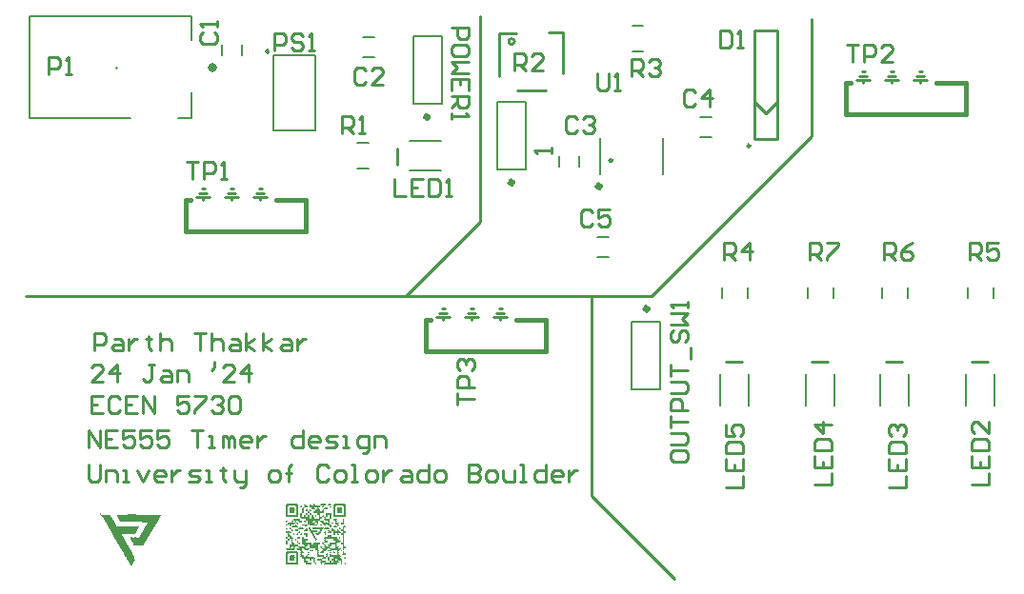
<source format=gto>
G04*
G04 #@! TF.GenerationSoftware,Altium Limited,Altium Designer,24.1.2 (44)*
G04*
G04 Layer_Color=65535*
%FSLAX44Y44*%
%MOMM*%
G71*
G04*
G04 #@! TF.SameCoordinates,F52A13A3-DB3F-44E1-B1C3-80E51AC4D0DF*
G04*
G04*
G04 #@! TF.FilePolarity,Positive*
G04*
G01*
G75*
%ADD10C,0.5080*%
%ADD11C,0.2540*%
%ADD12C,0.3000*%
%ADD13C,0.1524*%
%ADD14C,0.4000*%
%ADD15C,0.1999*%
%ADD16C,0.3810*%
%ADD17C,0.2000*%
%ADD18C,0.1270*%
G36*
X256447Y71287D02*
X256593Y71189D01*
X256642Y71165D01*
X256690Y71116D01*
X256739Y71092D01*
X256873Y70958D01*
X256995Y70690D01*
X257019Y70447D01*
X256982Y70216D01*
X256873Y70057D01*
X256849Y70009D01*
X256775Y69936D01*
X256763Y69899D01*
X256715Y69875D01*
X256666Y69826D01*
X256508Y69741D01*
X256532Y69692D01*
X261254Y69668D01*
X261352Y69644D01*
X261559Y69510D01*
X261693Y69400D01*
X261717Y69352D01*
X261790Y69278D01*
X261887Y69059D01*
X261912Y68889D01*
X261887Y68621D01*
X261838Y68573D01*
X261717Y68354D01*
X261534Y68171D01*
X261413Y68122D01*
X261242Y68049D01*
X259806Y68025D01*
X259769Y67988D01*
X259830Y67927D01*
X260001Y67830D01*
X260110Y67721D01*
X260135Y67672D01*
X260256Y67477D01*
X260281Y67161D01*
X260232Y66942D01*
X260183Y66893D01*
X260086Y66723D01*
X259952Y66589D01*
X259903Y66564D01*
X259855Y66516D01*
X259782Y66491D01*
X259769Y66455D01*
X259806Y66418D01*
X261364Y66394D01*
X261437Y66321D01*
X261607Y66224D01*
X261717Y66114D01*
X261741Y66065D01*
X261790Y66017D01*
X261887Y65798D01*
X261912Y65627D01*
X261887Y65384D01*
X261765Y65165D01*
X261717Y65116D01*
X261693Y65067D01*
X261607Y64982D01*
X261559Y64958D01*
X261486Y64885D01*
X261400Y64848D01*
X261413Y64788D01*
X264029Y64800D01*
X264017Y64861D01*
X263895Y64934D01*
X263847Y64982D01*
X263798Y65006D01*
X263689Y65116D01*
X263591Y65286D01*
X263542Y65408D01*
X263567Y65895D01*
X263615Y65944D01*
X263640Y65992D01*
X263762Y66163D01*
X263871Y66272D01*
X264042Y66370D01*
X264114Y66394D01*
X264285Y66418D01*
X264626Y66394D01*
X264699Y66321D01*
X264869Y66224D01*
X264954Y66138D01*
X264979Y66090D01*
X265052Y66017D01*
X265112Y65858D01*
X265149Y65822D01*
X265173Y65579D01*
X265149Y65408D01*
X265003Y65140D01*
X264954Y65092D01*
X264930Y65043D01*
X264869Y64982D01*
X264820Y64958D01*
X264772Y64909D01*
X264613Y64848D01*
X264589Y64800D01*
X264650Y64739D01*
X264699Y64714D01*
X264747Y64666D01*
X264869Y64593D01*
X264954Y64507D01*
X264979Y64459D01*
X265052Y64386D01*
X265149Y64167D01*
X265173Y63996D01*
X265149Y63777D01*
X265003Y63509D01*
X264954Y63461D01*
X264930Y63412D01*
X264869Y63351D01*
X264820Y63327D01*
X264772Y63278D01*
X264553Y63181D01*
X264455Y63157D01*
X261741Y63144D01*
X261510Y63157D01*
X261449Y63120D01*
X261461Y63035D01*
X261668Y62925D01*
X261693Y62877D01*
X261765Y62804D01*
X261887Y62536D01*
X261912Y62439D01*
X261887Y62122D01*
X261765Y61903D01*
X261693Y61830D01*
X261668Y61781D01*
X261607Y61720D01*
X261559Y61696D01*
X261510Y61647D01*
X261315Y61574D01*
X261303Y61562D01*
X261388Y61477D01*
X261437Y61453D01*
X261486Y61404D01*
X261656Y61307D01*
X261717Y61221D01*
X261765Y61173D01*
X261887Y60905D01*
X261912Y60808D01*
X261887Y60491D01*
X261741Y60248D01*
X261693Y60199D01*
X261668Y60150D01*
X261607Y60090D01*
X261522Y60053D01*
X261498Y60004D01*
X261425Y59931D01*
X261437Y59895D01*
X261693Y59907D01*
X261778Y59895D01*
X261851Y59919D01*
X262021Y59895D01*
X262995Y59870D01*
X263165Y59749D01*
X263287Y59676D01*
X263348Y59591D01*
X263396Y59542D01*
X263518Y59274D01*
X263542Y59104D01*
X263518Y58885D01*
X263372Y58617D01*
X263323Y58568D01*
X263299Y58520D01*
X263238Y58459D01*
X263116Y58386D01*
X262946Y58313D01*
X262776Y58264D01*
X261486Y58240D01*
X261473Y58179D01*
X261534Y58118D01*
X261656Y58045D01*
X261693Y58008D01*
X261717Y57960D01*
X261765Y57911D01*
X261790Y57862D01*
X261887Y57643D01*
X261912Y57546D01*
X261887Y57229D01*
X261838Y57181D01*
X261778Y57023D01*
X261693Y56937D01*
X261668Y56889D01*
X261607Y56828D01*
X261486Y56755D01*
X261315Y56682D01*
X261023Y56633D01*
X259842Y56621D01*
X259867Y56523D01*
X259903Y56487D01*
X260025Y56414D01*
X260086Y56353D01*
X260110Y56304D01*
X260159Y56256D01*
X260256Y56037D01*
X260281Y55866D01*
X260256Y55599D01*
X260159Y55452D01*
X260135Y55379D01*
X260062Y55306D01*
X260037Y55258D01*
X259976Y55197D01*
X259855Y55124D01*
X259672Y55039D01*
X259684Y54978D01*
X259842Y54917D01*
X259879Y54880D01*
X259928Y54856D01*
X260062Y54746D01*
X260183Y54576D01*
X260256Y54406D01*
X260281Y54235D01*
X260256Y53968D01*
X260159Y53822D01*
X260086Y53700D01*
X260037Y53651D01*
X260013Y53602D01*
X259976Y53566D01*
X259855Y53493D01*
X259684Y53420D01*
X259441Y53396D01*
X259198Y53420D01*
X259076Y53493D01*
X258905Y53590D01*
X258845Y53675D01*
X258796Y53724D01*
X258771Y53773D01*
X258650Y54041D01*
X258674Y54479D01*
X258723Y54527D01*
X258820Y54698D01*
X258869Y54746D01*
X258893Y54795D01*
X258930Y54832D01*
X259003Y54856D01*
X259064Y54917D01*
X259088Y54990D01*
X257822Y55014D01*
X257554Y55063D01*
X257469Y55100D01*
X257421Y55148D01*
X257372Y55173D01*
X257262Y55233D01*
X257238Y55282D01*
X257165Y55355D01*
X257141Y55404D01*
X257019Y55672D01*
X257043Y56085D01*
X257165Y56304D01*
X257238Y56377D01*
X257262Y56426D01*
X257408Y56499D01*
X257457Y56596D01*
X257421Y56633D01*
X254962Y56609D01*
X254950Y56572D01*
X255011Y56487D01*
X255132Y56414D01*
X255242Y56304D01*
X255364Y56037D01*
X255388Y55793D01*
X255352Y55562D01*
X255242Y55379D01*
X255218Y55331D01*
X255084Y55197D01*
X254974Y55136D01*
X254950Y55063D01*
X255059Y55026D01*
X256398Y55002D01*
X256520Y54953D01*
X256642Y54880D01*
X256690Y54832D01*
X256739Y54807D01*
X256873Y54674D01*
X256995Y54406D01*
X257019Y54162D01*
X256982Y53931D01*
X256812Y53663D01*
X256715Y53566D01*
X256593Y53493D01*
X256581Y53432D01*
X256690Y53396D01*
X257068Y53408D01*
X257968Y53383D01*
X258236Y53286D01*
X258321Y53201D01*
X258406Y53164D01*
X258431Y53116D01*
X258504Y53043D01*
X258625Y52775D01*
X258650Y52604D01*
X258625Y52337D01*
X258528Y52191D01*
X258455Y52069D01*
X258394Y52008D01*
X258272Y51959D01*
X252430Y51984D01*
X252297Y52093D01*
X252248Y52142D01*
X252175Y52312D01*
X252126Y52434D01*
X252151Y52799D01*
X252272Y53018D01*
X252382Y53176D01*
X252504Y53250D01*
X252613Y53359D01*
X252601Y53396D01*
X251043Y53420D01*
X250921Y53493D01*
X250873Y53542D01*
X250751Y53615D01*
X250714Y53651D01*
X250690Y53700D01*
X250568Y53870D01*
X250544Y53968D01*
X250495Y54089D01*
X250520Y54406D01*
X250568Y54527D01*
X250641Y54649D01*
X250690Y54698D01*
X250714Y54746D01*
X250751Y54807D01*
X251092Y55002D01*
X251104Y55014D01*
X251043Y55075D01*
X250946Y55100D01*
X250873Y55173D01*
X250751Y55245D01*
X250690Y55306D01*
X250666Y55355D01*
X250617Y55404D01*
X250593Y55452D01*
X250495Y55696D01*
X250520Y56037D01*
X250568Y56158D01*
X250641Y56280D01*
X250690Y56329D01*
X250714Y56377D01*
X250800Y56463D01*
X250909Y56523D01*
X250933Y56621D01*
X249619Y56645D01*
X249327Y56718D01*
X249242Y56803D01*
X249120Y56876D01*
X249059Y56937D01*
X248986Y57059D01*
X248937Y57108D01*
X248864Y57375D01*
X248889Y57667D01*
X248937Y57789D01*
X248962Y57838D01*
X249035Y57911D01*
X249108Y58033D01*
X249144Y58069D01*
X249193Y58094D01*
X249303Y58179D01*
X249278Y58252D01*
X244678Y58276D01*
X244410Y58373D01*
X244349Y58434D01*
X244300Y58459D01*
X244191Y58544D01*
X244167Y58593D01*
X244057Y58726D01*
X244020Y58860D01*
X243996Y59031D01*
X243972Y59104D01*
X243996Y59177D01*
X244033Y59359D01*
X244081Y59481D01*
X244142Y59542D01*
X244167Y59591D01*
X244325Y59749D01*
X244373Y59773D01*
X244422Y59822D01*
X244580Y59907D01*
X244556Y59956D01*
X244398Y60016D01*
X244349Y60065D01*
X244300Y60090D01*
X244167Y60199D01*
X244093Y60321D01*
X244045Y60369D01*
X243996Y60662D01*
X243972Y60735D01*
X243996Y60808D01*
X244045Y61051D01*
X244057Y61063D01*
X244142Y61173D01*
X244167Y61221D01*
X244325Y61380D01*
X244373Y61404D01*
X244544Y61526D01*
X244580Y61538D01*
X244556Y61586D01*
X244398Y61647D01*
X244179Y61818D01*
X244093Y61952D01*
X244045Y62000D01*
X243996Y62292D01*
X243984Y62353D01*
X244033Y62621D01*
X244081Y62743D01*
X244142Y62804D01*
X244167Y62852D01*
X244325Y63011D01*
X244446Y63084D01*
X244568Y63132D01*
X244811Y63157D01*
X245091Y63120D01*
X245347Y62937D01*
X245457Y62828D01*
X245481Y62779D01*
X245530Y62731D01*
X245578Y62560D01*
X245627Y62365D01*
X245590Y62183D01*
X245542Y61988D01*
X245457Y61903D01*
X245384Y61781D01*
X245323Y61720D01*
X245274Y61696D01*
X245225Y61647D01*
X245031Y61574D01*
X245019Y61538D01*
X245311Y61343D01*
X245457Y61197D01*
X245481Y61148D01*
X245530Y61100D01*
X245578Y60929D01*
X245627Y60735D01*
X245590Y60552D01*
X245542Y60357D01*
X245457Y60272D01*
X245384Y60150D01*
X245347Y60114D01*
X245225Y60041D01*
X245165Y59956D01*
X245116Y59931D01*
X245128Y59895D01*
X245457Y59907D01*
X247392Y59895D01*
X247465Y59919D01*
X247635Y59895D01*
X247733Y59919D01*
X247745Y59931D01*
X247659Y59992D01*
X247623Y60029D01*
X247611Y60065D01*
X247562Y60090D01*
X247428Y60199D01*
X247355Y60321D01*
X247307Y60369D01*
X247270Y60528D01*
X247234Y60662D01*
X247258Y60905D01*
X247307Y61027D01*
X247380Y61148D01*
X247489Y61307D01*
X247538Y61331D01*
X247586Y61380D01*
X247635Y61404D01*
X247781Y61501D01*
X248171Y61526D01*
X248268Y61501D01*
X248402Y61465D01*
X248463Y61404D01*
X248584Y61331D01*
X248718Y61197D01*
X248791Y61075D01*
X248840Y60954D01*
X248864Y60710D01*
X248840Y60467D01*
X248743Y60296D01*
X248633Y60138D01*
X248584Y60114D01*
X248475Y60029D01*
X248451Y59980D01*
X248378Y59931D01*
X248390Y59895D01*
X248645Y59907D01*
X250678Y59895D01*
X250751Y59919D01*
X250848Y59895D01*
X250982Y59907D01*
X250958Y59956D01*
X250824Y60090D01*
X250714Y60150D01*
X250641Y60272D01*
X250593Y60321D01*
X250508Y60552D01*
X250495Y60856D01*
X250568Y61027D01*
X250593Y61100D01*
X250666Y61173D01*
X250690Y61221D01*
X250800Y61355D01*
X250921Y61428D01*
X251092Y61501D01*
X251335Y61526D01*
X251579Y61501D01*
X251700Y61428D01*
X251871Y61307D01*
X251980Y61197D01*
X252102Y60929D01*
X252126Y60686D01*
X252078Y60394D01*
X252005Y60321D01*
X251931Y60199D01*
X251822Y60090D01*
X251773Y60065D01*
X251700Y59992D01*
X251566Y59956D01*
X251542Y59907D01*
X251579Y59870D01*
X251700Y59797D01*
X251871Y59676D01*
X251980Y59566D01*
X252053Y59444D01*
X252102Y59323D01*
X252126Y59006D01*
X252102Y58909D01*
X252078Y58763D01*
X252005Y58690D01*
X251931Y58568D01*
X251822Y58459D01*
X251773Y58434D01*
X251712Y58373D01*
X251688Y58325D01*
X251664Y58300D01*
X254207Y58288D01*
X254220Y58300D01*
X254171Y58349D01*
X254147Y58398D01*
X254086Y58459D01*
X253976Y58520D01*
X253903Y58641D01*
X253855Y58690D01*
X253794Y58848D01*
X253757Y58958D01*
X253782Y59323D01*
X253903Y59542D01*
X253952Y59591D01*
X253976Y59639D01*
X254061Y59724D01*
X254110Y59749D01*
X254280Y59870D01*
X254329Y59895D01*
X254341Y59931D01*
X254305Y59968D01*
X254171Y60004D01*
X254110Y60065D01*
X253988Y60138D01*
X253891Y60284D01*
X253855Y60321D01*
X253794Y60479D01*
X253757Y60588D01*
X253782Y60954D01*
X253903Y61173D01*
X253976Y61246D01*
X254000Y61294D01*
X254061Y61355D01*
X254183Y61428D01*
X254232Y61477D01*
X254402Y61501D01*
X254499Y61526D01*
X254840Y61501D01*
X255035Y61380D01*
X255084Y61355D01*
X255218Y61221D01*
X255315Y61051D01*
X255364Y60929D01*
X255388Y60686D01*
X255352Y60455D01*
X255205Y60211D01*
X255084Y60090D01*
X255035Y60065D01*
X254901Y59931D01*
X254913Y59895D01*
X255169Y59907D01*
X255376Y59895D01*
X255449Y59919D01*
X255522Y59895D01*
X256471Y59870D01*
X256593Y59797D01*
X256642Y59749D01*
X256763Y59676D01*
X256849Y59591D01*
X256873Y59542D01*
X256995Y59347D01*
X257019Y58982D01*
X256995Y58909D01*
X256970Y58787D01*
X256922Y58739D01*
X256824Y58568D01*
X256715Y58459D01*
X256629Y58422D01*
X256605Y58373D01*
X256569Y58288D01*
X260719Y58300D01*
X260695Y58349D01*
X260609Y58459D01*
X260500Y58520D01*
X260475Y58568D01*
X260402Y58641D01*
X260281Y58909D01*
X260305Y59371D01*
X260354Y59420D01*
X260451Y59591D01*
X260524Y59664D01*
X260548Y59712D01*
X260743Y59834D01*
X260865Y59907D01*
X260840Y59956D01*
X260682Y60016D01*
X260634Y60065D01*
X260512Y60138D01*
X260451Y60223D01*
X260402Y60272D01*
X260281Y60540D01*
X260305Y61002D01*
X260354Y61051D01*
X260451Y61221D01*
X260524Y61294D01*
X260536Y61331D01*
X260707Y61428D01*
X260719Y61489D01*
X260609Y61526D01*
X259246Y61550D01*
X258978Y61696D01*
X258869Y61781D01*
X258845Y61830D01*
X258771Y61903D01*
X258650Y62171D01*
X258674Y62609D01*
X258747Y62731D01*
X258771Y62779D01*
X258881Y62913D01*
X258954Y62986D01*
X259088Y63047D01*
X259100Y63108D01*
X258978Y63157D01*
X258674Y63144D01*
X256021Y63169D01*
X255887Y63230D01*
X255717Y63327D01*
X255668Y63376D01*
X255619Y63400D01*
X255558Y63485D01*
X255510Y63534D01*
X255388Y63802D01*
X255412Y64240D01*
X255461Y64289D01*
X255558Y64459D01*
X255607Y64507D01*
X255631Y64556D01*
X255692Y64617D01*
X255863Y64714D01*
X255984Y64763D01*
X256228Y64788D01*
X257518Y64812D01*
X257530Y64824D01*
X257469Y64885D01*
X257396Y64909D01*
X257323Y64982D01*
X257274Y65006D01*
X257214Y65067D01*
X257189Y65116D01*
X257141Y65165D01*
X257019Y65433D01*
X257043Y65871D01*
X257092Y65919D01*
X257189Y66090D01*
X257238Y66138D01*
X257262Y66187D01*
X257323Y66248D01*
X257372Y66272D01*
X257494Y66345D01*
X257615Y66394D01*
X257786Y66418D01*
X259149Y66443D01*
X259161Y66455D01*
X259100Y66516D01*
X258978Y66589D01*
X258845Y66698D01*
X258820Y66747D01*
X258771Y66796D01*
X258650Y67063D01*
X258674Y67502D01*
X258723Y67550D01*
X258820Y67721D01*
X258869Y67769D01*
X258893Y67818D01*
X258930Y67854D01*
X258978Y67879D01*
X259137Y67964D01*
X259112Y68013D01*
X259076Y68049D01*
X256544Y68025D01*
X256508Y67988D01*
X256569Y67927D01*
X256739Y67830D01*
X256873Y67696D01*
X256970Y67526D01*
X256995Y67453D01*
X257019Y67210D01*
X256982Y66954D01*
X256946Y66917D01*
X256922Y66869D01*
X256800Y66698D01*
X256642Y66540D01*
X256374Y66418D01*
X254329Y66443D01*
X254110Y66564D01*
X254061Y66613D01*
X254013Y66637D01*
X253952Y66698D01*
X253927Y66747D01*
X253879Y66796D01*
X253757Y67063D01*
X253782Y67477D01*
X253903Y67696D01*
X253976Y67769D01*
X254000Y67818D01*
X254134Y67903D01*
X254244Y67964D01*
X254232Y68025D01*
X254134Y68049D01*
X252674Y68074D01*
X252625Y68122D01*
X252455Y68220D01*
X252406Y68268D01*
X252358Y68293D01*
X252321Y68329D01*
X252297Y68378D01*
X252248Y68426D01*
X252175Y68597D01*
X252126Y68719D01*
X252151Y69084D01*
X252272Y69303D01*
X252382Y69437D01*
X252504Y69558D01*
X252601Y69583D01*
X252637Y69619D01*
X252662Y69692D01*
X252625Y69753D01*
X252455Y69851D01*
X252321Y69960D01*
X252297Y70009D01*
X252248Y70057D01*
X252175Y70228D01*
X252126Y70349D01*
X252151Y70715D01*
X252272Y70934D01*
X252382Y71068D01*
X252479Y71165D01*
X252747Y71287D01*
X252844Y71311D01*
X253185Y71287D01*
X253331Y71189D01*
X253453Y71116D01*
X253611Y70958D01*
X253684Y70836D01*
X253733Y70715D01*
X253757Y70398D01*
X253733Y70301D01*
X253708Y70179D01*
X253635Y70106D01*
X253538Y69936D01*
X253477Y69875D01*
X253428Y69851D01*
X253380Y69802D01*
X253282Y69777D01*
X253246Y69741D01*
X253258Y69704D01*
X253356Y69680D01*
X255863Y69704D01*
X255875Y69765D01*
X255729Y69838D01*
X255692Y69875D01*
X255644Y69899D01*
X255583Y69960D01*
X255558Y70009D01*
X255485Y70082D01*
X255461Y70179D01*
X255412Y70228D01*
X255388Y70398D01*
X255412Y70739D01*
X255534Y70958D01*
X255607Y71031D01*
X255619Y71068D01*
X255668Y71092D01*
X255765Y71189D01*
X255838Y71214D01*
X256009Y71287D01*
X256106Y71311D01*
X256447Y71287D01*
D02*
G37*
G36*
X271101D02*
X271247Y71189D01*
X271368Y71116D01*
X271417Y71068D01*
X271466Y71043D01*
X271551Y70909D01*
X271624Y70739D01*
X271673Y70569D01*
X271648Y70276D01*
X271624Y70203D01*
X271551Y70082D01*
X271429Y69911D01*
X271393Y69875D01*
X271344Y69851D01*
X271295Y69802D01*
X271161Y69741D01*
X271137Y69644D01*
X271198Y69583D01*
X271320Y69534D01*
X271356Y69498D01*
X271368Y69485D01*
X271417Y69437D01*
X271466Y69412D01*
X271551Y69278D01*
X271600Y69230D01*
X271636Y69096D01*
X271660Y68999D01*
X271673Y68719D01*
X271575Y68475D01*
X271527Y68426D01*
X271453Y68305D01*
X271417Y68268D01*
X271368Y68244D01*
X271295Y68171D01*
X271028Y68049D01*
X270614Y68074D01*
X270395Y68195D01*
X270322Y68268D01*
X270273Y68293D01*
X270212Y68354D01*
X270139Y68475D01*
X270090Y68597D01*
X270066Y68694D01*
X270042Y68865D01*
X270078Y69096D01*
X270103Y69193D01*
X270163Y69254D01*
X270188Y69303D01*
X270273Y69437D01*
X270322Y69461D01*
X270395Y69534D01*
X270516Y69583D01*
X270553Y69619D01*
X270516Y69656D01*
X270419Y69680D01*
X268958Y69704D01*
X268910Y69753D01*
X268739Y69851D01*
X268691Y69899D01*
X268642Y69924D01*
X268581Y69984D01*
X268508Y70106D01*
X268459Y70228D01*
X268435Y70325D01*
X268411Y70544D01*
X268435Y70617D01*
X268459Y70788D01*
X268581Y70958D01*
X268618Y71043D01*
X268666Y71068D01*
X268764Y71165D01*
X269032Y71287D01*
X269129Y71311D01*
X271101Y71287D01*
D02*
G37*
G36*
X266208D02*
X266427Y71165D01*
X266500Y71092D01*
X266549Y71068D01*
X266585Y71031D01*
X266609Y70982D01*
X266658Y70934D01*
X266682Y70885D01*
X266780Y70666D01*
X266804Y70496D01*
X266780Y70301D01*
X266634Y70033D01*
X266524Y69899D01*
X266451Y69826D01*
X266135Y69680D01*
X264699Y69656D01*
X264662Y69619D01*
X264674Y69583D01*
X264893Y69461D01*
X264954Y69400D01*
X264979Y69352D01*
X265052Y69278D01*
X265173Y68962D01*
X265149Y68646D01*
X265027Y68426D01*
X264979Y68378D01*
X264954Y68329D01*
X264820Y68195D01*
X264772Y68171D01*
X264504Y68049D01*
X264090Y68074D01*
X263968Y68147D01*
X263920Y68171D01*
X263786Y68281D01*
X263664Y68402D01*
X263640Y68475D01*
X263542Y68621D01*
X263567Y69157D01*
X263640Y69230D01*
X263737Y69400D01*
X263847Y69510D01*
X264029Y69595D01*
X264017Y69656D01*
X263920Y69680D01*
X262435Y69704D01*
X262362Y69777D01*
X262289Y69802D01*
X262155Y69911D01*
X262033Y70033D01*
X262009Y70106D01*
X261912Y70252D01*
Y70471D01*
Y70496D01*
X261936Y70788D01*
X262009Y70861D01*
X262082Y70982D01*
X262167Y71092D01*
X262216Y71116D01*
X262289Y71189D01*
X262508Y71287D01*
X262605Y71311D01*
X266208Y71287D01*
D02*
G37*
G36*
X248292D02*
X248536Y71141D01*
X248609Y71068D01*
X248657Y71043D01*
X248694Y71007D01*
X248767Y70885D01*
X248840Y70715D01*
X248864Y70471D01*
X248840Y70228D01*
X248657Y69924D01*
X248609Y69899D01*
X248536Y69826D01*
X248414Y69777D01*
X248378Y69765D01*
X248402Y69692D01*
X249862Y69668D01*
X249960Y69644D01*
X250021Y69583D01*
X250118Y69558D01*
X250240Y69437D01*
X250288Y69412D01*
X250325Y69376D01*
X250422Y69205D01*
X250471Y69084D01*
X250495Y68840D01*
X250459Y68585D01*
X250374Y68451D01*
X250325Y68354D01*
X250313Y68341D01*
X250240Y68268D01*
X250191Y68244D01*
X250118Y68171D01*
X249850Y68049D01*
X247806Y68074D01*
X247586Y68195D01*
X247514Y68268D01*
X247465Y68293D01*
X247428Y68329D01*
X247355Y68451D01*
X247282Y68621D01*
X247234Y68792D01*
X247258Y69059D01*
X247307Y69181D01*
X247331Y69230D01*
X247453Y69400D01*
X247465Y69437D01*
X247514Y69461D01*
X247586Y69534D01*
X247757Y69632D01*
X247769Y69717D01*
X247733Y69753D01*
X247562Y69851D01*
X247514Y69899D01*
X247465Y69924D01*
X247428Y69960D01*
X247355Y70082D01*
X247282Y70252D01*
X247234Y70423D01*
X247258Y70666D01*
X247282Y70739D01*
X247331Y70861D01*
X247380Y70909D01*
X247404Y70958D01*
X247465Y71068D01*
X247514Y71092D01*
X247574Y71129D01*
X247586Y71165D01*
X247854Y71287D01*
X247952Y71311D01*
X248292Y71287D01*
D02*
G37*
G36*
X245055Y69656D02*
X245201Y69558D01*
X245323Y69485D01*
X245432Y69376D01*
X245505Y69254D01*
X245554Y69205D01*
X245578Y69059D01*
X245603Y68986D01*
X245627Y68816D01*
X245603Y68743D01*
X245566Y68585D01*
X245518Y68463D01*
X245457Y68402D01*
X245384Y68281D01*
X245298Y68220D01*
X245177Y68147D01*
X244958Y68049D01*
X244544Y68074D01*
X244495Y68122D01*
X244471D01*
X244459Y68134D01*
X244373Y68171D01*
X244240Y68281D01*
X244167Y68329D01*
X244069Y68500D01*
X244020Y68621D01*
X243996Y68792D01*
X244020Y69132D01*
X244093Y69254D01*
X244142Y69303D01*
X244215Y69425D01*
X244300Y69510D01*
X244349Y69534D01*
X244519Y69632D01*
X244592Y69656D01*
X244690Y69680D01*
X245055Y69656D01*
D02*
G37*
G36*
X267863Y68025D02*
X268009Y67927D01*
X268058Y67903D01*
X268131Y67830D01*
X268179Y67806D01*
X268216Y67769D01*
X268240Y67721D01*
X268313Y67648D01*
X268374Y67489D01*
X268411Y67355D01*
X268435Y67258D01*
X268411Y67063D01*
X268338Y66893D01*
X268265Y66771D01*
X268155Y66637D01*
X267985Y66516D01*
X267766Y66418D01*
X266877Y66406D01*
X266646Y66418D01*
X266573Y66394D01*
X266500Y66418D01*
X265721Y66443D01*
X265672Y66491D01*
X265551Y66540D01*
X265502Y66589D01*
X265453Y66613D01*
X265319Y66747D01*
X265271Y66844D01*
X265259Y66856D01*
X265222Y66893D01*
X265173Y67015D01*
X265198Y67526D01*
X265319Y67696D01*
X265344Y67745D01*
X265502Y67903D01*
X265770Y68025D01*
X265867Y68049D01*
X267863Y68025D01*
D02*
G37*
G36*
X253209Y66394D02*
X253380Y66272D01*
X253465Y66236D01*
X253489Y66187D01*
X253526Y66151D01*
X253575Y66126D01*
X253696Y65932D01*
X253733Y65822D01*
X253757Y65579D01*
X253708Y65286D01*
X253635Y65213D01*
X253562Y65092D01*
X253380Y64909D01*
X253258Y64861D01*
X253234D01*
X253222Y64848D01*
X253185Y64812D01*
X253015Y64788D01*
X252723Y64812D01*
X252455Y64958D01*
X252406Y65006D01*
X252358Y65031D01*
X252321Y65067D01*
X252248Y65189D01*
X252126Y65457D01*
X252151Y65822D01*
X252272Y66041D01*
X252382Y66199D01*
X252430Y66224D01*
X252479Y66272D01*
X252601Y66345D01*
X252723Y66394D01*
X252893Y66418D01*
X253209Y66394D01*
D02*
G37*
G36*
X249948D02*
X250094Y66297D01*
X250215Y66224D01*
X250325Y66114D01*
X250398Y65992D01*
X250471Y65822D01*
X250495Y65579D01*
X250459Y65323D01*
X250374Y65189D01*
X250252Y65019D01*
X250167Y64958D01*
X250118Y64909D01*
X249850Y64788D01*
X249461Y64812D01*
X249266Y64909D01*
X249254Y64921D01*
X249217Y64958D01*
X249169Y64982D01*
X249059Y65067D01*
X248986Y65189D01*
X248913Y65360D01*
X248864Y65481D01*
X248889Y65798D01*
X248937Y65919D01*
X249011Y66041D01*
X249120Y66175D01*
X249217Y66272D01*
X249339Y66345D01*
X249461Y66394D01*
X249631Y66418D01*
X249948Y66394D01*
D02*
G37*
G36*
X251591Y64751D02*
X251773Y64641D01*
X251822Y64617D01*
X251956Y64483D01*
X252053Y64313D01*
X252102Y64191D01*
X252126Y63948D01*
X252078Y63656D01*
X252005Y63583D01*
X251895Y63400D01*
X251846Y63376D01*
X251798Y63327D01*
X251749Y63303D01*
X251700Y63254D01*
X251542Y63193D01*
X251432Y63157D01*
X251092Y63181D01*
X250873Y63303D01*
X250824Y63351D01*
X250714Y63412D01*
X250690Y63461D01*
X250568Y63631D01*
X250532Y63765D01*
X250495Y63875D01*
X250520Y64191D01*
X250641Y64410D01*
X250666Y64434D01*
Y64459D01*
X250714Y64507D01*
X250739Y64556D01*
X250824Y64617D01*
X251067Y64763D01*
X251384Y64788D01*
X251591Y64751D01*
D02*
G37*
G36*
X246686Y68025D02*
X246832Y67927D01*
X246954Y67854D01*
X247063Y67745D01*
X247136Y67623D01*
X247185Y67575D01*
X247221Y67392D01*
X247234Y67088D01*
X247209Y67015D01*
X247173Y66881D01*
X247087Y66796D01*
X247027Y66662D01*
X246978Y66637D01*
X246808Y66516D01*
X246710Y66491D01*
X246698Y66406D01*
X246783Y66321D01*
X246954Y66224D01*
X247063Y66114D01*
X247087Y66065D01*
X247185Y65919D01*
X247209Y65822D01*
X247234Y65652D01*
X247209Y65335D01*
X247136Y65213D01*
X247087Y65165D01*
X247015Y65043D01*
X246954Y64982D01*
X246905Y64958D01*
X246856Y64909D01*
X246698Y64848D01*
X246674Y64800D01*
X246759Y64714D01*
X246808Y64690D01*
X246978Y64568D01*
X247087Y64459D01*
X247160Y64337D01*
X247209Y64215D01*
X247234Y63972D01*
X247209Y63704D01*
X247136Y63583D01*
X247087Y63534D01*
X247015Y63412D01*
X246978Y63376D01*
X246929Y63351D01*
X246856Y63278D01*
X246637Y63181D01*
X246540Y63157D01*
X246199Y63181D01*
X245980Y63303D01*
X245931Y63351D01*
X245883Y63376D01*
X245822Y63412D01*
X245724Y63583D01*
X245676Y63631D01*
X245639Y63790D01*
X245615Y63887D01*
X245603Y64069D01*
X245651Y64191D01*
X245688Y64325D01*
X245749Y64410D01*
X245858Y64544D01*
X245956Y64641D01*
X246077Y64714D01*
X246187Y64800D01*
X246162Y64848D01*
X245980Y64934D01*
X245931Y64982D01*
X245883Y65006D01*
X245822Y65043D01*
X245724Y65213D01*
X245676Y65262D01*
X245639Y65420D01*
X245615Y65518D01*
X245603Y65700D01*
X245651Y65822D01*
X245688Y65956D01*
X245749Y66041D01*
X245858Y66175D01*
X245956Y66272D01*
X246126Y66370D01*
X246162Y66406D01*
X246138Y66479D01*
X245992Y66552D01*
X245931Y66613D01*
X245810Y66686D01*
X245688Y66881D01*
X245651Y67015D01*
X245603Y67210D01*
X245627Y67404D01*
X245639Y67416D01*
X245664Y67514D01*
X245700Y67599D01*
X245870Y67818D01*
X245956Y67903D01*
X246223Y68025D01*
X246321Y68049D01*
X246686Y68025D01*
D02*
G37*
G36*
X105128Y61868D02*
X110818Y61730D01*
X111466Y61822D01*
X114889Y61730D01*
X115259Y61637D01*
X115906Y61452D01*
X117340Y61498D01*
X117942Y61452D01*
X118219Y61544D01*
X118867Y61637D01*
X119330Y61822D01*
X119792Y61730D01*
X119931Y61591D01*
X119977Y61175D01*
X119792Y60712D01*
X119607Y60527D01*
X119422Y60434D01*
X119191Y59925D01*
X119006Y59185D01*
X118589Y58769D01*
X118404Y58677D01*
X118266Y58538D01*
X118173Y58168D01*
X118081Y57520D01*
X117572Y57011D01*
X117433Y56965D01*
X117248Y56502D01*
X117155Y55947D01*
X116739Y55438D01*
X116600Y55300D01*
X116508Y55115D01*
X116045Y54282D01*
X115675Y53912D01*
X115583Y53357D01*
X115305Y52894D01*
X114750Y52339D01*
X114657Y52062D01*
Y51969D01*
X114565Y51414D01*
X114334Y51090D01*
X114149Y50998D01*
X114010Y50859D01*
X113917Y50674D01*
X113732Y50211D01*
X113362Y49564D01*
X113177Y49379D01*
X112900Y48731D01*
X112622Y48268D01*
X112483Y48130D01*
X112298Y48037D01*
X112160Y47898D01*
X112067Y47528D01*
X111928Y46927D01*
X111697Y46603D01*
X111373Y46372D01*
X111142Y46140D01*
X110818Y45262D01*
X110679Y45123D01*
X110587Y44938D01*
X110402Y44753D01*
X110309Y44568D01*
X109847Y43735D01*
X109569Y43457D01*
X109384Y42995D01*
X109245Y42486D01*
X109107Y42347D01*
X109060Y42209D01*
X108875Y42116D01*
X108551Y41792D01*
X108366Y41330D01*
X108274Y40867D01*
X107858Y40358D01*
X107719Y40219D01*
X107626Y40034D01*
X107164Y39202D01*
X106979Y39017D01*
X106793Y38554D01*
X106377Y37768D01*
X106192Y37675D01*
X105961Y37444D01*
X105776Y36981D01*
X105637Y36380D01*
X105498Y36241D01*
X105406Y36056D01*
X105036Y35686D01*
X104943Y35501D01*
X104527Y34992D01*
X103879Y34807D01*
X102954Y34715D01*
X101381Y34530D01*
X100132Y34391D01*
X99392Y34298D01*
X98976Y34252D01*
X98698Y34345D01*
X98421Y34252D01*
X97403Y34345D01*
X96571Y34807D01*
X95830Y35547D01*
X95645Y35640D01*
X95506Y35779D01*
X95322Y36519D01*
X95229Y36981D01*
X94998Y37213D01*
X94813Y37305D01*
X94674Y37444D01*
X94489Y38092D01*
X94304Y38554D01*
X93841Y39017D01*
X93610Y39618D01*
X93379Y39942D01*
X93240Y40081D01*
X93055Y40173D01*
X92823Y40405D01*
X92731Y40775D01*
X92823Y41422D01*
X92962Y41561D01*
X93332Y41653D01*
X96015Y41561D01*
X96293Y41653D01*
X100040Y41607D01*
X100502Y41700D01*
X100965Y41885D01*
X101474Y42209D01*
X101566Y43041D01*
X101751Y43504D01*
X102399Y43874D01*
X102538Y44013D01*
X102492Y44799D01*
X102677Y45262D01*
X102862Y45354D01*
X103370Y45771D01*
X103509Y46279D01*
X103972Y46834D01*
X104203Y47436D01*
X104388Y47898D01*
X104712Y48222D01*
X105128Y48453D01*
X105221Y49656D01*
X105452Y49887D01*
X105915Y50165D01*
X106053Y50304D01*
X106146Y51044D01*
X106470Y51460D01*
X106655Y51553D01*
X106793Y51691D01*
X106979Y52154D01*
X107256Y52617D01*
X107395Y52755D01*
X107580Y52848D01*
X107719Y52987D01*
X107811Y53357D01*
X107904Y54745D01*
X107673Y54976D01*
X107025Y55068D01*
X105822Y54976D01*
X101751Y55161D01*
X94443Y55253D01*
X85977Y55300D01*
X85376Y55253D01*
X85098Y55346D01*
X84543Y55438D01*
X84127Y55762D01*
X83757Y56687D01*
X83109Y57335D01*
X82971Y58214D01*
X82739Y58538D01*
X82415Y58769D01*
X82277Y58908D01*
X81999Y60018D01*
X81351Y60666D01*
X81444Y61591D01*
X81675Y61822D01*
X82045Y61915D01*
X82924Y61776D01*
X83664Y61683D01*
X84682Y61591D01*
X85376Y61544D01*
X85653Y61637D01*
X87319Y61730D01*
X87596Y61822D01*
X87966Y61915D01*
X92453Y61961D01*
X105128Y61868D01*
D02*
G37*
G36*
X253222Y63120D02*
X253404Y63011D01*
X253453Y62986D01*
X253587Y62852D01*
X253684Y62682D01*
X253733Y62560D01*
X253757Y62317D01*
X253708Y62025D01*
X253660Y61976D01*
X253648Y61964D01*
X253562Y61830D01*
X253453Y61720D01*
X253404Y61696D01*
X253331Y61623D01*
X253173Y61562D01*
X253039Y61526D01*
X252723Y61550D01*
X252504Y61672D01*
X252455Y61720D01*
X252345Y61781D01*
X252321Y61830D01*
X252199Y62000D01*
X252175Y62098D01*
X252126Y62219D01*
X252151Y62560D01*
X252297Y62828D01*
X252345Y62877D01*
X252370Y62925D01*
X252430Y62986D01*
X252601Y63084D01*
X252723Y63132D01*
X252966Y63157D01*
X253222Y63120D01*
D02*
G37*
G36*
X249948Y63132D02*
X250069Y63059D01*
X250240Y62937D01*
X250349Y62828D01*
X250422Y62706D01*
X250471Y62585D01*
X250495Y62268D01*
X250471Y62171D01*
X250447Y62025D01*
X250374Y61952D01*
X250301Y61830D01*
X250240Y61745D01*
X250191Y61720D01*
X250021Y61599D01*
X249923Y61574D01*
X249802Y61526D01*
X249485Y61550D01*
X249363Y61599D01*
X249242Y61672D01*
X249193Y61720D01*
X249083Y61781D01*
X248937Y62025D01*
X248864Y62268D01*
X248889Y62536D01*
X248937Y62658D01*
X249011Y62779D01*
X249120Y62937D01*
X249169Y62962D01*
X249217Y63011D01*
X249266Y63035D01*
X249290D01*
X249363Y63108D01*
X249461Y63132D01*
X249704Y63157D01*
X249948Y63132D01*
D02*
G37*
G36*
X283831Y71287D02*
X284050Y71189D01*
X284099Y71165D01*
X284148Y71116D01*
X284196Y71092D01*
X284330Y70982D01*
X284452Y70861D01*
X284476Y70812D01*
X284574Y70666D01*
X284634Y70508D01*
X284671Y70374D01*
X284695Y70276D01*
X284671Y60783D01*
X284574Y60564D01*
X284501Y60443D01*
X284391Y60309D01*
X284355Y60272D01*
X284342Y60236D01*
X284294Y60211D01*
X284196Y60114D01*
X284026Y60016D01*
X283953Y59992D01*
X283856Y59968D01*
X283697Y59931D01*
X283369Y59895D01*
X274289Y59919D01*
X274216Y59943D01*
X274119Y59968D01*
X273985Y60004D01*
X273924Y60065D01*
X273803Y60114D01*
X273729Y60187D01*
X273681Y60211D01*
X273571Y60321D01*
X273547Y60369D01*
X273498Y60418D01*
X273401Y60588D01*
X273352Y60710D01*
X273316Y60893D01*
X273279Y61221D01*
Y64678D01*
Y64702D01*
X273304Y70301D01*
X273328Y70374D01*
X273352Y70471D01*
X273389Y70605D01*
X273498Y70788D01*
X273522Y70836D01*
X273620Y70934D01*
X273632Y70970D01*
X273681Y70995D01*
X273778Y71092D01*
X273827Y71116D01*
X273876Y71165D01*
X274107Y71250D01*
X274216Y71287D01*
X274387Y71311D01*
X283831Y71287D01*
D02*
G37*
G36*
X264626Y61501D02*
X264796Y61380D01*
X264845Y61355D01*
X264979Y61221D01*
X265003Y61173D01*
X265052Y61124D01*
X265149Y60905D01*
X265173Y60735D01*
X265149Y60515D01*
X265003Y60248D01*
X264954Y60199D01*
X264930Y60150D01*
X264869Y60090D01*
X264747Y60016D01*
X264528Y59919D01*
X264431Y59895D01*
X264139Y59919D01*
X263871Y60065D01*
X263737Y60175D01*
X263689Y60223D01*
X263591Y60394D01*
X263542Y60515D01*
Y60564D01*
Y60588D01*
X263567Y61002D01*
X263664Y61148D01*
X263689Y61197D01*
X263786Y61294D01*
X263810Y61343D01*
X264005Y61465D01*
X264114Y61501D01*
X264285Y61526D01*
X264626Y61501D01*
D02*
G37*
G36*
X258114Y61489D02*
X258260Y61392D01*
X258394Y61307D01*
X258455Y61221D01*
X258504Y61173D01*
X258625Y60905D01*
X258650Y60808D01*
X258625Y60467D01*
X258565Y60382D01*
X258552Y60369D01*
X258455Y60199D01*
X258346Y60090D01*
X258297Y60065D01*
X258224Y59992D01*
X257907Y59895D01*
X257640Y59919D01*
X257518Y59968D01*
X257396Y60041D01*
X257238Y60150D01*
X257214Y60199D01*
X257141Y60272D01*
X257019Y60540D01*
X257043Y60978D01*
X257092Y61027D01*
X257141Y61148D01*
X257214Y61221D01*
X257238Y61270D01*
X257348Y61380D01*
X257469Y61453D01*
X257591Y61501D01*
X257834Y61526D01*
X258114Y61489D01*
D02*
G37*
G36*
X241477Y71287D02*
X241696Y71189D01*
X241817Y71116D01*
X241951Y71007D01*
X241988Y70970D01*
X242024Y70958D01*
Y70934D01*
X242146Y70812D01*
X242292Y70496D01*
X242329Y70313D01*
X242365Y69984D01*
X242341Y60905D01*
X242316Y60832D01*
X242292Y60735D01*
X242256Y60601D01*
X242195Y60540D01*
X242146Y60418D01*
X242073Y60345D01*
X242049Y60296D01*
X241939Y60187D01*
X241891Y60163D01*
X241817Y60090D01*
X241720Y60065D01*
X241647Y59992D01*
X241367Y59931D01*
X241039Y59895D01*
X231959Y59919D01*
X231886Y59943D01*
X231789Y59968D01*
X231655Y60004D01*
X231472Y60114D01*
X231424Y60138D01*
X231326Y60236D01*
X231290Y60248D01*
X231265Y60296D01*
X231168Y60394D01*
X231144Y60443D01*
X231095Y60491D01*
X231010Y60722D01*
X230973Y60832D01*
X230949Y61002D01*
X230973Y70447D01*
X231071Y70666D01*
X231095Y70715D01*
X231144Y70763D01*
X231168Y70812D01*
X231278Y70946D01*
X231399Y71068D01*
X231448Y71092D01*
X231594Y71189D01*
X231752Y71250D01*
X231862Y71287D01*
X232032Y71311D01*
X241477Y71287D01*
D02*
G37*
G36*
X271125Y63132D02*
X271247Y63059D01*
X271295Y63011D01*
X271417Y62937D01*
X271502Y62852D01*
X271575Y62731D01*
X271624Y62609D01*
X271673Y62439D01*
X271648Y62146D01*
X271624Y62073D01*
X271527Y61903D01*
X271417Y61745D01*
X271295Y61672D01*
X271247Y61623D01*
X271113Y61586D01*
X271088Y61538D01*
X271125Y61501D01*
X271174Y61477D01*
X271344Y61355D01*
X271393Y61331D01*
X271502Y61221D01*
X271575Y61100D01*
X271624Y60978D01*
X271673Y60808D01*
X271648Y60515D01*
X271624Y60443D01*
X271527Y60272D01*
X271417Y60138D01*
X271368Y60090D01*
X271320Y60065D01*
X271247Y59992D01*
X271113Y59956D01*
X271088Y59907D01*
X271149Y59846D01*
X271222Y59822D01*
X271271Y59773D01*
X271320Y59749D01*
X271453Y59639D01*
X271502Y59591D01*
X271539Y59505D01*
X271575Y59493D01*
X271624Y59371D01*
X271660Y59238D01*
X271673Y58958D01*
X271624Y58836D01*
X271600Y58739D01*
X271563Y58678D01*
X271527Y58665D01*
X271453Y58544D01*
X271368Y58459D01*
X271320Y58434D01*
X271247Y58361D01*
X270906Y58264D01*
X270687Y58288D01*
X270565Y58337D01*
X270468Y58361D01*
X270370Y58459D01*
X270322Y58483D01*
X270212Y58593D01*
X270139Y58714D01*
X270090Y58763D01*
X270054Y58994D01*
X270042Y59177D01*
X270066Y59250D01*
X270103Y59408D01*
X270212Y59566D01*
X270236Y59615D01*
X270346Y59724D01*
X270395Y59749D01*
X270541Y59846D01*
X270650Y59907D01*
X270626Y59956D01*
X270529Y59980D01*
X270395Y60065D01*
X270261Y60175D01*
X270212Y60223D01*
X270139Y60345D01*
X270090Y60394D01*
X270054Y60625D01*
X270042Y60808D01*
X270066Y60881D01*
X270103Y61039D01*
X270285Y61294D01*
X270346Y61355D01*
X270480Y61416D01*
X270468Y61501D01*
X270370Y61526D01*
X267985Y61501D01*
X267973Y61441D01*
X268034Y61380D01*
X268155Y61307D01*
X268240Y61221D01*
X268265Y61173D01*
X268313Y61124D01*
X268362Y61002D01*
X268435Y60759D01*
X268399Y60528D01*
X268338Y60369D01*
X268313Y60321D01*
X268240Y60248D01*
X268167Y60126D01*
X268034Y60041D01*
X267985Y59992D01*
X267668Y59895D01*
X267401Y59919D01*
X267279Y59968D01*
X267157Y60041D01*
X267108Y60090D01*
X267060Y60114D01*
X266975Y60199D01*
X266963Y60211D01*
X266877Y60345D01*
X266829Y60467D01*
X266804Y60564D01*
X266792Y60747D01*
X266816Y60942D01*
X266841Y61039D01*
X266877Y61075D01*
X266902Y61124D01*
X267023Y61294D01*
X267084Y61355D01*
X267206Y61428D01*
X267376Y61550D01*
X267388Y61562D01*
X267352Y61599D01*
X267194Y61635D01*
X267108Y61720D01*
X267060Y61745D01*
X266950Y61854D01*
X266877Y61976D01*
X266804Y62146D01*
X266829Y62658D01*
X266902Y62731D01*
X266999Y62901D01*
X267084Y62986D01*
X267255Y63084D01*
X267376Y63132D01*
X267620Y63157D01*
X271125Y63132D01*
D02*
G37*
G36*
X266257Y59870D02*
X266427Y59749D01*
X266476Y59724D01*
X266609Y59591D01*
X266634Y59542D01*
X266682Y59493D01*
X266780Y59250D01*
X266804Y59152D01*
X266780Y58909D01*
X266634Y58641D01*
X266524Y58483D01*
X266403Y58410D01*
X266366Y58373D01*
X266342Y58325D01*
X266317Y58300D01*
X269263Y58276D01*
X269409Y58252D01*
X269506Y58227D01*
X269591Y58191D01*
X269640Y58142D01*
X269689Y58118D01*
X269823Y58008D01*
X269932Y57874D01*
X269993Y57741D01*
X270042Y57570D01*
X270066Y57424D01*
X270042Y57351D01*
X270005Y57217D01*
X269956Y57095D01*
X269896Y57010D01*
X269786Y56876D01*
X269737Y56828D01*
X269689Y56803D01*
X269543Y56706D01*
X269470Y56682D01*
X269433Y56645D01*
X269470Y56609D01*
X269591Y56560D01*
X269810Y56390D01*
X269871Y56329D01*
X269896Y56280D01*
X269944Y56231D01*
X269993Y56110D01*
X270042Y55939D01*
X270066Y55793D01*
X270042Y55720D01*
X270005Y55586D01*
X269956Y55465D01*
X269896Y55379D01*
X269847Y55331D01*
X269823Y55282D01*
X269737Y55197D01*
X269701Y55185D01*
X269689Y55173D01*
X269543Y55075D01*
X269433Y55014D01*
X269494Y54953D01*
X269628Y54917D01*
X269713Y54832D01*
X269823Y54771D01*
X269847Y54722D01*
X269956Y54588D01*
X270042Y54308D01*
X270066Y54162D01*
X270042Y54089D01*
X270017Y53992D01*
X269993Y53919D01*
X269896Y53748D01*
X269847Y53700D01*
X269823Y53651D01*
X269737Y53566D01*
X269616Y53493D01*
X269604Y53432D01*
X269713Y53396D01*
X271052Y53371D01*
X271174Y53323D01*
X271295Y53250D01*
X271344Y53201D01*
X271453Y53140D01*
X271478Y53091D01*
X271587Y52957D01*
X271648Y52751D01*
X271673Y52653D01*
X271648Y52361D01*
X271600Y52239D01*
X271575Y52191D01*
X271527Y52142D01*
X271502Y52093D01*
X271393Y51959D01*
X271088Y51753D01*
X271113Y51704D01*
X271271Y51643D01*
X271320Y51594D01*
X271368Y51570D01*
X271478Y51485D01*
X271551Y51363D01*
X271600Y51314D01*
X271636Y51181D01*
X271660Y51083D01*
X271673Y50803D01*
X271575Y50560D01*
X271527Y50511D01*
X271502Y50462D01*
X271393Y50328D01*
X271125Y50158D01*
X270735Y50134D01*
X270662Y50158D01*
X270541Y50182D01*
X270492Y50231D01*
X270443Y50255D01*
X270273Y50377D01*
X270212Y50438D01*
X270139Y50560D01*
X270090Y50682D01*
X270066Y50779D01*
X270042Y50949D01*
X270078Y51181D01*
X270103Y51278D01*
X270163Y51339D01*
X270188Y51387D01*
X270249Y51497D01*
X270297Y51521D01*
X270346Y51570D01*
X270395Y51594D01*
X270516Y51716D01*
X270553Y51728D01*
X270541Y51765D01*
X268958Y51789D01*
X268654Y51996D01*
X268581Y52069D01*
X268508Y52191D01*
X268459Y52312D01*
X268435Y52410D01*
X268411Y52629D01*
X268435Y52702D01*
X268459Y52897D01*
X268557Y52994D01*
X268630Y53116D01*
X268715Y53201D01*
X268764Y53225D01*
X268898Y53359D01*
X268885Y53396D01*
X266293Y53383D01*
X266305Y53347D01*
X266354Y53323D01*
X266415Y53237D01*
X266451Y53201D01*
X266524Y53176D01*
X266585Y53116D01*
X266609Y53067D01*
X266707Y52921D01*
X266780Y52751D01*
X266804Y52580D01*
X266780Y52385D01*
X266634Y52118D01*
X266585Y52069D01*
X266561Y52020D01*
X266476Y51935D01*
X266354Y51862D01*
X266305Y51813D01*
X266135Y51789D01*
X266038Y51765D01*
X265721Y51789D01*
X265599Y51862D01*
X265429Y51959D01*
X265368Y52045D01*
X265295Y52118D01*
X265222Y52239D01*
X265198Y52312D01*
X265173Y52410D01*
X265198Y52872D01*
X265319Y53043D01*
X265344Y53091D01*
X265453Y53201D01*
X265502Y53225D01*
X265636Y53359D01*
X265624Y53396D01*
X264090Y53420D01*
X263920Y53517D01*
X263786Y53602D01*
X263762Y53651D01*
X263664Y53748D01*
X263542Y54016D01*
X263567Y54503D01*
X263640Y54576D01*
X263737Y54746D01*
X263822Y54832D01*
X263932Y54893D01*
X263981Y54990D01*
X262715Y55014D01*
X262447Y55063D01*
X262325Y55112D01*
X262264Y55173D01*
X262143Y55245D01*
X262082Y55331D01*
X262033Y55379D01*
X261912Y55647D01*
X261936Y56110D01*
X262033Y56256D01*
X262058Y56304D01*
X262131Y56377D01*
X262155Y56426D01*
X262192Y56463D01*
X262313Y56536D01*
X262362Y56584D01*
X262508Y56609D01*
X262581Y56633D01*
X262678Y56657D01*
X264528Y56633D01*
X264601Y56609D01*
X264772Y56511D01*
X264942Y56390D01*
X265040Y56244D01*
X265076Y56207D01*
X265100Y56110D01*
X265149Y55988D01*
X265173Y55891D01*
X265149Y55623D01*
X265027Y55404D01*
X264979Y55355D01*
X264954Y55306D01*
X264893Y55221D01*
X264735Y55136D01*
X264760Y55039D01*
X268812Y55026D01*
X268849Y55063D01*
X268788Y55173D01*
X268666Y55245D01*
X268581Y55331D01*
X268508Y55452D01*
X268459Y55574D01*
X268435Y55672D01*
X268411Y55891D01*
X268435Y55964D01*
X268472Y56146D01*
X268557Y56256D01*
X268630Y56377D01*
X268715Y56463D01*
X268825Y56523D01*
X268849Y56621D01*
X265904Y56645D01*
X265611Y56718D01*
X265526Y56803D01*
X265405Y56876D01*
X265319Y56962D01*
X265222Y57132D01*
X265173Y57254D01*
X265198Y57765D01*
X265271Y57838D01*
X265368Y58008D01*
X265453Y58094D01*
X265575Y58166D01*
X265745Y58264D01*
X265758Y58300D01*
X265721Y58337D01*
X265587Y58373D01*
X265551Y58410D01*
X265502Y58434D01*
X265368Y58544D01*
X265319Y58593D01*
X265222Y58763D01*
X265173Y58885D01*
X265198Y59396D01*
X265271Y59469D01*
X265368Y59639D01*
X265453Y59724D01*
X265575Y59797D01*
X265745Y59870D01*
X265916Y59895D01*
X266257Y59870D01*
D02*
G37*
G36*
X248268Y56609D02*
X248426Y56572D01*
X248512Y56487D01*
X248560Y56463D01*
X248718Y56304D01*
X248743Y56256D01*
X248791Y56207D01*
X248840Y56037D01*
X248864Y55866D01*
X248840Y55574D01*
X248767Y55452D01*
X248645Y55282D01*
X248536Y55173D01*
X248487Y55148D01*
X248438Y55100D01*
X248268Y55051D01*
X248098Y55026D01*
X247806Y55051D01*
X247733Y55075D01*
X247684Y55100D01*
X247611Y55173D01*
X247562Y55197D01*
X247453Y55282D01*
X247428Y55331D01*
X247319Y55465D01*
X247294Y55562D01*
X247234Y55769D01*
Y55866D01*
Y55891D01*
X247307Y56158D01*
X247331Y56207D01*
X247404Y56280D01*
X247477Y56402D01*
X247538Y56463D01*
X247659Y56536D01*
X247708Y56584D01*
X247866Y56621D01*
X247964Y56645D01*
X248146Y56657D01*
X248268Y56609D01*
D02*
G37*
G36*
X231984D02*
X232057Y56584D01*
X232081D01*
X232203Y56511D01*
X232361Y56402D01*
X232385Y56353D01*
X232458Y56280D01*
X232580Y56012D01*
X232556Y55574D01*
X232482Y55452D01*
X232458Y55404D01*
X232349Y55270D01*
X232300Y55197D01*
X232129Y55100D01*
X232008Y55051D01*
X231837Y55026D01*
X231521Y55051D01*
X231351Y55148D01*
X231180Y55270D01*
X231119Y55355D01*
X231071Y55404D01*
X230973Y55623D01*
X230949Y55720D01*
X230973Y56061D01*
X231095Y56280D01*
X231168Y56353D01*
X231192Y56402D01*
X231253Y56463D01*
X231375Y56536D01*
X231424Y56584D01*
X231582Y56621D01*
X231679Y56645D01*
X231862Y56657D01*
X231984Y56609D01*
D02*
G37*
G36*
X243327Y58264D02*
X243400Y58240D01*
X243534Y58203D01*
X243619Y58118D01*
X243668Y58094D01*
X243777Y58008D01*
X243801Y57960D01*
X243923Y57789D01*
X243996Y57522D01*
X243972Y57278D01*
X243923Y57156D01*
X243850Y57035D01*
X243728Y56864D01*
X243594Y56779D01*
X243558Y56743D01*
X243570Y56657D01*
X244982Y56633D01*
X245055Y56609D01*
X245177Y56560D01*
X245250Y56487D01*
X245298Y56463D01*
X245408Y56377D01*
X245432Y56329D01*
X245554Y56158D01*
X245590Y56000D01*
X245615Y55903D01*
X245627Y55769D01*
X245603Y55696D01*
X245578Y55599D01*
X245518Y55440D01*
X245457Y55379D01*
X245432Y55331D01*
X245396Y55270D01*
X245359Y55258D01*
X245347Y55221D01*
X245298Y55197D01*
X245128Y55075D01*
X244970Y55039D01*
X244824Y55014D01*
X244033Y55002D01*
X243960Y55026D01*
X243862Y55002D01*
X243010Y55026D01*
X242937Y55051D01*
X242779Y55112D01*
X242718Y55173D01*
X242670Y55197D01*
X242511Y55355D01*
X242487Y55404D01*
X242438Y55452D01*
X242390Y55574D01*
X242365Y55891D01*
X242402Y56122D01*
X242487Y56256D01*
X242596Y56414D01*
X242645Y56438D01*
X242779Y56548D01*
X242767Y56633D01*
X240296Y56621D01*
X240320Y56523D01*
X240357Y56487D01*
X240479Y56414D01*
X240540Y56353D01*
X240564Y56304D01*
X240613Y56256D01*
X240661Y56134D01*
X240734Y55964D01*
X240710Y55623D01*
X240588Y55404D01*
X240430Y55197D01*
X240308Y55124D01*
X240138Y55051D01*
X239968Y55026D01*
X239651Y55051D01*
X239481Y55148D01*
X239347Y55258D01*
X239249Y55355D01*
X239177Y55477D01*
X239128Y55599D01*
X239103Y55842D01*
X239140Y56122D01*
X239322Y56377D01*
X239408Y56463D01*
X239456Y56487D01*
X239517Y56548D01*
X239505Y56633D01*
X238118Y56657D01*
X238045Y56682D01*
X237886Y56743D01*
X237826Y56803D01*
X237777Y56828D01*
X237619Y56986D01*
X237558Y57095D01*
X237546Y57108D01*
X237497Y57229D01*
X237472Y57473D01*
X237509Y57753D01*
X237692Y58008D01*
X237801Y58118D01*
X237923Y58191D01*
X238045Y58240D01*
X238215Y58264D01*
X238312Y58288D01*
X243327Y58264D01*
D02*
G37*
G36*
X282517Y58240D02*
X282687Y58142D01*
X282821Y58057D01*
X282845Y58008D01*
X282943Y57911D01*
X283064Y57643D01*
X283040Y57181D01*
X282943Y57035D01*
X282918Y56986D01*
X282845Y56913D01*
X282821Y56864D01*
X282785Y56828D01*
X282663Y56755D01*
X282541Y56706D01*
X282493Y56682D01*
X282456Y56645D01*
X282493Y56609D01*
X282651Y56548D01*
X282712Y56487D01*
X282833Y56414D01*
X282894Y56329D01*
X282943Y56280D01*
X283064Y56012D01*
X283040Y55550D01*
X282943Y55404D01*
X282918Y55355D01*
X282821Y55258D01*
X282797Y55209D01*
X282602Y55087D01*
X282480Y55039D01*
X282456Y55014D01*
X282517Y54953D01*
X282638Y54929D01*
X282712Y54856D01*
X282833Y54783D01*
X282894Y54698D01*
X282943Y54649D01*
X283064Y54381D01*
X283040Y53919D01*
X282992Y53870D01*
X282894Y53700D01*
X282821Y53627D01*
X282797Y53578D01*
X282602Y53456D01*
X282468Y53420D01*
X282298Y53396D01*
X280375Y53420D01*
X280253Y53493D01*
X280046Y53627D01*
X280022Y53675D01*
X279912Y53809D01*
X279863Y53931D01*
X279827Y54041D01*
X279803Y54138D01*
X279827Y54406D01*
X279973Y54674D01*
X280022Y54722D01*
X280046Y54771D01*
X280107Y54832D01*
X280229Y54905D01*
X280277Y54953D01*
X280423Y54978D01*
X280545Y55026D01*
X281860Y55051D01*
X281872Y55112D01*
X281835Y55173D01*
X281665Y55270D01*
X281604Y55355D01*
X281531Y55477D01*
X281458Y55647D01*
X281434Y55745D01*
X281458Y56061D01*
X281507Y56110D01*
X281567Y56268D01*
X281653Y56353D01*
X281677Y56402D01*
X281738Y56463D01*
X281860Y56536D01*
X282042Y56621D01*
X282030Y56682D01*
X281872Y56743D01*
X281811Y56803D01*
X281689Y56876D01*
X281653Y56913D01*
X281628Y56962D01*
X281555Y57035D01*
X281494Y57193D01*
X281458Y57229D01*
X281434Y57473D01*
X281458Y57692D01*
X281507Y57741D01*
X281567Y57899D01*
X281653Y57984D01*
X281677Y58033D01*
X281726Y58081D01*
X281738Y58094D01*
X281860Y58166D01*
X281908Y58215D01*
X282200Y58264D01*
X282517Y58240D01*
D02*
G37*
G36*
X272683Y55002D02*
X272805Y54953D01*
X272926Y54880D01*
X272975Y54832D01*
X273023Y54807D01*
X273133Y54698D01*
X273170Y54613D01*
X273206Y54601D01*
X273255Y54479D01*
X273291Y54321D01*
X273304Y54089D01*
X273255Y53968D01*
X273230Y53846D01*
X273157Y53773D01*
X273133Y53724D01*
X273023Y53590D01*
X272853Y53469D01*
X272780Y53444D01*
X272683Y53420D01*
X272512Y53396D01*
X272220Y53420D01*
X272196Y53444D01*
X272172D01*
X272123Y53469D01*
X272050Y53542D01*
X271928Y53615D01*
X271843Y53700D01*
X271770Y53822D01*
X271721Y53943D01*
X271673Y54138D01*
X271697Y54430D01*
X271721Y54503D01*
X271746Y54552D01*
X271916Y54771D01*
X271977Y54832D01*
X272026Y54856D01*
X272099Y54929D01*
X272342Y55002D01*
X272439Y55026D01*
X272683Y55002D01*
D02*
G37*
G36*
X241720D02*
X241793Y54978D01*
X241915Y54929D01*
X241988Y54856D01*
X242110Y54783D01*
X242171Y54722D01*
X242243Y54601D01*
X242292Y54552D01*
X242316Y54430D01*
X242365Y54308D01*
X242341Y54016D01*
X242292Y53895D01*
X242219Y53773D01*
X242085Y53590D01*
X242037Y53566D01*
X241866Y53444D01*
X241574Y53396D01*
X241282Y53420D01*
X241160Y53493D01*
X241112Y53517D01*
X241099Y53529D01*
X240953Y53651D01*
X240880Y53724D01*
X240807Y53846D01*
X240759Y53968D01*
X240734Y54211D01*
X240771Y54491D01*
X240868Y54637D01*
X240929Y54722D01*
X240978Y54771D01*
X240990Y54807D01*
X241039Y54832D01*
X241209Y54953D01*
X241477Y55026D01*
X241720Y55002D01*
D02*
G37*
G36*
X262922Y53371D02*
X263043Y53323D01*
X263092Y53298D01*
X263141Y53250D01*
X263190Y53225D01*
X263299Y53164D01*
X263372Y53043D01*
X263421Y52994D01*
Y52970D01*
X263518Y52751D01*
X263542Y52653D01*
X263518Y52361D01*
X263396Y52142D01*
X263348Y52093D01*
X263323Y52045D01*
X263165Y51959D01*
X262192Y51984D01*
X262143Y52032D01*
X262094Y52057D01*
X262033Y52118D01*
X261912Y52385D01*
X261936Y52872D01*
X262009Y52945D01*
X262106Y53116D01*
X262192Y53201D01*
X262240Y53225D01*
X262289Y53274D01*
X262337Y53298D01*
X262459Y53347D01*
X262630Y53396D01*
X262922Y53371D01*
D02*
G37*
G36*
X275750Y51765D02*
X275847D01*
X275944Y51740D01*
X276066Y51692D01*
X276188Y51619D01*
X276237Y51570D01*
X276285Y51546D01*
X276395Y51436D01*
X276468Y51314D01*
X276517Y51193D01*
X276541Y51095D01*
X276565Y50901D01*
X276541Y50827D01*
X276504Y50621D01*
X276468Y50584D01*
X276444Y50535D01*
X276395Y50487D01*
X276358Y50402D01*
X276310Y50377D01*
X276273Y50341D01*
X276261Y50304D01*
X276091Y50207D01*
X275969Y50158D01*
X275725Y50134D01*
X273851Y50158D01*
X273547Y50365D01*
X273474Y50438D01*
X273401Y50560D01*
X273352Y50682D01*
X273304Y50852D01*
X273328Y51168D01*
X273352Y51241D01*
X273425Y51363D01*
X273474Y51412D01*
X273547Y51533D01*
X273693Y51631D01*
X273729Y51667D01*
X273888Y51728D01*
X274022Y51765D01*
X274411Y51789D01*
X275056Y51777D01*
X275677Y51789D01*
X275750Y51765D01*
D02*
G37*
G36*
X275896Y58264D02*
X275969Y58240D01*
X276103Y58203D01*
X276188Y58118D01*
X276310Y58045D01*
X276395Y57960D01*
X276468Y57838D01*
X276517Y57716D01*
X276565Y57424D01*
X276541Y57327D01*
X276492Y57108D01*
X276419Y57035D01*
X276346Y56913D01*
X276261Y56828D01*
X276139Y56755D01*
X275957Y56670D01*
X275969Y56609D01*
X276127Y56548D01*
X276164Y56511D01*
X276212Y56487D01*
X276346Y56377D01*
X276395Y56329D01*
X276468Y56207D01*
X276517Y56085D01*
X276565Y55793D01*
X276541Y55696D01*
X276492Y55477D01*
X276419Y55404D01*
X276346Y55282D01*
X276285Y55221D01*
X276164Y55148D01*
X276127Y55063D01*
X276164Y55026D01*
X277551Y55002D01*
X277624Y54978D01*
X277746Y54929D01*
X277794Y54880D01*
X277843Y54856D01*
X277977Y54746D01*
X278026Y54698D01*
X278099Y54576D01*
X278148Y54454D01*
X278172Y54357D01*
X278184Y54174D01*
X278135Y53882D01*
X278074Y53822D01*
X277989Y53663D01*
X277941Y53639D01*
X277892Y53566D01*
X277770Y53493D01*
X277600Y53396D01*
X277588Y53359D01*
X277624Y53323D01*
X277746Y53298D01*
X277965Y53128D01*
X278026Y53067D01*
X278099Y52945D01*
X278148Y52824D01*
X278172Y52726D01*
X278148Y52288D01*
X278026Y52118D01*
X277989Y52032D01*
X277941Y52008D01*
X277892Y51935D01*
X277722Y51838D01*
X277600Y51789D01*
X277356Y51765D01*
X277101Y51801D01*
X277016Y51838D01*
X276943Y51911D01*
X276821Y51984D01*
X276736Y52069D01*
X276711Y52118D01*
X276663Y52166D01*
X276614Y52288D01*
X276541Y52531D01*
X276565Y52751D01*
X276638Y52921D01*
X276663Y52970D01*
X276736Y53043D01*
X276809Y53164D01*
X276943Y53250D01*
X277003Y53335D01*
X277052Y53359D01*
X277040Y53396D01*
X275482Y53420D01*
X275360Y53493D01*
X275312Y53542D01*
X275190Y53615D01*
X275105Y53700D01*
X275080Y53748D01*
X275032Y53797D01*
X274983Y53919D01*
X274934Y54089D01*
X274910Y54187D01*
X274946Y54369D01*
X275032Y54601D01*
X275105Y54674D01*
X275178Y54795D01*
X275324Y54893D01*
X275360Y54929D01*
X275433Y54953D01*
X275458D01*
X275506Y54978D01*
X275543Y55014D01*
X275506Y55051D01*
X275287Y55173D01*
X275153Y55282D01*
X275105Y55331D01*
X275080Y55379D01*
X275032Y55428D01*
X274983Y55550D01*
X274934Y55720D01*
X274910Y55818D01*
X274946Y56000D01*
X275032Y56231D01*
X275105Y56304D01*
X275166Y56414D01*
X275214Y56438D01*
X275324Y56499D01*
X275373Y56596D01*
X275336Y56633D01*
X273948Y56657D01*
X273876Y56682D01*
X273717Y56743D01*
X273632Y56828D01*
X273583Y56852D01*
X273474Y56962D01*
X273449Y57010D01*
X273377Y57083D01*
X273340Y57217D01*
X273316Y57315D01*
X273304Y57594D01*
X273352Y57716D01*
X273389Y57850D01*
X273474Y57935D01*
X273498Y57984D01*
X273632Y58118D01*
X273754Y58191D01*
X273876Y58240D01*
X274046Y58264D01*
X274143Y58288D01*
X275896Y58264D01*
D02*
G37*
G36*
X249875Y53371D02*
X249996Y53323D01*
X250118Y53250D01*
X250276Y53140D01*
X250301Y53091D01*
X250349Y53043D01*
X250422Y52921D01*
X250471Y52799D01*
X250495Y52483D01*
X250471Y52385D01*
Y52337D01*
Y52312D01*
X250398Y52191D01*
X250276Y52020D01*
X250167Y51911D01*
X250045Y51838D01*
X249923Y51789D01*
X249607Y51765D01*
X246175Y51789D01*
X246053Y51862D01*
X245883Y51984D01*
X245773Y52093D01*
X245749Y52142D01*
X245700Y52191D01*
X245603Y52531D01*
X245627Y52751D01*
X245651Y52824D01*
X245700Y52945D01*
X245773Y53018D01*
X245846Y53140D01*
X245907Y53201D01*
X246029Y53274D01*
X246077Y53323D01*
X246345Y53396D01*
X249875Y53371D01*
D02*
G37*
G36*
X240114D02*
X240235Y53323D01*
X240284Y53298D01*
X240454Y53176D01*
X240503Y53152D01*
X240588Y53018D01*
X240637Y52970D01*
X240722Y52738D01*
X240734Y52434D01*
X240661Y52264D01*
X240588Y52142D01*
X240479Y51984D01*
X240430Y51959D01*
X240296Y51874D01*
X240308Y51789D01*
X240406Y51765D01*
X240613Y51777D01*
X240795Y51765D01*
X240868Y51789D01*
X241696Y51765D01*
X241866Y51692D01*
X241988Y51619D01*
X242037Y51570D01*
X242146Y51509D01*
X242219Y51387D01*
X242268Y51339D01*
X242365Y51022D01*
X242341Y50754D01*
X242292Y50633D01*
X242219Y50511D01*
X242171Y50462D01*
X242146Y50414D01*
X242012Y50280D01*
X241891Y50207D01*
X241769Y50158D01*
X241452Y50134D01*
X236998D01*
X236389Y50158D01*
X236219Y50280D01*
X236097Y50353D01*
X236012Y50438D01*
X235988Y50487D01*
X235915Y50608D01*
X235866Y50730D01*
X235842Y50901D01*
X235866Y51217D01*
X235988Y51387D01*
X236012Y51436D01*
X236085Y51509D01*
X236097Y51546D01*
X236146Y51570D01*
X236316Y51692D01*
X236414Y51716D01*
X236535Y51765D01*
X236998Y51789D01*
X237521Y51777D01*
X238945Y51789D01*
X239018Y51765D01*
X239298Y51777D01*
X239456Y51765D01*
X239542Y51825D01*
X239517Y51874D01*
X239481Y51911D01*
X239359Y51984D01*
X239249Y52093D01*
X239177Y52215D01*
X239128Y52337D01*
X239103Y52580D01*
X239140Y52860D01*
X239201Y52945D01*
X239359Y53176D01*
X239408Y53201D01*
X239578Y53323D01*
X239712Y53359D01*
X239821Y53396D01*
X240114Y53371D01*
D02*
G37*
G36*
X236828Y56633D02*
X236901Y56609D01*
X237022Y56560D01*
X237071Y56511D01*
X237120Y56487D01*
X237229Y56426D01*
X237253Y56377D01*
X237363Y56244D01*
X237412Y56122D01*
X237472Y55988D01*
X237448Y55599D01*
X237327Y55379D01*
X237278Y55331D01*
X237253Y55282D01*
X237168Y55197D01*
X237095Y55173D01*
X237034Y55112D01*
X237059Y55039D01*
X238398Y55014D01*
X238495Y54990D01*
X238653Y54929D01*
X238702Y54880D01*
X238750Y54856D01*
X238884Y54771D01*
X238957Y54649D01*
X239006Y54601D01*
X239030Y54503D01*
X239103Y54333D01*
X239079Y53992D01*
X239067Y53980D01*
X238957Y53748D01*
X238884Y53675D01*
X238860Y53627D01*
X238799Y53566D01*
X238677Y53493D01*
X238507Y53420D01*
X238264Y53396D01*
X235355Y53383D01*
X235379Y53335D01*
X235513Y53201D01*
X235623Y53140D01*
X235647Y53091D01*
X235696Y53043D01*
X235720Y52994D01*
X235842Y52726D01*
X235817Y52337D01*
X235696Y52118D01*
X235623Y52045D01*
X235598Y51996D01*
X235537Y51935D01*
X235416Y51862D01*
X235245Y51789D01*
X235002Y51765D01*
X234746Y51801D01*
X234600Y51898D01*
X234466Y51984D01*
X234430Y52020D01*
X234405Y52069D01*
X234333Y52142D01*
X234235Y52361D01*
X234211Y52458D01*
X234235Y52824D01*
X234357Y53018D01*
X234381Y53067D01*
X234515Y53201D01*
X234564Y53225D01*
X234698Y53359D01*
X234685Y53396D01*
X234113Y53383D01*
X233261Y53408D01*
X233140Y53432D01*
X233018Y53481D01*
X232957Y53542D01*
X232835Y53615D01*
X232799Y53651D01*
X232775Y53700D01*
X232702Y53773D01*
X232604Y53992D01*
X232580Y54089D01*
X232604Y54454D01*
X232702Y54601D01*
X232775Y54722D01*
X232823Y54771D01*
X232835Y54807D01*
X233079Y54953D01*
X233322Y55026D01*
X236243Y55051D01*
X236280Y55087D01*
X236219Y55173D01*
X236097Y55245D01*
X235988Y55355D01*
X235866Y55623D01*
X235842Y55793D01*
X235866Y56085D01*
X235988Y56280D01*
X236012Y56329D01*
X236170Y56487D01*
X236219Y56511D01*
X236268Y56560D01*
X236608Y56657D01*
X236828Y56633D01*
D02*
G37*
G36*
X231959Y53371D02*
X232081Y53323D01*
X232203Y53250D01*
X232361Y53140D01*
X232385Y53091D01*
X232458Y53018D01*
X232580Y52751D01*
X232556Y52312D01*
X232507Y52264D01*
X232385Y52045D01*
X232251Y51911D01*
X232178Y51886D01*
X232105Y51813D01*
X231935Y51789D01*
X231837Y51765D01*
X231497Y51789D01*
X231326Y51911D01*
X231205Y51984D01*
X231144Y52069D01*
X231071Y52142D01*
X231046Y52239D01*
X230998Y52288D01*
X230949Y52458D01*
X230973Y52824D01*
X231022Y52872D01*
X231144Y53091D01*
X231192Y53140D01*
X231205Y53176D01*
X231326Y53250D01*
X231375Y53298D01*
X231691Y53396D01*
X231837D01*
X231959Y53371D01*
D02*
G37*
G36*
X269275Y50134D02*
X269445Y50109D01*
X269713Y49963D01*
X269847Y49854D01*
X269920Y49732D01*
X269969Y49683D01*
X270042Y49416D01*
X270054Y49282D01*
X270030Y49160D01*
X269944Y48929D01*
X269896Y48880D01*
X269871Y48832D01*
X269762Y48698D01*
X269531Y48539D01*
X269482Y48491D01*
X269506Y48442D01*
X269689Y48357D01*
X269737Y48308D01*
X269786Y48284D01*
X269847Y48223D01*
X269871Y48174D01*
X269969Y48028D01*
X270030Y47870D01*
X270054Y47651D01*
X270030Y47529D01*
X269944Y47298D01*
X269896Y47249D01*
X269871Y47201D01*
X269786Y47091D01*
X269737Y47067D01*
X269689Y47018D01*
X269616Y46994D01*
X269579Y46957D01*
X269604Y46908D01*
X269713Y46872D01*
X269932Y46896D01*
X270005Y46872D01*
X270395Y46896D01*
X271052Y46872D01*
X271320Y46726D01*
X271393Y46653D01*
X271441Y46629D01*
X271502Y46568D01*
X271527Y46495D01*
X271600Y46422D01*
X271673Y46154D01*
X271648Y45862D01*
X271624Y45789D01*
X271575Y45667D01*
X271502Y45594D01*
X271441Y45484D01*
X271393Y45460D01*
X271320Y45387D01*
X271052Y45265D01*
X270882Y45241D01*
X269993Y45253D01*
X269129Y45241D01*
X269056Y45265D01*
X268934Y45290D01*
X268885Y45339D01*
X268715Y45436D01*
X268642Y45509D01*
X268605Y45521D01*
X268508Y45691D01*
X268435Y45862D01*
X268411Y46105D01*
X268435Y46178D01*
X268459Y46373D01*
X268533Y46446D01*
X268630Y46616D01*
X268666Y46653D01*
X268715Y46677D01*
X268788Y46750D01*
X268946Y46811D01*
X268971Y46860D01*
X268934Y46921D01*
X268885Y46945D01*
X268837Y46994D01*
X268715Y47067D01*
X268666Y47115D01*
X268618Y47140D01*
X268581Y47176D01*
X268557Y47249D01*
X268459Y47395D01*
X268435Y47566D01*
X268411Y47663D01*
X268472Y48016D01*
X268533Y48077D01*
X268557Y48126D01*
X268642Y48260D01*
X268691Y48284D01*
X268739Y48333D01*
X268776Y48345D01*
X268788Y48381D01*
X268837Y48405D01*
X268922Y48442D01*
X268910Y48503D01*
X265380Y48527D01*
X265344Y48564D01*
X265368Y50097D01*
X265405Y50134D01*
X265575Y50158D01*
X265648Y50134D01*
X265721Y50158D01*
X266877Y50146D01*
X267449Y50158D01*
X267474D01*
X268508Y50146D01*
X269202Y50158D01*
X269275Y50134D01*
D02*
G37*
G36*
X246588D02*
X246808Y50036D01*
X246856Y50012D01*
X246929Y49939D01*
X246978Y49915D01*
X247063Y49830D01*
X247136Y49708D01*
X247185Y49659D01*
X247234Y49367D01*
X247209Y49075D01*
X247185Y49002D01*
X247160Y48953D01*
X247112Y48905D01*
X247087Y48856D01*
X246978Y48722D01*
X246905Y48649D01*
X246637Y48527D01*
X246394Y48503D01*
X242913Y48527D01*
X242718Y48649D01*
X242670Y48673D01*
X242511Y48832D01*
Y48856D01*
X242499Y48868D01*
X242438Y48953D01*
X242390Y49075D01*
X242365Y49318D01*
X242390Y49586D01*
X242463Y49708D01*
X242511Y49756D01*
X242584Y49878D01*
X242645Y49939D01*
X242694Y49963D01*
X242767Y50036D01*
X242864Y50061D01*
X243035Y50134D01*
X243570Y50158D01*
X244093Y50146D01*
X245493Y50158D01*
X245566Y50134D01*
X246029Y50158D01*
X246588Y50134D01*
D02*
G37*
G36*
X241720Y48503D02*
X241988Y48357D01*
X242171Y48223D01*
X242243Y48101D01*
X242316Y47931D01*
X242365Y47761D01*
X242341Y47493D01*
X242292Y47371D01*
X242219Y47249D01*
X242171Y47201D01*
X242146Y47152D01*
X242012Y47018D01*
X241744Y46896D01*
X241501Y46872D01*
X239651Y46896D01*
X239481Y47018D01*
X239359Y47091D01*
X239274Y47176D01*
X239177Y47347D01*
X239128Y47468D01*
X239103Y47712D01*
X239140Y47967D01*
X239237Y48113D01*
X239322Y48247D01*
X239359Y48284D01*
X239408Y48308D01*
X239505Y48405D01*
X239602Y48430D01*
X239773Y48503D01*
X240235Y48527D01*
X240807Y48515D01*
X240966Y48527D01*
X240990D01*
X241720Y48503D01*
D02*
G37*
G36*
X283904Y51765D02*
X284099Y51740D01*
X284367Y51594D01*
X284476Y51509D01*
X284501Y51460D01*
X284574Y51387D01*
X284695Y51120D01*
X284671Y50682D01*
X284574Y50535D01*
X284501Y50414D01*
X284367Y50280D01*
X284294Y50255D01*
X284245Y50207D01*
X284123Y50158D01*
X283807Y50134D01*
X282578Y50122D01*
X282602Y50073D01*
X282687Y50012D01*
X282760Y49939D01*
X282809Y49915D01*
X282918Y49805D01*
X283016Y49635D01*
X283064Y49513D01*
X283040Y49026D01*
X282967Y48953D01*
X282870Y48783D01*
X282736Y48649D01*
X282565Y48552D01*
X282505Y48491D01*
X282529Y48442D01*
X282687Y48381D01*
X282760Y48308D01*
X282809Y48284D01*
X282918Y48174D01*
X283016Y48004D01*
X283064Y47882D01*
X283040Y47395D01*
X282967Y47322D01*
X282870Y47152D01*
X282760Y47042D01*
X282638Y46994D01*
X282602Y46957D01*
X282614Y46896D01*
X282785Y46872D01*
X282955Y46896D01*
X283150Y46872D01*
X283223Y46896D01*
X284099Y46872D01*
X284245Y46775D01*
X284318Y46750D01*
X284391Y46677D01*
X284440Y46653D01*
X284501Y46592D01*
X284525Y46543D01*
X284574Y46495D01*
X284647Y46373D01*
X284695Y46251D01*
X284671Y45789D01*
X284622Y45740D01*
X284525Y45570D01*
X284342Y45387D01*
X284221Y45314D01*
X284099Y45265D01*
X283856Y45241D01*
X282675Y45253D01*
X282578Y45229D01*
X282602Y45156D01*
X282736Y45071D01*
X282870Y44961D01*
X282918Y44913D01*
X283016Y44742D01*
X283064Y44620D01*
X283040Y44134D01*
X282967Y44061D01*
X282894Y43939D01*
X282833Y43854D01*
X282785Y43829D01*
X282687Y43732D01*
X282590Y43708D01*
X282553Y43671D01*
X282578Y43549D01*
X282614Y43513D01*
X282687Y43488D01*
X282821Y43379D01*
X282918Y43282D01*
X283016Y43111D01*
X283064Y42990D01*
X283040Y42503D01*
X282967Y42430D01*
X282894Y42308D01*
X282687Y42101D01*
X282590Y42077D01*
X282553Y42040D01*
X282541Y41979D01*
X282602Y41894D01*
X282724Y41845D01*
X282918Y41651D01*
X283016Y41480D01*
X283064Y41359D01*
X283040Y40896D01*
X282943Y40750D01*
X282918Y40701D01*
X282712Y40494D01*
X282541Y40397D01*
X282529Y40361D01*
X282590Y40275D01*
X282760Y40178D01*
X282943Y39996D01*
X283064Y39728D01*
X283040Y39265D01*
X282943Y39119D01*
X282918Y39070D01*
X282760Y38912D01*
X282712Y38888D01*
X282663Y38839D01*
X282541Y38791D01*
X282529Y38730D01*
X282638Y38620D01*
X282760Y38547D01*
X282943Y38365D01*
X283064Y38097D01*
X283040Y37634D01*
X282943Y37488D01*
X282918Y37440D01*
X282760Y37281D01*
X282712Y37257D01*
X282663Y37208D01*
X282505Y37148D01*
X282529Y37099D01*
X282638Y36989D01*
X282809Y36892D01*
X282870Y36807D01*
X282943Y36734D01*
X283064Y36466D01*
X283040Y36003D01*
X282918Y35833D01*
X282894Y35784D01*
X282760Y35650D01*
X282712Y35626D01*
X282663Y35577D01*
X282565Y35553D01*
X282517Y35529D01*
X282480Y35492D01*
X282541Y35431D01*
X282590Y35407D01*
X282736Y35310D01*
X282785Y35285D01*
X282918Y35152D01*
X283064Y34835D01*
X283040Y34372D01*
X282992Y34324D01*
X282967Y34275D01*
X282845Y34105D01*
X282785Y34044D01*
X282736Y34020D01*
X282651Y33934D01*
X282638Y33922D01*
X282578Y33886D01*
X282602Y33837D01*
X282687Y33825D01*
X282760Y33849D01*
X284099Y33825D01*
X284172Y33800D01*
X284294Y33728D01*
X284464Y33606D01*
X284598Y33423D01*
X284695Y33204D01*
X284671Y32742D01*
X284598Y32669D01*
X284501Y32498D01*
X284391Y32389D01*
X284342Y32364D01*
X284294Y32316D01*
X284172Y32267D01*
X284075Y32243D01*
X284002Y32218D01*
X283758Y32194D01*
X282651Y32182D01*
X282675Y32084D01*
X282712Y32048D01*
X282833Y31975D01*
X282918Y31890D01*
X283016Y31719D01*
X283064Y31598D01*
X283040Y31111D01*
X282992Y31062D01*
X282967Y31013D01*
X282845Y30843D01*
X282760Y30758D01*
X282712Y30733D01*
X282565Y30636D01*
X282419Y30612D01*
X282346Y30587D01*
X282054Y30612D01*
X281981Y30636D01*
X281811Y30733D01*
X281677Y30819D01*
X281653Y30867D01*
X281531Y31038D01*
X281458Y31208D01*
X281434Y31305D01*
X281458Y31622D01*
X281580Y31841D01*
X281653Y31914D01*
X281677Y31963D01*
X281714Y32024D01*
X281884Y32121D01*
X282042Y32206D01*
X282018Y32255D01*
X281981Y32291D01*
X281860Y32316D01*
X281786Y32389D01*
X281665Y32462D01*
X281567Y32608D01*
X281434Y32912D01*
X281458Y33253D01*
X281580Y33472D01*
X281653Y33545D01*
X281677Y33594D01*
X281762Y33679D01*
X281884Y33752D01*
X282042Y33861D01*
X281981Y33922D01*
X281860Y33947D01*
X281786Y34020D01*
X281665Y34093D01*
X281604Y34178D01*
X281531Y34299D01*
X281458Y34470D01*
X281434Y34567D01*
X281458Y34884D01*
X281604Y35127D01*
X281653Y35176D01*
X281677Y35224D01*
X281738Y35285D01*
X281896Y35371D01*
X281872Y35444D01*
X280509Y35468D01*
X280265Y35565D01*
X280180Y35626D01*
X280022Y35736D01*
X279949Y35857D01*
X279803Y36174D01*
X279827Y36490D01*
X279973Y36758D01*
X280022Y36807D01*
X280046Y36855D01*
X280107Y36916D01*
X280156Y36941D01*
X280350Y37062D01*
X280448Y37087D01*
X281056Y37111D01*
X281580Y37099D01*
X281738Y37111D01*
X281811Y37087D01*
X281933Y37111D01*
X281945Y37148D01*
X281908Y37184D01*
X281786Y37257D01*
X281738Y37306D01*
X281689Y37330D01*
X281653Y37367D01*
X281628Y37415D01*
X281555Y37488D01*
X281434Y37805D01*
X281458Y38145D01*
X281604Y38389D01*
X281653Y38438D01*
X281677Y38486D01*
X281738Y38547D01*
X281786Y38572D01*
X281957Y38693D01*
X281993Y38730D01*
X281969Y38803D01*
X281811Y38864D01*
X281738Y38937D01*
X281689Y38961D01*
X281653Y38997D01*
X281628Y39046D01*
X281555Y39119D01*
X281494Y39277D01*
X281458Y39314D01*
X281434Y39557D01*
X281458Y39776D01*
X281507Y39825D01*
X281567Y39983D01*
X281653Y40068D01*
X281677Y40117D01*
X281762Y40178D01*
X281811Y40227D01*
X281933Y40300D01*
X281969Y40336D01*
X281981Y40397D01*
X281933Y40446D01*
X281811Y40494D01*
X281738Y40567D01*
X281689Y40592D01*
X281653Y40628D01*
X281628Y40677D01*
X281555Y40750D01*
X281458Y40969D01*
X281434Y41139D01*
X281458Y41407D01*
X281507Y41456D01*
X281567Y41614D01*
X281653Y41699D01*
X281677Y41748D01*
X281762Y41809D01*
X281811Y41858D01*
X281945Y41919D01*
X281969Y42016D01*
X281957Y42052D01*
X281786Y42150D01*
X281738Y42198D01*
X281689Y42223D01*
X281653Y42259D01*
X281628Y42308D01*
X281555Y42381D01*
X281458Y42600D01*
X281434Y42770D01*
X281458Y43014D01*
X281604Y43282D01*
X281653Y43330D01*
X281677Y43379D01*
X281762Y43440D01*
X281933Y43537D01*
X281945Y43574D01*
X281908Y43610D01*
X280375Y43635D01*
X280229Y43732D01*
X280180Y43756D01*
X280107Y43829D01*
X280058Y43854D01*
X280022Y43890D01*
X279997Y43939D01*
X279924Y44012D01*
X279827Y44255D01*
X279803Y44353D01*
X279827Y44645D01*
X279949Y44864D01*
X279997Y44913D01*
X280058Y45022D01*
X280107Y45046D01*
X280180Y45119D01*
X280448Y45241D01*
X280910Y45265D01*
X281555Y45253D01*
X281689Y45265D01*
X281762Y45241D01*
X281908Y45265D01*
X281920Y45326D01*
X281884Y45363D01*
X281714Y45460D01*
X281653Y45521D01*
X281628Y45570D01*
X281555Y45643D01*
X281458Y45862D01*
X281434Y45959D01*
X281458Y46276D01*
X281604Y46543D01*
X281653Y46592D01*
X281677Y46641D01*
X281762Y46702D01*
X281811Y46750D01*
X281945Y46811D01*
X281933Y46872D01*
X281823Y46884D01*
X280521Y46872D01*
X280448Y46896D01*
X280326Y46921D01*
X280277Y46969D01*
X280107Y47067D01*
X280022Y47152D01*
X279997Y47201D01*
X279924Y47274D01*
X279876Y47395D01*
X279851Y47444D01*
X279827Y47517D01*
X279803Y47614D01*
X279827Y47906D01*
X279876Y47955D01*
X279900Y48053D01*
X280022Y48223D01*
X280046Y48272D01*
X280180Y48357D01*
X280229Y48405D01*
X280387Y48466D01*
X280496Y48503D01*
X280886Y48527D01*
X281555Y48515D01*
X281665Y48527D01*
X281738Y48503D01*
X281884Y48527D01*
X281896Y48612D01*
X281701Y48734D01*
X281628Y48807D01*
X281604Y48856D01*
X281555Y48905D01*
X281458Y49124D01*
X281434Y49221D01*
X281458Y49537D01*
X281580Y49756D01*
X281628Y49805D01*
X281689Y49915D01*
X281811Y49988D01*
X281860Y50036D01*
X281993Y50073D01*
X282018Y50122D01*
X281957Y50182D01*
X281908Y50207D01*
X281860Y50255D01*
X281738Y50328D01*
X281628Y50438D01*
X281604Y50487D01*
X281555Y50535D01*
X281458Y50754D01*
X281434Y50852D01*
X281458Y51168D01*
X281580Y51387D01*
X281628Y51436D01*
X281653Y51485D01*
X281689Y51546D01*
X281811Y51619D01*
X281860Y51667D01*
X282091Y51753D01*
X282285Y51777D01*
X283831Y51789D01*
X283904Y51765D01*
D02*
G37*
G36*
X279231Y50109D02*
X279450Y49988D01*
X279498Y49939D01*
X279547Y49915D01*
X279657Y49805D01*
X279730Y49683D01*
X279754Y49635D01*
X279766Y49623D01*
X279790Y49525D01*
X279803Y49124D01*
X279778Y49051D01*
X279705Y48929D01*
X279584Y48759D01*
X279474Y48649D01*
X279206Y48527D01*
X278963Y48503D01*
X278732Y48539D01*
X278537Y48661D01*
X278452Y48722D01*
X278391Y48783D01*
X278367Y48832D01*
X278293Y48905D01*
X278196Y49148D01*
X278172Y49318D01*
X278196Y49513D01*
X278342Y49781D01*
X278427Y49915D01*
X278549Y49988D01*
X278598Y50036D01*
X278695Y50061D01*
X278866Y50134D01*
X279231Y50109D01*
D02*
G37*
G36*
X249899D02*
X250167Y49963D01*
X250252Y49878D01*
X250301Y49756D01*
X250276Y48807D01*
X250191Y48673D01*
X250069Y48625D01*
X250033Y48588D01*
X250057Y48539D01*
X250191Y48503D01*
X250288Y48478D01*
X250301Y46933D01*
X250264Y46896D01*
X250167Y46872D01*
X247806Y46896D01*
X247611Y47018D01*
X247562Y47042D01*
X247428Y47176D01*
X247404Y47225D01*
X247331Y47298D01*
X247234Y47614D01*
X247258Y47882D01*
X247307Y48004D01*
X247380Y48126D01*
X247489Y48284D01*
X247538Y48308D01*
X247708Y48430D01*
X247806Y48454D01*
X247927Y48503D01*
X248244Y48527D01*
X248986Y48515D01*
X249096Y48527D01*
X249169Y48503D01*
X249315Y48527D01*
X249327Y48612D01*
X249132Y48734D01*
X249083Y48759D01*
X249059Y48807D01*
X248937Y48977D01*
X248901Y49111D01*
X248864Y49221D01*
X248889Y49513D01*
X248913Y49537D01*
Y49562D01*
X248974Y49720D01*
X249059Y49805D01*
X249083Y49878D01*
X249120Y49915D01*
X249242Y49988D01*
X249290Y50036D01*
X249449Y50097D01*
X249558Y50134D01*
X249899Y50109D01*
D02*
G37*
G36*
X235245D02*
X235513Y49963D01*
X235623Y49878D01*
X235647Y49830D01*
X235720Y49756D01*
X235842Y49489D01*
X235817Y49075D01*
X235696Y48856D01*
X235598Y48759D01*
X235574Y48710D01*
X235367Y48576D01*
X235245Y48527D01*
X234929Y48503D01*
X234904Y48527D01*
X234880D01*
X234710Y48552D01*
X234637Y48625D01*
X234478Y48710D01*
X234454Y48759D01*
X234357Y48856D01*
X234259Y49026D01*
X234235Y49099D01*
X234211Y49197D01*
X234235Y49586D01*
X234284Y49635D01*
X234308Y49683D01*
X234430Y49854D01*
X234466Y49915D01*
X234515Y49939D01*
X234685Y50061D01*
X234783Y50085D01*
X234904Y50134D01*
X235245Y50109D01*
D02*
G37*
G36*
X231984D02*
X232251Y49963D01*
X232385Y49854D01*
X232409Y49805D01*
X232458Y49756D01*
X232580Y49489D01*
X232556Y49051D01*
X232507Y49002D01*
X232409Y48832D01*
X232361Y48783D01*
X232336Y48734D01*
X232276Y48673D01*
X232105Y48576D01*
X231984Y48527D01*
X231740Y48503D01*
X231448Y48552D01*
X231375Y48625D01*
X231253Y48698D01*
X231168Y48783D01*
X231156Y48795D01*
X231095Y48856D01*
X230949Y49172D01*
X230973Y49562D01*
X231071Y49708D01*
X231144Y49830D01*
X231192Y49878D01*
X231205Y49915D01*
X231253Y49939D01*
X231424Y50061D01*
X231521Y50085D01*
X231643Y50134D01*
X231984Y50109D01*
D02*
G37*
G36*
X236901Y48478D02*
X237120Y48357D01*
X237168Y48308D01*
X237217Y48284D01*
X237278Y48223D01*
X237302Y48174D01*
X237351Y48126D01*
X237400Y48004D01*
X237424Y47955D01*
X237472Y47833D01*
X237448Y47444D01*
X237400Y47395D01*
X237375Y47298D01*
X237302Y47225D01*
X237278Y47176D01*
X237120Y47018D01*
X236998Y46945D01*
X236876Y46896D01*
X236560Y46872D01*
X236511Y46896D01*
X236487D01*
X236341Y46921D01*
X236268Y46994D01*
X236146Y47067D01*
X235988Y47225D01*
X235890Y47395D01*
X235866Y47468D01*
X235842Y47639D01*
X235866Y47955D01*
X235963Y48101D01*
X235988Y48150D01*
X236061Y48223D01*
X236085Y48272D01*
X236170Y48333D01*
X236219Y48381D01*
X236487Y48503D01*
X236901Y48478D01*
D02*
G37*
G36*
X250240Y45241D02*
X250288Y45217D01*
X250313Y42101D01*
X250325Y42089D01*
X250264Y42004D01*
X250167Y41979D01*
X249461Y42004D01*
X249193Y42150D01*
X249059Y42284D01*
X249035Y42332D01*
X248986Y42381D01*
X248962Y42430D01*
X248913Y42551D01*
X248864Y42722D01*
X248889Y43014D01*
X249011Y43233D01*
X249132Y43403D01*
X249217Y43464D01*
X249376Y43549D01*
X249351Y43598D01*
X248913Y43622D01*
X248852Y43635D01*
X248779Y43610D01*
X247806Y43635D01*
X247659Y43732D01*
X247538Y43805D01*
X247428Y43914D01*
X247404Y43963D01*
X247367Y44000D01*
X247355Y44012D01*
X247331Y44061D01*
X247282Y44182D01*
X247246Y44316D01*
X247234Y44547D01*
X247282Y44669D01*
X247343Y44827D01*
X247404Y44888D01*
X247477Y45010D01*
X247562Y45071D01*
X247611Y45119D01*
X247879Y45241D01*
X248341Y45265D01*
X248986Y45253D01*
X250167Y45265D01*
X250240Y45241D01*
D02*
G37*
G36*
X272707Y50109D02*
X272926Y49988D01*
X273109Y49854D01*
X273182Y49732D01*
X273230Y49683D01*
X273255Y49586D01*
X273291Y49428D01*
X273304Y49197D01*
X273255Y49075D01*
X273218Y48941D01*
X273133Y48856D01*
X273060Y48734D01*
X272975Y48673D01*
X272853Y48600D01*
X272841Y48564D01*
X272878Y48527D01*
X272975Y48503D01*
X273194Y48527D01*
X273267Y48503D01*
X273656Y48527D01*
X274289Y48503D01*
X274557Y48357D01*
X274740Y48223D01*
X274886Y47979D01*
X274922Y47773D01*
X274934Y47614D01*
X274910Y47541D01*
X274874Y47383D01*
X274788Y47249D01*
X274679Y47091D01*
X274630Y47067D01*
X274460Y46969D01*
X274447Y46957D01*
X274484Y46896D01*
X274654Y46872D01*
X274752Y46896D01*
X274995Y46872D01*
X275093Y46896D01*
X276663Y46884D01*
X276796Y46896D01*
X276870Y46872D01*
X276991Y46896D01*
X277028Y46933D01*
X277003Y46982D01*
X276967Y47018D01*
X276894Y47042D01*
X276760Y47152D01*
X276736Y47201D01*
X276663Y47274D01*
X276614Y47395D01*
X276541Y47639D01*
X276565Y47858D01*
X276614Y47979D01*
X276711Y48150D01*
X276796Y48284D01*
X276918Y48357D01*
X276967Y48405D01*
X277064Y48430D01*
X277235Y48503D01*
X277600Y48478D01*
X277819Y48357D01*
X277868Y48308D01*
X277916Y48284D01*
X278026Y48174D01*
X278099Y48053D01*
X278148Y47931D01*
X278172Y47833D01*
X278148Y47395D01*
X278026Y47225D01*
X277989Y47140D01*
X277941Y47115D01*
X277868Y47042D01*
X277709Y46957D01*
X277734Y46908D01*
X277819Y46872D01*
X277843D01*
X278087Y46896D01*
X278160Y46872D01*
X278622Y46896D01*
X279206Y46872D01*
X279450Y46726D01*
X279498Y46677D01*
X279547Y46653D01*
X279657Y46543D01*
X279730Y46422D01*
X279803Y46251D01*
X279778Y45764D01*
X279705Y45691D01*
X279608Y45521D01*
X279498Y45412D01*
X279450Y45387D01*
X279255Y45265D01*
X278866Y45241D01*
X278196Y45253D01*
X277685Y45229D01*
X277709Y45156D01*
X277794Y45119D01*
X277928Y45010D01*
X278001Y44961D01*
X278099Y44791D01*
X278148Y44742D01*
X278172Y44499D01*
X278148Y44134D01*
X278026Y43963D01*
X278001Y43914D01*
X277868Y43781D01*
X277819Y43756D01*
X277649Y43659D01*
X277575Y43635D01*
X277405Y43610D01*
X277113Y43635D01*
X277064Y43683D01*
X277016Y43708D01*
X276894Y43781D01*
X276845Y43829D01*
X276796Y43854D01*
X276760Y43890D01*
X276736Y43939D01*
X276638Y44085D01*
X276577Y44243D01*
X276541Y44377D01*
X276565Y44596D01*
X276614Y44718D01*
X276711Y44888D01*
X276796Y45022D01*
X276845Y45046D01*
X276894Y45095D01*
X277064Y45192D01*
X277076Y45205D01*
X277040Y45241D01*
X276541Y45253D01*
X274995Y45241D01*
X274922Y45265D01*
X274825Y45241D01*
X274435Y45217D01*
X274423Y45180D01*
X274618Y45058D01*
X274654Y45022D01*
X274703Y44998D01*
X274764Y44937D01*
X274788Y44864D01*
X274861Y44791D01*
X274886Y44693D01*
X274934Y44401D01*
X274874Y44121D01*
X274764Y43963D01*
X274703Y43854D01*
X274654Y43829D01*
X274581Y43756D01*
X274314Y43635D01*
X274143Y43610D01*
X273876Y43635D01*
X273729Y43732D01*
X273608Y43805D01*
X273559Y43854D01*
X273510Y43878D01*
X273413Y44024D01*
X273377Y44061D01*
X273352Y44158D01*
X273304Y44328D01*
X273328Y44645D01*
X273352Y44718D01*
X273425Y44840D01*
X273547Y45010D01*
X273583Y45046D01*
X273632Y45071D01*
X273681Y45119D01*
X273839Y45205D01*
X273815Y45278D01*
X273729Y45363D01*
X273656Y45387D01*
X273559Y45484D01*
X273510Y45509D01*
X273413Y45655D01*
X273377Y45691D01*
X273352Y45789D01*
X273304Y45959D01*
X273328Y46276D01*
X273352Y46349D01*
X273425Y46470D01*
X273547Y46641D01*
X273583Y46677D01*
X273632Y46702D01*
X273681Y46750D01*
X273815Y46811D01*
X273790Y46860D01*
X273328Y46884D01*
X273316Y46896D01*
X273243Y46872D01*
X272220Y46896D01*
X272050Y47018D01*
X272001Y47042D01*
X271928Y47115D01*
X271880Y47140D01*
X271843Y47176D01*
X271770Y47298D01*
X271721Y47420D01*
X271673Y47614D01*
X271697Y47906D01*
X271721Y47979D01*
X271794Y48101D01*
X271843Y48150D01*
X271867Y48223D01*
X271928Y48284D01*
X271977Y48308D01*
X272050Y48381D01*
X272208Y48442D01*
X272232Y48491D01*
X272123Y48600D01*
X272074Y48625D01*
X271965Y48685D01*
X271940Y48734D01*
X271855Y48795D01*
X271770Y48929D01*
X271721Y49051D01*
X271673Y49245D01*
X271697Y49537D01*
X271721Y49610D01*
X271794Y49732D01*
X271843Y49781D01*
X271916Y49903D01*
X272062Y50000D01*
X272099Y50036D01*
X272257Y50097D01*
X272366Y50134D01*
X272707Y50109D01*
D02*
G37*
G36*
X243424Y46848D02*
X243473Y46799D01*
X243570Y46775D01*
X243643Y46702D01*
X243692Y46677D01*
X243801Y46592D01*
X243826Y46519D01*
X243899Y46446D01*
X243972Y46203D01*
X243996Y46105D01*
X243972Y45886D01*
X243923Y45764D01*
X243899Y45691D01*
X243728Y45472D01*
X243643Y45387D01*
X243375Y45265D01*
X243132Y45241D01*
X242986Y45265D01*
X242962D01*
X242864Y45290D01*
X242815Y45339D01*
X242645Y45436D01*
X242536Y45545D01*
X242463Y45667D01*
X242414Y45716D01*
X242365Y46008D01*
X242390Y46349D01*
X242621Y46653D01*
X242755Y46762D01*
X242876Y46811D01*
X242913Y46848D01*
X243010Y46872D01*
X243424Y46848D01*
D02*
G37*
G36*
X235221Y46872D02*
X235489Y46726D01*
X235537Y46677D01*
X235586Y46653D01*
X235647Y46592D01*
X235671Y46543D01*
X235720Y46495D01*
X235842Y46227D01*
X235817Y45813D01*
X235696Y45594D01*
X235489Y45387D01*
X235318Y45290D01*
X235245Y45265D01*
X234929Y45241D01*
X233821Y45253D01*
X233724Y45229D01*
X233700Y45205D01*
X233760Y45144D01*
X233882Y45071D01*
X234016Y44961D01*
X234040Y44913D01*
X234089Y44864D01*
X234211Y44596D01*
X234186Y44158D01*
X234138Y44109D01*
X234040Y43939D01*
X233967Y43866D01*
X233955Y43829D01*
X233906Y43805D01*
X233858Y43756D01*
X233760Y43732D01*
X233724Y43695D01*
X233736Y43635D01*
X233834Y43610D01*
X235294Y43586D01*
X235440Y43488D01*
X235489Y43464D01*
X235537Y43415D01*
X235586Y43391D01*
X235647Y43330D01*
X235671Y43282D01*
X235720Y43233D01*
X235732Y43196D01*
X235744Y43184D01*
X235842Y42965D01*
X235817Y42551D01*
X235744Y42430D01*
X235720Y42381D01*
X235671Y42332D01*
X235647Y42284D01*
X235513Y42150D01*
X235464Y42125D01*
X235343Y42052D01*
X235331Y42040D01*
X235367Y42004D01*
X235464Y41979D01*
X235647Y41992D01*
X236888Y41967D01*
X236973Y41931D01*
X237022Y41882D01*
X237144Y41809D01*
X237278Y41699D01*
X237302Y41651D01*
X237351Y41602D01*
X237472Y41334D01*
X237448Y40945D01*
X237327Y40726D01*
X237278Y40677D01*
X237253Y40628D01*
X237168Y40543D01*
X237120Y40519D01*
X237071Y40470D01*
X236949Y40422D01*
X236937Y40336D01*
X237022Y40251D01*
X237193Y40154D01*
X237278Y40068D01*
X237302Y40020D01*
X237375Y39947D01*
X237400Y39849D01*
X237472Y39679D01*
X237448Y39314D01*
X237327Y39095D01*
X237278Y39046D01*
X237253Y38997D01*
X237168Y38912D01*
X237120Y38888D01*
X237071Y38839D01*
X236913Y38778D01*
X236986Y38657D01*
X237193Y38523D01*
X237278Y38438D01*
X237302Y38389D01*
X237375Y38316D01*
X237400Y38219D01*
X237472Y38048D01*
X237448Y37683D01*
X237327Y37464D01*
X237278Y37415D01*
X237253Y37367D01*
X237193Y37306D01*
X237144Y37281D01*
X237071Y37208D01*
X236961Y37148D01*
X236973Y37111D01*
X237071Y37087D01*
X237314Y37111D01*
X237387Y37087D01*
X237777Y37111D01*
X238507Y37087D01*
X238677Y36989D01*
X238848Y36868D01*
X238909Y36807D01*
X238933Y36758D01*
X239006Y36685D01*
X239030Y36588D01*
X239103Y36417D01*
X239079Y36077D01*
X238933Y35809D01*
X238824Y35675D01*
X238775Y35650D01*
X238702Y35577D01*
X238653Y35553D01*
X238592Y35517D01*
X238617Y35468D01*
X238750Y35456D01*
X238824Y35480D01*
X240759Y35468D01*
X241574Y35480D01*
X241647Y35456D01*
X241842Y35431D01*
X242012Y35310D01*
X242061Y35285D01*
X242171Y35176D01*
X242195Y35127D01*
X242268Y35054D01*
X242292Y34957D01*
X242341Y34835D01*
X242365Y34738D01*
X242341Y34470D01*
X242292Y34348D01*
X242219Y34227D01*
X242171Y34178D01*
X242097Y34056D01*
X241964Y33971D01*
X241915Y33922D01*
X241781Y33886D01*
X241672Y33849D01*
X241501Y33825D01*
X238665Y33813D01*
X238690Y33715D01*
X238726Y33679D01*
X238799Y33654D01*
X238860Y33618D01*
X238884Y33569D01*
X238994Y33435D01*
X239103Y33156D01*
X239079Y32815D01*
X238957Y32596D01*
X238824Y32413D01*
X238702Y32340D01*
X238495Y32231D01*
X238556Y32170D01*
X238726Y32072D01*
X238860Y31987D01*
X238884Y31938D01*
X238994Y31804D01*
X239103Y31525D01*
X239079Y31184D01*
X238957Y30965D01*
X238824Y30782D01*
X238702Y30709D01*
X238653Y30660D01*
X238519Y30624D01*
X238422Y30600D01*
X238276Y30575D01*
X236000Y30563D01*
X235951Y30587D01*
X235878Y30563D01*
X235623Y30575D01*
X234369Y30563D01*
X234296Y30587D01*
X234223Y30563D01*
X233967Y30575D01*
X231813Y30563D01*
X231740Y30587D01*
X231570Y30612D01*
X231497Y30636D01*
X231326Y30733D01*
X231192Y30819D01*
X231168Y30867D01*
X231095Y30940D01*
X230973Y31208D01*
X230949Y31305D01*
X230973Y31646D01*
X231022Y31695D01*
X231144Y31914D01*
X231192Y31963D01*
X231217Y32011D01*
X231411Y32133D01*
X231448Y32170D01*
X231679Y32206D01*
X234698Y32231D01*
X234600Y32328D01*
X234576Y32376D01*
X234442Y32462D01*
X234381Y32547D01*
X234235Y32790D01*
X234211Y32961D01*
X234235Y33277D01*
X234333Y33423D01*
X234405Y33545D01*
X234454Y33594D01*
X234478Y33642D01*
X234515Y33679D01*
X234685Y33776D01*
X234795Y33837D01*
X234783Y33898D01*
X234625Y33959D01*
X234539Y34020D01*
X234430Y34105D01*
X234405Y34153D01*
X234333Y34227D01*
X234235Y34446D01*
X234211Y34543D01*
X234235Y34908D01*
X234333Y35054D01*
X234405Y35176D01*
X234478Y35249D01*
X234491Y35285D01*
X234661Y35383D01*
X234832Y35456D01*
X235367Y35480D01*
X236329Y35468D01*
X236353Y35517D01*
X236219Y35602D01*
X236146Y35675D01*
X236097Y35699D01*
X236012Y35784D01*
X235988Y35833D01*
X235866Y36028D01*
X235842Y36344D01*
X235878Y36576D01*
X235939Y36636D01*
X236036Y36807D01*
X236195Y36965D01*
X236365Y37062D01*
X236402Y37099D01*
X236377Y37172D01*
X236280Y37196D01*
X236195Y37257D01*
X236146Y37306D01*
X236097Y37330D01*
X235988Y37440D01*
X235890Y37610D01*
X235866Y37683D01*
X235842Y37926D01*
X235866Y38194D01*
X235939Y38267D01*
X236036Y38438D01*
X236195Y38596D01*
X236365Y38693D01*
X236402Y38754D01*
X236341Y38815D01*
X236243Y38839D01*
X236146Y38937D01*
X236097Y38961D01*
X235988Y39070D01*
X235890Y39241D01*
X235866Y39314D01*
X235842Y39557D01*
X235866Y39801D01*
X235963Y39947D01*
X236036Y40068D01*
X236170Y40202D01*
X236329Y40263D01*
X236304Y40336D01*
X234892Y40361D01*
X234771Y40385D01*
X234734Y40422D01*
X234564Y40519D01*
X234430Y40628D01*
X234357Y40701D01*
X234235Y40969D01*
X234211Y41066D01*
X234235Y41432D01*
X234333Y41578D01*
X234357Y41626D01*
X234466Y41760D01*
X234515Y41809D01*
X234722Y41919D01*
X234685Y41979D01*
X233152Y42004D01*
X233006Y42101D01*
X232957Y42125D01*
X232908Y42174D01*
X232860Y42198D01*
X232750Y42308D01*
X232726Y42357D01*
X232604Y42551D01*
X232580Y42795D01*
X232604Y43063D01*
X232653Y43111D01*
X232677Y43160D01*
X232750Y43282D01*
X232823Y43355D01*
X232835Y43391D01*
X232884Y43415D01*
X232957Y43488D01*
X233091Y43549D01*
X233115Y43647D01*
X233055Y43708D01*
X232884Y43805D01*
X232726Y43963D01*
X232604Y44231D01*
X232580Y44328D01*
X232604Y44693D01*
X232653Y44742D01*
X232677Y44791D01*
X232750Y44913D01*
X232823Y44985D01*
X232835Y45022D01*
X232884Y45046D01*
X232957Y45119D01*
X233091Y45180D01*
X233067Y45229D01*
X232957Y45265D01*
X232884Y45241D01*
X231521Y45265D01*
X231375Y45363D01*
X231253Y45436D01*
X231144Y45545D01*
X231119Y45594D01*
X231071Y45643D01*
X230973Y45862D01*
X230949Y45959D01*
X230973Y46300D01*
X231071Y46470D01*
X231095Y46519D01*
X231192Y46616D01*
X231205Y46653D01*
X231253Y46677D01*
X231326Y46750D01*
X231594Y46872D01*
X232129Y46896D01*
X235221Y46872D01*
D02*
G37*
G36*
X263530Y50694D02*
X264796Y50669D01*
X264808Y50608D01*
X264735Y50535D01*
X264541Y50170D01*
X264419Y49951D01*
X264321Y49781D01*
X264200Y49586D01*
X264054Y49318D01*
X263956Y49148D01*
X263859Y49002D01*
X263689Y48685D01*
X263591Y48515D01*
X263469Y48296D01*
X263421Y48247D01*
X263396Y48174D01*
X263275Y47979D01*
X263250Y47931D01*
X263129Y47736D01*
X262983Y47468D01*
X262885Y47298D01*
X262764Y47079D01*
X262691Y46957D01*
X262666Y46908D01*
X262569Y46762D01*
X262398Y46446D01*
X262301Y46276D01*
X262179Y46056D01*
X262058Y45862D01*
X261912Y45594D01*
X261790Y45375D01*
X261668Y45180D01*
X261498Y44864D01*
X261400Y44693D01*
X261279Y44499D01*
X261254Y44450D01*
X261133Y44255D01*
X261108Y44207D01*
X260987Y44012D01*
X260889Y43842D01*
X260767Y43622D01*
X260682Y43513D01*
X259563Y43488D01*
X259246Y43464D01*
X258723Y43501D01*
X258625Y43525D01*
X258479Y43671D01*
X258236Y44134D01*
X258041Y44474D01*
X257993Y44523D01*
X257798Y44888D01*
X257676Y45058D01*
X257688Y45144D01*
X257822Y45132D01*
X257883Y45144D01*
X257907Y45119D01*
X257980Y45144D01*
X259502Y45132D01*
X259648Y45156D01*
X259782Y45241D01*
X259818Y45278D01*
X259940Y45497D01*
X260062Y45691D01*
X260086Y45740D01*
X260183Y45911D01*
X260208Y45959D01*
X260305Y46105D01*
X260329Y46154D01*
X260427Y46324D01*
X260548Y46519D01*
X260573Y46568D01*
X260670Y46738D01*
X260792Y46933D01*
X261035Y47371D01*
X261157Y47566D01*
X261181Y47614D01*
X261376Y47955D01*
X261741Y48612D01*
X261790Y48734D01*
X261765Y48905D01*
X261729Y48941D01*
X261559Y48990D01*
X259490Y49014D01*
X255449Y49038D01*
X255327Y49111D01*
X255291Y49148D01*
X255266Y49221D01*
X255145Y49416D01*
X254998Y49683D01*
X254877Y49903D01*
X254779Y50073D01*
X254682Y50219D01*
X254463Y50657D01*
X254499Y50694D01*
X261875Y50718D01*
X261899D01*
X263530Y50694D01*
D02*
G37*
G36*
X66503Y62932D02*
X66826Y62701D01*
X67289Y61868D01*
X68075Y61822D01*
X68353Y61915D01*
X69001Y61822D01*
X69278Y61730D01*
X70481Y61822D01*
X74413Y61868D01*
X74783Y61498D01*
X74875Y61313D01*
X75199Y60897D01*
X75384Y60804D01*
X75523Y60666D01*
X75708Y60203D01*
X76032Y59602D01*
X76494Y59324D01*
X76633Y58908D01*
X76726Y58075D01*
X77466Y57613D01*
X77651Y56965D01*
X77928Y56502D01*
X78298Y56132D01*
X78437Y55623D01*
X78576Y55300D01*
X78900Y54976D01*
X79085Y54883D01*
X79224Y54745D01*
X79316Y54097D01*
X79409Y53634D01*
X79732Y53311D01*
X79917Y53218D01*
X80149Y52987D01*
X80288Y52385D01*
X80473Y51923D01*
X81120Y51645D01*
X86162Y51599D01*
X86394Y51645D01*
X86671Y51553D01*
X87596Y51645D01*
X87874Y51553D01*
X100132Y51599D01*
X100502Y51507D01*
X100688Y51322D01*
X100595Y50581D01*
X100410Y50396D01*
X100364Y50258D01*
X100179Y50165D01*
X99855Y49841D01*
X99762Y49471D01*
X99531Y48870D01*
X99115Y48453D01*
X98930Y47991D01*
X98791Y47389D01*
X98560Y47066D01*
X98236Y46834D01*
X98097Y46696D01*
X98005Y46326D01*
X97912Y45678D01*
X97588Y45354D01*
X97403Y45262D01*
X96756Y44614D01*
X96339Y44568D01*
X95877Y44660D01*
X92222Y44707D01*
X91945Y44614D01*
X86579Y44521D01*
X85838Y44429D01*
X85700Y44290D01*
X85515Y43643D01*
X85607Y43180D01*
X85838Y42949D01*
X86301Y42671D01*
X86440Y42532D01*
X86764Y41653D01*
X87180Y41237D01*
X87319Y40636D01*
X87458Y40312D01*
X87781Y39988D01*
X87966Y39896D01*
X88198Y39664D01*
X88290Y38647D01*
X88521Y38415D01*
X89030Y38184D01*
X89215Y37722D01*
X89169Y36935D01*
X89447Y36658D01*
X89863Y36426D01*
X90048Y35964D01*
X90141Y35594D01*
X90557Y35085D01*
X90696Y34946D01*
X90881Y34298D01*
X90973Y34113D01*
X91297Y33790D01*
X91482Y33697D01*
X91713Y33466D01*
X91806Y32356D01*
X92546Y31893D01*
X92731Y31430D01*
X92639Y30690D01*
X92870Y30459D01*
X93379Y30228D01*
X93564Y29765D01*
X93656Y29025D01*
X93980Y28701D01*
X94165Y28609D01*
X94396Y28100D01*
X94535Y27498D01*
X94766Y27175D01*
X95136Y26805D01*
X95368Y25833D01*
X95599Y25509D01*
X95877Y25232D01*
X96062Y24769D01*
X96154Y24122D01*
X96617Y23474D01*
X96802Y22826D01*
X96894Y21624D01*
X96802Y21068D01*
X96571Y20837D01*
X96385Y20745D01*
X96154Y20513D01*
X95969Y20051D01*
X95877Y19403D01*
X95645Y19079D01*
X95460Y18987D01*
X95136Y18663D01*
X94951Y18016D01*
X94766Y17553D01*
X94581Y17368D01*
X94489Y17183D01*
X94026Y16350D01*
X93610Y16211D01*
X93101Y16443D01*
X93009Y16813D01*
X92916Y17830D01*
X92453Y18293D01*
X92361Y18478D01*
X92083Y19126D01*
X91991Y19496D01*
X91575Y19912D01*
X91390Y20005D01*
X91251Y20143D01*
X91066Y20606D01*
X90973Y20976D01*
X90326Y21901D01*
X89863Y22734D01*
X89586Y23011D01*
X89400Y23474D01*
X89308Y23844D01*
X88984Y24260D01*
X88799Y24353D01*
X88568Y24584D01*
X88383Y25232D01*
X88290Y25602D01*
X87735Y26157D01*
X87180Y27175D01*
X86903Y27452D01*
X86718Y28100D01*
X86347Y28747D01*
X86209Y28886D01*
X86024Y28979D01*
X85885Y29395D01*
X85700Y30135D01*
X85561Y30366D01*
X85376Y30459D01*
X85191Y30644D01*
X85052Y30690D01*
X84867Y31153D01*
X84636Y31754D01*
X84220Y32171D01*
X83942Y32818D01*
X83849Y33003D01*
X83618Y33327D01*
X83433Y33419D01*
X83294Y33558D01*
X83109Y34298D01*
X82924Y34761D01*
X82693Y34992D01*
X82508Y35085D01*
X82277Y35316D01*
X82045Y36288D01*
X81537Y36796D01*
X80889Y37999D01*
X80704Y38184D01*
X80380Y39063D01*
X80288Y39248D01*
X80103Y39341D01*
X79686Y39757D01*
X79594Y40127D01*
X79501Y40682D01*
X78854Y41330D01*
X78576Y41977D01*
X78298Y42440D01*
X78021Y42717D01*
X77836Y43180D01*
X77512Y43781D01*
X77327Y43874D01*
X77096Y44105D01*
X76818Y45215D01*
X76587Y45447D01*
X76402Y45539D01*
X76171Y45678D01*
X75985Y46140D01*
X75893Y46881D01*
X75245Y47528D01*
X75060Y48176D01*
X74968Y48546D01*
X74413Y49101D01*
X74228Y49564D01*
X73950Y50026D01*
X73488Y50489D01*
X73349Y51368D01*
X73210Y51507D01*
X73117Y51691D01*
X72562Y52062D01*
X72470Y52432D01*
X72331Y53033D01*
X72100Y53357D01*
X71637Y53819D01*
X71498Y54328D01*
X71313Y54791D01*
X70990Y55115D01*
X70897Y55300D01*
X70388Y56271D01*
X70203Y56364D01*
X69972Y56595D01*
X69879Y56965D01*
X69694Y57798D01*
X69047Y58445D01*
X68954Y58815D01*
X68815Y59324D01*
X68538Y59602D01*
X68353Y59694D01*
X68029Y60018D01*
X67937Y60203D01*
X67705Y60527D01*
X67520Y60619D01*
X66780Y61082D01*
X66410Y61175D01*
X66086Y61221D01*
Y62608D01*
Y62701D01*
X66132Y63025D01*
X66503Y62932D01*
D02*
G37*
G36*
X270273Y43610D02*
X271125Y43586D01*
X271247Y43513D01*
X271295Y43488D01*
X271356Y43452D01*
X271368Y43415D01*
X271417Y43391D01*
X271502Y43306D01*
X271575Y43184D01*
X271624Y43063D01*
X271673Y42892D01*
X271648Y42600D01*
X271624Y42527D01*
X271527Y42357D01*
X271441Y42223D01*
X271393Y42198D01*
X271320Y42125D01*
X271198Y42077D01*
X271161Y42040D01*
X271198Y42004D01*
X271295Y41979D01*
X271527Y41992D01*
X271807Y41979D01*
X271831Y42004D01*
X271904Y41979D01*
X273157Y41992D01*
X273437Y41979D01*
X273462Y42004D01*
X273535Y41979D01*
X276018Y41955D01*
X276066Y41906D01*
X276237Y41809D01*
X276285Y41760D01*
X276334Y41736D01*
X276395Y41675D01*
X276468Y41553D01*
X276517Y41432D01*
X276541Y41334D01*
X276553Y41127D01*
X276504Y40860D01*
X276419Y40750D01*
X276346Y40628D01*
X276285Y40567D01*
X276237Y40543D01*
X276164Y40470D01*
X276066Y40446D01*
X276054Y40385D01*
X276164Y40348D01*
X276444Y40361D01*
X277612Y40336D01*
X277916Y40154D01*
X278026Y40044D01*
X278123Y39874D01*
X278148Y39801D01*
X278172Y39703D01*
X278148Y39241D01*
X278074Y39168D01*
X277977Y38997D01*
X277941Y38961D01*
X277892Y38937D01*
X277794Y38839D01*
X277673Y38766D01*
X277722Y38718D01*
X278087Y38742D01*
X278160Y38718D01*
X278622Y38742D01*
X279231Y38718D01*
X279425Y38596D01*
X279547Y38523D01*
X279657Y38413D01*
X279754Y38243D01*
X279778Y38170D01*
X279803Y38073D01*
X279778Y37610D01*
X279705Y37537D01*
X279632Y37415D01*
X279498Y37281D01*
X279450Y37257D01*
X279377Y37184D01*
X279279Y37160D01*
X279158Y37111D01*
X279060Y37087D01*
X276115Y37062D01*
X276103Y37001D01*
X276139Y36965D01*
X276261Y36916D01*
X276395Y36782D01*
X276468Y36661D01*
X276517Y36539D01*
X276541Y36442D01*
X276565Y36247D01*
X276541Y36174D01*
X276504Y35967D01*
X276444Y35882D01*
X276395Y35833D01*
X276322Y35711D01*
X276176Y35614D01*
X276139Y35577D01*
X275981Y35517D01*
X275993Y35456D01*
X276042Y35431D01*
X276212Y35310D01*
X276261Y35285D01*
X276395Y35152D01*
X276468Y35030D01*
X276517Y34908D01*
X276541Y34811D01*
X276565Y34616D01*
X276541Y34543D01*
X276504Y34336D01*
X276468Y34299D01*
X276444Y34251D01*
X276395Y34202D01*
X276334Y34093D01*
X276285Y34068D01*
X276237Y34020D01*
X276188Y33995D01*
X276151Y33959D01*
X276139Y33922D01*
X276091Y33898D01*
X276054Y33861D01*
X276091Y33825D01*
X276334Y33849D01*
X277575Y33825D01*
X277649Y33800D01*
X277770Y33728D01*
X277941Y33606D01*
X278026Y33521D01*
X278099Y33399D01*
X278148Y33277D01*
X278172Y33180D01*
X278184Y32997D01*
X278135Y32705D01*
X278050Y32620D01*
X277977Y32498D01*
X277892Y32413D01*
X277843Y32389D01*
X277782Y32328D01*
X277758Y32279D01*
X277709Y32231D01*
X279121Y32206D01*
X279316Y32157D01*
X279571Y31975D01*
X279657Y31890D01*
X279730Y31768D01*
X279778Y31646D01*
X279803Y31549D01*
X279778Y31111D01*
X279657Y30940D01*
X279632Y30892D01*
X279498Y30758D01*
X279450Y30733D01*
X279401Y30685D01*
X279279Y30636D01*
X279146Y30600D01*
X278951Y30575D01*
X278330Y30563D01*
X278257Y30587D01*
X277977Y30575D01*
X277843Y30587D01*
X277758Y30551D01*
X277782Y30454D01*
X277916Y30368D01*
X278026Y30259D01*
X278099Y30137D01*
X278148Y30015D01*
X278172Y29918D01*
X278184Y29736D01*
X278135Y29468D01*
X277953Y29212D01*
X277868Y29127D01*
X277819Y29103D01*
X277770Y29054D01*
X277612Y28993D01*
X277588Y28944D01*
X277624Y28908D01*
X277722Y28884D01*
X277941Y28713D01*
X278026Y28628D01*
X278099Y28506D01*
X278148Y28384D01*
X278172Y28287D01*
X278184Y28105D01*
X278135Y27837D01*
X277953Y27581D01*
X277868Y27496D01*
X277819Y27472D01*
X277673Y27374D01*
X277600Y27350D01*
X277588Y27313D01*
X277624Y27277D01*
X277782Y27216D01*
X277843Y27155D01*
X277892Y27131D01*
X278026Y26997D01*
X278050Y26948D01*
X278148Y26802D01*
X278184Y26498D01*
X278160Y26303D01*
X278135Y26206D01*
X277953Y25950D01*
X277892Y25889D01*
X277770Y25817D01*
X277758Y25756D01*
X277794Y25719D01*
X279182Y25695D01*
X279352Y25622D01*
X279401Y25597D01*
X279474Y25524D01*
X279523Y25500D01*
X279681Y25342D01*
X279705Y25269D01*
X279778Y25196D01*
X279803Y24879D01*
X279778Y24587D01*
X279705Y24514D01*
X279608Y24344D01*
X279498Y24234D01*
X279328Y24137D01*
X279219Y24052D01*
X279255Y24015D01*
X279413Y23954D01*
X279474Y23893D01*
X279523Y23869D01*
X279584Y23833D01*
X279608Y23784D01*
X279681Y23711D01*
X279754Y23589D01*
X279778Y23516D01*
X279803Y23419D01*
X279778Y22956D01*
X279705Y22883D01*
X279608Y22713D01*
X279523Y22628D01*
X279364Y22543D01*
X279389Y22469D01*
X280776Y22445D01*
X280898Y22396D01*
X281044Y22323D01*
X281081Y22287D01*
X281129Y22263D01*
X281178Y22214D01*
X281215Y22202D01*
X281239Y22153D01*
X281312Y22080D01*
X281385Y21958D01*
X281409Y21885D01*
X281434Y21788D01*
X281409Y21350D01*
X281312Y21204D01*
X281287Y21155D01*
X281251Y21094D01*
X281202Y21070D01*
X281166Y21033D01*
X281154Y20997D01*
X281105Y20972D01*
X280935Y20851D01*
X280898Y20814D01*
X280922Y20741D01*
X281081Y20680D01*
X281178Y20583D01*
X281227Y20559D01*
X281287Y20473D01*
X281409Y20279D01*
X281434Y20181D01*
X281409Y19719D01*
X281312Y19573D01*
X281287Y19524D01*
X281081Y19317D01*
X280922Y19232D01*
X280898Y19159D01*
X280959Y19098D01*
X281056Y19074D01*
X281178Y18952D01*
X281227Y18928D01*
X281263Y18891D01*
X281287Y18843D01*
X281409Y18648D01*
X281434Y18550D01*
X281409Y18088D01*
X281312Y17942D01*
X281287Y17893D01*
X281105Y17711D01*
X281056Y17686D01*
X280935Y17613D01*
X280813Y17565D01*
X280350Y17589D01*
X280302Y17638D01*
X280131Y17735D01*
X279997Y17869D01*
X279973Y17918D01*
X279900Y17991D01*
X279876Y18088D01*
X279803Y18258D01*
X279827Y18575D01*
X279973Y18843D01*
X280022Y18891D01*
X280046Y18940D01*
X280083Y18976D01*
X280131Y19001D01*
X280204Y19074D01*
X280326Y19123D01*
X280363Y19159D01*
X280338Y19208D01*
X280253Y19293D01*
X280131Y19366D01*
X280083Y19415D01*
X280046Y19427D01*
X280022Y19476D01*
X279912Y19609D01*
X279863Y19731D01*
X279803Y19889D01*
X279827Y20206D01*
X279973Y20473D01*
X280022Y20522D01*
X280046Y20571D01*
X280083Y20607D01*
X280131Y20632D01*
X280204Y20705D01*
X280314Y20766D01*
X280289Y20814D01*
X280083Y20826D01*
X280034Y20802D01*
X279961Y20826D01*
X277697Y20802D01*
X277685Y20766D01*
X277722Y20729D01*
X277843Y20656D01*
X277892Y20607D01*
X277941Y20583D01*
X278026Y20498D01*
X278099Y20376D01*
X278148Y20254D01*
X278172Y20157D01*
X278148Y19694D01*
X278074Y19621D01*
X278050Y19573D01*
X277977Y19451D01*
X277941Y19415D01*
X277892Y19390D01*
X277819Y19317D01*
X277551Y19195D01*
X276066Y19171D01*
X276054Y19135D01*
X276091Y19098D01*
X276212Y19025D01*
X276261Y18976D01*
X276310Y18952D01*
X276395Y18867D01*
X276468Y18745D01*
X276517Y18623D01*
X276541Y18526D01*
X276553Y18319D01*
X276529Y18173D01*
X276504Y18052D01*
X276468Y18015D01*
X276444Y17966D01*
X276322Y17796D01*
X276237Y17735D01*
X276188Y17686D01*
X275920Y17565D01*
X265697Y17589D01*
X265648Y17638D01*
X265478Y17735D01*
X265405Y17808D01*
X265356Y17832D01*
X265222Y18039D01*
X265173Y18161D01*
X265198Y18672D01*
X265271Y18745D01*
X265368Y18916D01*
X265429Y18976D01*
X265478Y19001D01*
X265551Y19074D01*
X265660Y19135D01*
X265636Y19183D01*
X263068Y19195D01*
X263031Y19159D01*
X263056Y19110D01*
X263190Y19025D01*
X263238Y18976D01*
X263287Y18952D01*
X263323Y18916D01*
X263348Y18867D01*
X263421Y18794D01*
X263482Y18636D01*
X263518Y18599D01*
X263542Y18356D01*
X263518Y18161D01*
X263396Y17942D01*
X263348Y17893D01*
X263323Y17845D01*
X263165Y17686D01*
X262897Y17565D01*
X262435Y17589D01*
X262386Y17638D01*
X262216Y17735D01*
X262033Y17918D01*
X261912Y18185D01*
X261936Y18672D01*
X262009Y18745D01*
X262082Y18867D01*
X262167Y18976D01*
X262216Y19001D01*
X262289Y19074D01*
X262411Y19123D01*
X262447Y19159D01*
X262423Y19208D01*
X262386Y19268D01*
X262216Y19366D01*
X262033Y19548D01*
X261912Y19816D01*
X261936Y20303D01*
X262009Y20376D01*
X262082Y20498D01*
X262131Y20547D01*
X262143Y20583D01*
X262192Y20607D01*
X262289Y20705D01*
X262398Y20766D01*
X262374Y20814D01*
X259234Y20839D01*
X259112Y20887D01*
X259051Y20948D01*
X258930Y21021D01*
X258771Y21179D01*
X258650Y21447D01*
X258674Y21910D01*
X258723Y21958D01*
X258820Y22129D01*
X258869Y22177D01*
X258893Y22226D01*
X259027Y22311D01*
X259076Y22360D01*
X259173Y22384D01*
X259343Y22457D01*
X262922Y22433D01*
X263190Y22287D01*
X263238Y22238D01*
X263287Y22214D01*
X263323Y22177D01*
X263348Y22129D01*
X263421Y22056D01*
X263445Y21958D01*
X263518Y21788D01*
X263542Y21690D01*
X263518Y21398D01*
X263469Y21350D01*
X263348Y21131D01*
X263299Y21082D01*
X263275Y21033D01*
X263068Y20899D01*
X263056Y20863D01*
X263165Y20826D01*
X266183Y20802D01*
X266451Y20656D01*
X266500Y20607D01*
X266549Y20583D01*
X266585Y20547D01*
X266658Y20425D01*
X266707Y20376D01*
X266743Y20242D01*
X266804Y20084D01*
X266780Y19816D01*
X266634Y19548D01*
X266524Y19415D01*
X266451Y19342D01*
X266330Y19293D01*
X266317Y19232D01*
X266354Y19195D01*
X270516Y19220D01*
X270529Y19256D01*
X270468Y19317D01*
X270297Y19415D01*
X270212Y19500D01*
X270139Y19621D01*
X270090Y19743D01*
X270066Y19841D01*
X270042Y20011D01*
X270078Y20218D01*
X270103Y20340D01*
X270188Y20425D01*
X270249Y20559D01*
X270297Y20583D01*
X270431Y20693D01*
X270735Y20826D01*
X271076Y20802D01*
X271295Y20680D01*
X271344Y20632D01*
X271393Y20607D01*
X271478Y20547D01*
X271551Y20425D01*
X271624Y20254D01*
X271673Y20084D01*
X271648Y19792D01*
X271624Y19719D01*
X271551Y19597D01*
X271429Y19427D01*
X271368Y19366D01*
X271198Y19268D01*
X271186Y19256D01*
X271247Y19195D01*
X273754Y19220D01*
X273790Y19256D01*
X273729Y19317D01*
X273608Y19366D01*
X273474Y19500D01*
X273449Y19548D01*
X273401Y19597D01*
X273352Y19719D01*
X273316Y19853D01*
X273304Y20133D01*
X273328Y20206D01*
X273352Y20303D01*
X273377Y20352D01*
X273498Y20522D01*
X273522Y20571D01*
X273608Y20632D01*
X273754Y20729D01*
X273803Y20753D01*
X273815Y20790D01*
X273778Y20826D01*
X273474Y20814D01*
X272257Y20839D01*
X272135Y20887D01*
X272074Y20948D01*
X271952Y21021D01*
X271843Y21131D01*
X271770Y21252D01*
X271721Y21374D01*
X271673Y21544D01*
X271697Y21861D01*
X271892Y22202D01*
X272026Y22287D01*
X272074Y22336D01*
X272196Y22384D01*
X272245Y22409D01*
X272318Y22433D01*
X272415Y22457D01*
X273729Y22482D01*
X273766Y22518D01*
X273705Y22579D01*
X273583Y22652D01*
X273535Y22701D01*
X273498Y22713D01*
X273425Y22835D01*
X273377Y22883D01*
X273340Y23017D01*
X273316Y23115D01*
X273304Y23394D01*
X273328Y23468D01*
X273389Y23626D01*
X273449Y23687D01*
X273535Y23845D01*
X273656Y23918D01*
X273754Y24015D01*
X273803Y24039D01*
X273815Y24052D01*
X273778Y24088D01*
X273462Y24064D01*
X273255Y24076D01*
X271733Y24064D01*
X271660Y24088D01*
X271563Y24064D01*
X270662Y24088D01*
X270589Y24113D01*
X270468Y24186D01*
X270297Y24307D01*
X270212Y24392D01*
X270188Y24441D01*
X270090Y24587D01*
X270054Y24770D01*
X270042Y24977D01*
X270066Y25050D01*
X270103Y25208D01*
X270212Y25366D01*
X270236Y25415D01*
X270322Y25500D01*
X270370Y25524D01*
X270516Y25622D01*
X270614Y25646D01*
X270650Y25683D01*
X270589Y25743D01*
X270419Y25841D01*
X270285Y25950D01*
X270212Y26023D01*
X270188Y26072D01*
X270139Y26121D01*
X270115Y26169D01*
X270090Y26242D01*
X270054Y26401D01*
X270042Y26608D01*
X270066Y26681D01*
X270103Y26839D01*
X270163Y26924D01*
X270322Y27131D01*
X270370Y27155D01*
X270516Y27253D01*
X270614Y27277D01*
X270650Y27313D01*
X270638Y27350D01*
X270419Y27472D01*
X270285Y27581D01*
X270212Y27654D01*
X270188Y27703D01*
X270115Y27776D01*
X270090Y27873D01*
X270054Y28031D01*
X270042Y28238D01*
X270066Y28312D01*
X270103Y28470D01*
X270163Y28555D01*
X270297Y28737D01*
X270346Y28762D01*
X270455Y28847D01*
X270480Y28920D01*
X270443Y28956D01*
X269032Y28981D01*
X268958Y29005D01*
X268837Y29054D01*
X268764Y29127D01*
X268715Y29151D01*
X268581Y29285D01*
X268557Y29334D01*
X268459Y29480D01*
X268423Y29687D01*
X268411Y29845D01*
X268435Y29918D01*
X268472Y30101D01*
X268533Y30161D01*
X268557Y30210D01*
X268666Y30344D01*
X268691Y30393D01*
X268812Y30466D01*
X268861Y30514D01*
X269153Y30587D01*
X270480Y30600D01*
X270455Y30697D01*
X270395Y30758D01*
X270346Y30782D01*
X270297Y30831D01*
X270249Y30855D01*
X270224Y30904D01*
X270212Y30916D01*
X270188Y30965D01*
X270115Y31038D01*
X270090Y31135D01*
X270054Y31293D01*
X270042Y31500D01*
X270066Y31573D01*
X270115Y31768D01*
X270212Y31865D01*
X270236Y31914D01*
X270370Y32048D01*
X270419Y32072D01*
X270492Y32145D01*
X270589Y32170D01*
X270748Y32206D01*
X275421Y32231D01*
X275324Y32328D01*
X275299Y32376D01*
X275166Y32462D01*
X275105Y32523D01*
X275032Y32644D01*
X274934Y32888D01*
X274910Y33107D01*
X274959Y33228D01*
X275032Y33423D01*
X275105Y33496D01*
X275178Y33618D01*
X275214Y33654D01*
X275263Y33679D01*
X275433Y33800D01*
X275519Y33837D01*
X275506Y33898D01*
X275409Y33922D01*
X275360Y33947D01*
X275190Y34068D01*
X275153Y34080D01*
X275129Y34129D01*
X274983Y34372D01*
X274934Y34543D01*
X274910Y34713D01*
X275032Y35054D01*
X275105Y35127D01*
X275178Y35249D01*
X275373Y35371D01*
X275348Y35444D01*
X271271Y35456D01*
X271234Y35419D01*
X271259Y35346D01*
X271393Y35261D01*
X271478Y35200D01*
X271551Y35078D01*
X271600Y35030D01*
X271636Y34872D01*
X271673Y34738D01*
X271648Y34446D01*
X271624Y34372D01*
X271551Y34251D01*
X271502Y34202D01*
X271429Y34080D01*
X271393Y34044D01*
X271344Y34020D01*
X271198Y33922D01*
X271076Y33874D01*
X270882Y33825D01*
X269616Y33800D01*
X269604Y33740D01*
X269640Y33703D01*
X269810Y33606D01*
X269847Y33569D01*
X269920Y33448D01*
X269969Y33399D01*
X270042Y33131D01*
X270066Y33034D01*
X270042Y32936D01*
X270017Y32815D01*
X269969Y32693D01*
X269944Y32644D01*
X269871Y32571D01*
X269798Y32450D01*
X269762Y32413D01*
X269640Y32340D01*
X269591Y32291D01*
X269457Y32255D01*
X269348Y32218D01*
X269178Y32194D01*
X267985Y32170D01*
X267973Y32133D01*
X268009Y32072D01*
X268179Y31975D01*
X268216Y31938D01*
X268289Y31817D01*
X268338Y31768D01*
X268374Y31634D01*
X268411Y31525D01*
X268435Y31427D01*
X268411Y31233D01*
X268338Y31062D01*
X268313Y31013D01*
X268265Y30965D01*
X268240Y30916D01*
X268131Y30782D01*
X268009Y30709D01*
X267960Y30660D01*
X267863Y30636D01*
X267693Y30587D01*
X267303Y30563D01*
X266682Y30575D01*
X266622Y30563D01*
X266549Y30587D01*
X266378Y30563D01*
X266366Y30478D01*
X266427Y30417D01*
X266549Y30344D01*
X266585Y30308D01*
X266609Y30259D01*
X266682Y30186D01*
X266743Y30028D01*
X266780Y29918D01*
X266804Y29821D01*
X266780Y29577D01*
X266634Y29309D01*
X266585Y29261D01*
X266561Y29212D01*
X266476Y29127D01*
X266403Y29103D01*
X266330Y29030D01*
X266038Y28956D01*
X264723Y28932D01*
X264711Y28920D01*
X264796Y28786D01*
X264930Y28725D01*
X265003Y28604D01*
X265052Y28555D01*
X265112Y28397D01*
X265149Y28360D01*
X265173Y28117D01*
X265149Y27946D01*
X265003Y27679D01*
X264954Y27630D01*
X264930Y27581D01*
X264845Y27496D01*
X264723Y27423D01*
X264601Y27374D01*
X264504Y27350D01*
X264261Y27326D01*
X262508Y27350D01*
X262435Y27374D01*
X262313Y27447D01*
X262143Y27569D01*
X262058Y27654D01*
X261960Y27825D01*
X261912Y27946D01*
X261936Y28433D01*
X261985Y28482D01*
X262009Y28530D01*
X262082Y28652D01*
X262155Y28725D01*
X262167Y28762D01*
X262289Y28835D01*
X262508Y28932D01*
X262678Y28956D01*
X262776Y28981D01*
X263956Y28993D01*
X263932Y29090D01*
X263895Y29127D01*
X263822Y29151D01*
X263664Y29309D01*
X263640Y29383D01*
X263591Y29431D01*
X263542Y29602D01*
X263567Y30064D01*
X263664Y30210D01*
X263689Y30259D01*
X263847Y30417D01*
X263895Y30441D01*
X263944Y30490D01*
X264066Y30539D01*
X264114Y30563D01*
X264127Y30624D01*
X263932Y30697D01*
X263871Y30758D01*
X263822Y30782D01*
X263664Y30940D01*
X263640Y31013D01*
X263591Y31062D01*
X263542Y31233D01*
X263567Y31695D01*
X263615Y31744D01*
X263640Y31792D01*
X263762Y31963D01*
X263847Y32048D01*
X263968Y32121D01*
X264090Y32170D01*
X264285Y32218D01*
X265636Y32231D01*
X265563Y32304D01*
X265539Y32352D01*
X265502Y32389D01*
X265453Y32413D01*
X265295Y32571D01*
X265222Y32693D01*
X265198Y32766D01*
X265173Y32863D01*
X265198Y33326D01*
X265319Y33496D01*
X265344Y33545D01*
X265478Y33679D01*
X265526Y33703D01*
X265672Y33800D01*
X265721Y33825D01*
X265758Y33861D01*
X265721Y33898D01*
X265563Y33959D01*
X265502Y34020D01*
X265453Y34044D01*
X265295Y34202D01*
X265222Y34324D01*
X265198Y34397D01*
X265173Y34494D01*
X265198Y34957D01*
X265319Y35127D01*
X265344Y35176D01*
X265478Y35310D01*
X265599Y35383D01*
X265770Y35456D01*
X266281Y35431D01*
X266354Y35358D01*
X266524Y35261D01*
X266561Y35224D01*
X266585Y35176D01*
X266695Y35042D01*
X266743Y34920D01*
X266780Y34811D01*
X266804Y34713D01*
X266780Y34470D01*
X266634Y34202D01*
X266524Y34068D01*
X266390Y33959D01*
X266330Y33898D01*
X266281Y33874D01*
X266269Y33861D01*
X266378Y33825D01*
X266451Y33849D01*
X268873Y33837D01*
X268922Y33861D01*
X268885Y33898D01*
X268837Y33922D01*
X268800Y33959D01*
X268776Y34007D01*
X268630Y34105D01*
X268459Y34348D01*
X268423Y34580D01*
X268411Y34738D01*
X268435Y34811D01*
X268484Y35005D01*
X268533Y35054D01*
X268557Y35103D01*
X268666Y35237D01*
X268764Y35334D01*
X268837Y35358D01*
X268885Y35407D01*
X269056Y35456D01*
X269445Y35480D01*
X270090Y35468D01*
X270370Y35480D01*
X270443Y35456D01*
X270541Y35480D01*
X270553Y35517D01*
X270419Y35602D01*
X270322Y35699D01*
X270273Y35724D01*
X270212Y35784D01*
X270139Y35906D01*
X270090Y36028D01*
X270066Y36125D01*
X270042Y36295D01*
X270066Y36490D01*
X270090Y36563D01*
X270188Y36734D01*
X270297Y36868D01*
X270370Y36941D01*
X270492Y37014D01*
X270662Y37087D01*
X271417Y37111D01*
X271758Y37087D01*
X271831Y37111D01*
X273425Y37099D01*
X274825Y37111D01*
X274898Y37087D01*
X275214Y37111D01*
X275287Y37087D01*
X275433Y37111D01*
X275445Y37148D01*
X275312Y37233D01*
X275239Y37306D01*
X275129Y37367D01*
X275056Y37488D01*
X274959Y37707D01*
X274934Y37805D01*
X274910Y37975D01*
X274934Y38048D01*
X275032Y38316D01*
X275105Y38389D01*
X275166Y38498D01*
X275214Y38523D01*
X275263Y38572D01*
X275397Y38632D01*
X275373Y38705D01*
X273985Y38730D01*
X273888Y38754D01*
X273681Y38864D01*
X273632Y38912D01*
X273583Y38937D01*
X273498Y38997D01*
X273425Y39119D01*
X273328Y39338D01*
X273304Y39509D01*
X273328Y39776D01*
X273449Y39996D01*
X273535Y40129D01*
X273583Y40154D01*
X273632Y40202D01*
X273754Y40251D01*
X273790Y40288D01*
X273778Y40324D01*
X273681Y40348D01*
X273279Y40361D01*
X271709Y40348D01*
X271660Y40373D01*
X271587Y40348D01*
X270017Y40361D01*
X266342Y40336D01*
X266293Y40288D01*
X266354Y40227D01*
X266451Y40202D01*
X266524Y40129D01*
X266561Y40117D01*
X266585Y40068D01*
X266707Y39898D01*
X266768Y39740D01*
X266804Y39606D01*
X266780Y39363D01*
X266634Y39095D01*
X266524Y38937D01*
X266476Y38912D01*
X266427Y38864D01*
X266269Y38778D01*
X266305Y38742D01*
X266403Y38718D01*
X266646Y38742D01*
X266719Y38718D01*
X267181Y38742D01*
X267814Y38718D01*
X268082Y38572D01*
X268240Y38413D01*
X268265Y38365D01*
X268338Y38292D01*
X268374Y38158D01*
X268411Y38048D01*
X268435Y37951D01*
X268399Y37720D01*
X268289Y37488D01*
X268240Y37440D01*
X268179Y37330D01*
X268131Y37306D01*
X267960Y37184D01*
X267839Y37135D01*
X267766Y37111D01*
X267668Y37087D01*
X265770Y37111D01*
X265502Y37257D01*
X265392Y37367D01*
X265344Y37488D01*
X265368Y38413D01*
X265478Y38572D01*
X265648Y38669D01*
X265709Y38730D01*
X265685Y38803D01*
X265526Y38864D01*
X265392Y38997D01*
X265344Y39119D01*
X265368Y40044D01*
X265478Y40178D01*
X265648Y40275D01*
X265660Y40288D01*
X265599Y40348D01*
X265380Y40373D01*
X265344Y40409D01*
X265368Y41967D01*
X265551Y42004D01*
X265624Y41979D01*
X268630Y41992D01*
X268837Y41979D01*
X268922Y42016D01*
X268910Y42077D01*
X268691Y42198D01*
X268642Y42247D01*
X268605Y42259D01*
X268508Y42430D01*
X268435Y42600D01*
X268411Y42868D01*
X268435Y42941D01*
X268472Y43123D01*
X268557Y43233D01*
X268630Y43355D01*
X268666Y43391D01*
X268715Y43415D01*
X268788Y43488D01*
X269056Y43610D01*
X269896Y43622D01*
X270151Y43610D01*
X270200Y43635D01*
X270273Y43610D01*
D02*
G37*
G36*
X266038Y46872D02*
X266232Y46848D01*
X266281Y46799D01*
X266403Y46750D01*
X266476Y46677D01*
X266524Y46653D01*
X266609Y46568D01*
X266634Y46519D01*
X266682Y46470D01*
X266743Y46312D01*
X266780Y46203D01*
X266804Y46105D01*
X266780Y45862D01*
X266634Y45594D01*
X266585Y45545D01*
X266561Y45497D01*
X266524Y45460D01*
X266476Y45436D01*
X266403Y45363D01*
X266330Y45339D01*
X266269Y45278D01*
X266244Y45205D01*
X266281Y45168D01*
X266403Y45119D01*
X266451Y45071D01*
X266500Y45046D01*
X266609Y44937D01*
X266634Y44888D01*
X266682Y44840D01*
X266780Y44596D01*
X266804Y44499D01*
X266780Y44231D01*
X266634Y43963D01*
X266585Y43914D01*
X266561Y43866D01*
X266524Y43829D01*
X266476Y43805D01*
X266403Y43732D01*
X266330Y43708D01*
X266208Y43635D01*
X265965Y43610D01*
X265721Y43635D01*
X265672Y43683D01*
X265453Y43805D01*
X265344Y43987D01*
X265356Y44900D01*
X265368Y44913D01*
X265441Y45034D01*
X265502Y45095D01*
X265551Y45119D01*
X265660Y45180D01*
X265648Y45241D01*
X265380Y45265D01*
X265344Y45302D01*
X265368Y46860D01*
X265466Y46884D01*
X265965Y46896D01*
X266038Y46872D01*
D02*
G37*
G36*
X245055Y45217D02*
X245274Y45095D01*
X245347Y45022D01*
X245396Y44998D01*
X245432Y44961D01*
X245530Y44791D01*
X245578Y44669D01*
X245627Y44377D01*
X245603Y44304D01*
X245566Y44170D01*
X245542Y44073D01*
X245457Y43987D01*
X245384Y43866D01*
X245298Y43781D01*
X245250Y43756D01*
X245079Y43659D01*
X245006Y43635D01*
X244836Y43610D01*
X244544Y43635D01*
X244495Y43683D01*
X244373Y43732D01*
X244361Y43744D01*
X244276Y43829D01*
X244227Y43854D01*
X244142Y43939D01*
X244118Y44012D01*
X244045Y44085D01*
X243996Y44377D01*
X244020Y44693D01*
X244093Y44815D01*
X244191Y44985D01*
X244276Y45046D01*
X244325Y45095D01*
X244373Y45119D01*
X244641Y45241D01*
X245055Y45217D01*
D02*
G37*
G36*
X241793D02*
X242012Y45095D01*
X242085Y45022D01*
X242134Y44998D01*
X242171Y44961D01*
X242243Y44840D01*
X242316Y44669D01*
X242365Y44547D01*
X242341Y44231D01*
X242292Y44134D01*
Y44109D01*
X242219Y43987D01*
X242171Y43939D01*
X242146Y43890D01*
X242012Y43756D01*
X241744Y43635D01*
X241574Y43610D01*
X241306Y43635D01*
X241160Y43732D01*
X241039Y43805D01*
X240990Y43854D01*
X240941Y43878D01*
X240905Y43914D01*
X240807Y44085D01*
X240759Y44207D01*
X240734Y44450D01*
X240771Y44730D01*
X240856Y44840D01*
X240929Y44961D01*
X241014Y45046D01*
X241063Y45071D01*
X241136Y45144D01*
X241233Y45168D01*
X241282Y45217D01*
X241379Y45241D01*
X241793Y45217D01*
D02*
G37*
G36*
X238556D02*
X238604Y45168D01*
X238775Y45071D01*
X238824Y45022D01*
X238872Y44998D01*
X238909Y44961D01*
X238933Y44913D01*
X238982Y44864D01*
X239030Y44742D01*
X239103Y44572D01*
X239079Y44207D01*
X238957Y43987D01*
X238909Y43939D01*
X238884Y43890D01*
X238860Y43866D01*
X238848Y43854D01*
X238750Y43756D01*
X238483Y43635D01*
X238312Y43610D01*
X238045Y43635D01*
X237899Y43732D01*
X237777Y43805D01*
X237619Y43963D01*
X237546Y44085D01*
X237497Y44207D01*
X237472Y44450D01*
X237497Y44693D01*
X237594Y44840D01*
X237619Y44888D01*
X237728Y45022D01*
X237777Y45046D01*
X237850Y45119D01*
X238118Y45241D01*
X238556Y45217D01*
D02*
G37*
G36*
X279279Y41955D02*
X279328Y41906D01*
X279498Y41809D01*
X279571Y41736D01*
X279620Y41712D01*
X279681Y41602D01*
X279705Y41553D01*
X279778Y41480D01*
X279803Y41237D01*
X279778Y40872D01*
X279705Y40799D01*
X279608Y40628D01*
X279571Y40592D01*
X279523Y40567D01*
X279425Y40470D01*
X279182Y40373D01*
X279085Y40348D01*
X278768Y40373D01*
X278622Y40470D01*
X278549Y40494D01*
X278476Y40567D01*
X278427Y40592D01*
X278391Y40628D01*
X278367Y40677D01*
X278318Y40726D01*
X278293Y40774D01*
X278221Y40945D01*
X278172Y41115D01*
X278196Y41359D01*
X278269Y41529D01*
Y41553D01*
X278281Y41565D01*
X278367Y41651D01*
X278427Y41760D01*
X278476Y41785D01*
X278549Y41858D01*
X278817Y41979D01*
X279279Y41955D01*
D02*
G37*
G36*
X243448D02*
X243497Y41906D01*
X243668Y41809D01*
X243716Y41760D01*
X243765Y41736D01*
X243801Y41699D01*
X243874Y41578D01*
X243947Y41407D01*
X243996Y41237D01*
X243972Y40993D01*
X243923Y40872D01*
X243850Y40750D01*
X243728Y40580D01*
X243643Y40519D01*
X243594Y40470D01*
X243351Y40373D01*
X243254Y40348D01*
X241306Y40373D01*
X241258Y40422D01*
X241039Y40543D01*
X240990Y40592D01*
X240941Y40616D01*
X240905Y40653D01*
X240807Y40823D01*
X240759Y40945D01*
X240734Y41188D01*
X240771Y41468D01*
X240880Y41626D01*
X240941Y41736D01*
X240990Y41760D01*
X241087Y41858D01*
X241209Y41906D01*
X241258Y41955D01*
X241428Y41979D01*
X241891D01*
X243448Y41955D01*
D02*
G37*
G36*
X232057D02*
X232129Y41882D01*
X232300Y41785D01*
X232434Y41651D01*
X232531Y41480D01*
X232580Y41359D01*
X232556Y40896D01*
X232507Y40847D01*
X232409Y40677D01*
X232227Y40494D01*
X231959Y40373D01*
X231862Y40348D01*
X231545Y40373D01*
X231326Y40494D01*
X231253Y40567D01*
X231205Y40592D01*
X231168Y40628D01*
X231144Y40677D01*
X231071Y40750D01*
X230973Y40969D01*
X230949Y41066D01*
X230973Y41432D01*
X231022Y41480D01*
X231119Y41651D01*
X231192Y41724D01*
X231205Y41760D01*
X231253Y41785D01*
X231326Y41858D01*
X231594Y41979D01*
X231837D01*
X232057Y41955D01*
D02*
G37*
G36*
X240211Y40324D02*
X240284Y40251D01*
X240406Y40178D01*
X240540Y40068D01*
X240564Y40020D01*
X240613Y39971D01*
X240686Y39801D01*
X240734Y39679D01*
X240710Y39338D01*
X240564Y39070D01*
X240454Y38937D01*
X240406Y38912D01*
X240333Y38839D01*
X240175Y38778D01*
X240138Y38742D01*
X240089D01*
X239992Y38718D01*
X239700Y38742D01*
X239481Y38864D01*
X239432Y38912D01*
X239383Y38937D01*
X239249Y39070D01*
X239177Y39192D01*
X239128Y39314D01*
X239103Y39557D01*
X239140Y39837D01*
X239201Y39922D01*
X239286Y40081D01*
X239335Y40105D01*
X239456Y40227D01*
X239724Y40348D01*
X240211Y40324D01*
D02*
G37*
G36*
X233687D02*
X233760Y40251D01*
X233931Y40154D01*
X233943Y40142D01*
X233955Y40129D01*
X234016Y40068D01*
X234040Y40020D01*
X234113Y39947D01*
X234138Y39874D01*
X234211Y39703D01*
X234186Y39290D01*
X234113Y39168D01*
X234089Y39119D01*
X233979Y38985D01*
X233906Y38912D01*
X233858Y38888D01*
X233809Y38839D01*
X233590Y38742D01*
X233420Y38718D01*
X233176Y38742D01*
X232957Y38864D01*
X232884Y38937D01*
X232835Y38961D01*
X232775Y39022D01*
X232750Y39070D01*
X232702Y39119D01*
X232604Y39338D01*
X232580Y39436D01*
X232604Y39801D01*
X232653Y39849D01*
X232750Y40020D01*
X232799Y40068D01*
X232823Y40117D01*
X232908Y40202D01*
X233079Y40300D01*
X233201Y40348D01*
X233687Y40324D01*
D02*
G37*
G36*
X252577Y50669D02*
X252662Y50584D01*
X252759Y50414D01*
X252905Y50146D01*
X253027Y49927D01*
X253197Y49610D01*
X253246Y49562D01*
X253441Y49197D01*
X253635Y48856D01*
X253757Y48661D01*
X254049Y48126D01*
X254110Y48040D01*
X254159Y48016D01*
X254280Y47967D01*
X254487Y47955D01*
X254597Y47967D01*
X254670Y47943D01*
X254755Y47955D01*
X257238Y47931D01*
X259356Y47906D01*
X259368Y47894D01*
X259441Y47919D01*
X259526Y47882D01*
X259502Y47809D01*
X259429Y47736D01*
X259404Y47639D01*
X259356Y47590D01*
X259234Y47371D01*
X259039Y47030D01*
X258918Y46835D01*
X258893Y46787D01*
X258771Y46592D01*
X258747Y46543D01*
X258650Y46373D01*
X258589Y46312D01*
X255327Y46288D01*
X255266Y46227D01*
X255254Y46117D01*
X255303Y45996D01*
X255546Y45582D01*
X255656Y45399D01*
X255680Y45351D01*
X255972Y44840D01*
X256070Y44693D01*
X256216Y44426D01*
X256337Y44231D01*
X256362Y44182D01*
X256483Y43963D01*
X256678Y43622D01*
X256800Y43428D01*
X256824Y43379D01*
X257068Y42941D01*
X257189Y42746D01*
X257214Y42697D01*
X257226Y42685D01*
X257615Y42004D01*
X257968Y41359D01*
X258066Y41188D01*
X258187Y40969D01*
X258285Y40799D01*
X258406Y40604D01*
X258650Y40093D01*
X258625Y39947D01*
X258504Y39752D01*
X258309Y39387D01*
X258114Y39046D01*
X257993Y38827D01*
X257895Y38681D01*
X257810Y38523D01*
X257737Y38547D01*
X257530Y38900D01*
X257433Y39070D01*
X257311Y39265D01*
X257287Y39314D01*
X257165Y39509D01*
X257019Y39776D01*
X256922Y39922D01*
X256824Y40093D01*
X256702Y40312D01*
X256581Y40507D01*
X256386Y40847D01*
X256264Y41066D01*
X256167Y41237D01*
X256070Y41383D01*
X255924Y41651D01*
X255802Y41870D01*
X255704Y42040D01*
X255631Y42162D01*
X255607Y42211D01*
X255485Y42405D01*
X255339Y42673D01*
X255218Y42892D01*
X255120Y43063D01*
X255023Y43209D01*
X254853Y43525D01*
X254755Y43695D01*
X254706Y43744D01*
X254682Y43842D01*
X254633Y43890D01*
X254609Y43939D01*
X254414Y44280D01*
X254293Y44474D01*
X254268Y44523D01*
X254171Y44693D01*
X254049Y44888D01*
X254025Y44937D01*
X253830Y45278D01*
X253708Y45472D01*
X253587Y45691D01*
X253392Y46032D01*
X253295Y46178D01*
X253124Y46495D01*
X253027Y46665D01*
X252905Y46884D01*
X252783Y47079D01*
X252759Y47128D01*
X252564Y47468D01*
X252467Y47614D01*
X252297Y47931D01*
X252199Y48101D01*
X252126Y48223D01*
X252102Y48272D01*
X252005Y48418D01*
X251834Y48734D01*
X251712Y48929D01*
X251688Y48977D01*
X251396Y49489D01*
X251250Y49732D01*
X251007Y50170D01*
X250909Y50341D01*
X250787Y50560D01*
X250739Y50608D01*
X250751Y50694D01*
X252577Y50669D01*
D02*
G37*
G36*
X241842Y38693D02*
X241915Y38620D01*
X242085Y38523D01*
X242171Y38438D01*
X242195Y38389D01*
X242243Y38340D01*
X242341Y38097D01*
X242365Y37999D01*
X242341Y37707D01*
X242219Y37488D01*
X242207Y37476D01*
X242195Y37464D01*
X242122Y37342D01*
X242085Y37306D01*
X242037Y37281D01*
X241988Y37233D01*
X241939Y37208D01*
X241720Y37111D01*
X241623Y37087D01*
X241331Y37111D01*
X241112Y37233D01*
X241063Y37281D01*
X241014Y37306D01*
X240880Y37440D01*
X240807Y37561D01*
X240759Y37683D01*
X240734Y37926D01*
X240759Y38194D01*
X240880Y38365D01*
X240941Y38474D01*
X240990Y38498D01*
X241087Y38596D01*
X241355Y38718D01*
X241842Y38693D01*
D02*
G37*
G36*
X264845Y36892D02*
X264979Y36782D01*
X265003Y36758D01*
X265015Y36746D01*
X265076Y36636D01*
X265149Y36466D01*
X265173Y36369D01*
X265149Y36077D01*
X265027Y35857D01*
X264979Y35809D01*
X264906Y35687D01*
X264772Y35602D01*
X264504Y35480D01*
X264407Y35456D01*
X264139Y35480D01*
X263920Y35602D01*
X263871Y35650D01*
X263822Y35675D01*
X263664Y35833D01*
X263542Y36101D01*
X263567Y36588D01*
X263640Y36661D01*
X263725Y36819D01*
X263774Y36843D01*
X263944Y36916D01*
X264845Y36892D01*
D02*
G37*
G36*
X243473Y37062D02*
X243521Y37014D01*
X243570Y36989D01*
X243741Y36868D01*
X243801Y36807D01*
X243874Y36685D01*
X243923Y36636D01*
X243947Y36490D01*
X243996Y36369D01*
X243972Y36101D01*
X243923Y35979D01*
X243850Y35857D01*
X243801Y35809D01*
X243777Y35736D01*
X243716Y35675D01*
X243594Y35602D01*
X243327Y35480D01*
X243229Y35456D01*
X242986Y35480D01*
X242840Y35553D01*
X242815D01*
X242596Y35724D01*
X242511Y35809D01*
X242438Y35930D01*
X242390Y36052D01*
X242365Y36295D01*
X242390Y36563D01*
X242596Y36868D01*
X242670Y36941D01*
X242840Y37038D01*
X242962Y37087D01*
X243473Y37062D01*
D02*
G37*
G36*
X232057Y38693D02*
X232203Y38596D01*
X232251Y38572D01*
X232458Y38365D01*
X232507Y38243D01*
X232556Y38194D01*
X232580Y38024D01*
X232556Y37634D01*
X232482Y37561D01*
X232458Y37488D01*
X232349Y37354D01*
X232276Y37281D01*
X232227Y37257D01*
X232178Y37208D01*
X232020Y37148D01*
X232044Y37099D01*
X232154Y36989D01*
X232312Y36904D01*
X232336Y36855D01*
X232458Y36734D01*
X232507Y36612D01*
X232556Y36563D01*
X232580Y36393D01*
X232556Y36028D01*
X232458Y35882D01*
X232385Y35760D01*
X232276Y35650D01*
X232227Y35626D01*
X232178Y35577D01*
X231935Y35480D01*
X231837Y35456D01*
X231570Y35480D01*
X231302Y35626D01*
X231253Y35675D01*
X231205Y35699D01*
X231168Y35736D01*
X231144Y35784D01*
X231071Y35857D01*
X230973Y36077D01*
X230949Y36174D01*
X230973Y36539D01*
X231022Y36588D01*
X231119Y36758D01*
X231168Y36807D01*
X231192Y36855D01*
X231278Y36941D01*
X231448Y37038D01*
X231533Y37123D01*
X231472Y37184D01*
X231338Y37220D01*
X231253Y37306D01*
X231205Y37330D01*
X231168Y37367D01*
X231144Y37415D01*
X231071Y37488D01*
X230973Y37707D01*
X230949Y37805D01*
X230973Y38170D01*
X231022Y38219D01*
X231119Y38389D01*
X231168Y38438D01*
X231192Y38486D01*
X231278Y38572D01*
X231448Y38669D01*
X231570Y38718D01*
X231643D01*
X232057Y38693D01*
D02*
G37*
G36*
X262849Y33825D02*
X263031Y33788D01*
X263287Y33606D01*
X263323Y33569D01*
X263348Y33521D01*
X263421Y33448D01*
X263482Y33289D01*
X263518Y33253D01*
X263542Y33009D01*
X263518Y32815D01*
X263396Y32596D01*
X263348Y32547D01*
X263323Y32498D01*
X263263Y32413D01*
X263190Y32389D01*
X263177Y32376D01*
X263116Y32316D01*
X262995Y32267D01*
X262824Y32218D01*
X262691Y32206D01*
X262544Y32231D01*
X262350Y32304D01*
X262264Y32364D01*
X262131Y32474D01*
X262033Y32571D01*
X262009Y32644D01*
X261936Y32766D01*
X261912Y32863D01*
X261936Y33301D01*
X262033Y33448D01*
X262106Y33569D01*
X262216Y33679D01*
X262337Y33752D01*
X262459Y33800D01*
X262557Y33825D01*
X262776Y33849D01*
X262849Y33825D01*
D02*
G37*
G36*
X280788Y30563D02*
X280813D01*
X280910Y30539D01*
X281032Y30466D01*
X281202Y30344D01*
X281287Y30259D01*
X281361Y30137D01*
X281434Y29967D01*
X281409Y29480D01*
X281287Y29309D01*
X281263Y29261D01*
X281129Y29127D01*
X281008Y29054D01*
X280886Y29005D01*
X280691Y28956D01*
X280423Y28981D01*
X280350Y29005D01*
X280229Y29078D01*
X280058Y29176D01*
X279973Y29309D01*
X279924Y29358D01*
X279827Y29602D01*
X279803Y29699D01*
X279827Y29991D01*
X279876Y30040D01*
X279900Y30137D01*
X280010Y30271D01*
X280083Y30393D01*
X280253Y30490D01*
X280423Y30563D01*
X280667Y30587D01*
X280788Y30563D01*
D02*
G37*
G36*
X254792D02*
X254865Y30539D01*
X254986Y30466D01*
X255145Y30356D01*
X255169Y30308D01*
X255242Y30234D01*
X255315Y30113D01*
X255364Y29991D01*
X255388Y29675D01*
X255364Y29577D01*
X255339Y29455D01*
X255266Y29383D01*
X255193Y29261D01*
X255145Y29212D01*
X255120Y29163D01*
X254986Y29078D01*
X254974Y29066D01*
X254938Y29030D01*
X254779Y28993D01*
X254646Y28956D01*
X252747Y28981D01*
X252674Y29005D01*
X252577Y29030D01*
X252479Y29127D01*
X252358Y29200D01*
X252260Y29346D01*
X252224Y29383D01*
X252163Y29541D01*
X252126Y29650D01*
X252151Y29991D01*
X252272Y30210D01*
X252406Y30393D01*
X252528Y30466D01*
X252577Y30514D01*
X252869Y30587D01*
X254792Y30563D01*
D02*
G37*
G36*
X282468Y28932D02*
X282541Y28908D01*
X282712Y28811D01*
X282845Y28701D01*
X282918Y28628D01*
X283016Y28458D01*
X283064Y28336D01*
X283040Y27849D01*
X282967Y27776D01*
X282870Y27606D01*
X282785Y27520D01*
X282663Y27447D01*
X282651Y27362D01*
X283965Y27338D01*
X284062Y27313D01*
X284257Y27240D01*
X284306Y27216D01*
X284318Y27204D01*
X284367Y27155D01*
X284415Y27131D01*
X284549Y26997D01*
X284647Y26827D01*
X284695Y26705D01*
X284671Y26242D01*
X284622Y26194D01*
X284525Y26023D01*
X284476Y25975D01*
X284452Y25926D01*
X284391Y25865D01*
X284221Y25768D01*
X284148Y25743D01*
X284050Y25719D01*
X283734Y25695D01*
X282054Y25719D01*
X281981Y25743D01*
X281860Y25817D01*
X281689Y25938D01*
X281653Y25975D01*
X281628Y26023D01*
X281555Y26096D01*
X281507Y26218D01*
X281434Y26388D01*
X281458Y26729D01*
X281604Y26997D01*
X281653Y27046D01*
X281677Y27094D01*
X281714Y27131D01*
X281835Y27204D01*
X282042Y27313D01*
X282018Y27362D01*
X281896Y27411D01*
X281835Y27472D01*
X281714Y27545D01*
X281653Y27606D01*
X281628Y27654D01*
X281555Y27727D01*
X281458Y27946D01*
X281434Y28044D01*
X281458Y28360D01*
X281580Y28579D01*
X281628Y28628D01*
X281653Y28677D01*
X281714Y28762D01*
X281835Y28835D01*
X281884Y28884D01*
X282176Y28956D01*
X282468Y28932D01*
D02*
G37*
G36*
X251530D02*
X251603Y28908D01*
X251725Y28835D01*
X251895Y28713D01*
X251956Y28652D01*
X252029Y28530D01*
X252102Y28360D01*
X252126Y28117D01*
X252090Y27861D01*
X252029Y27776D01*
X251931Y27606D01*
X251846Y27520D01*
X251798Y27496D01*
X251652Y27399D01*
X251518Y27338D01*
X251542Y27289D01*
X251652Y27253D01*
X251700Y27228D01*
X251919Y27058D01*
X251956Y27021D01*
X252029Y26900D01*
X252102Y26729D01*
X252126Y26486D01*
X252090Y26230D01*
X252029Y26145D01*
X251944Y25987D01*
X251895Y25963D01*
X251859Y25926D01*
X251846Y25889D01*
X251603Y25743D01*
X251372Y25707D01*
X251262Y25695D01*
X251189Y25719D01*
X251007Y25756D01*
X250751Y25938D01*
X250690Y25999D01*
X250666Y26048D01*
X250593Y26121D01*
X250508Y26352D01*
X250495Y26656D01*
X250568Y26827D01*
X250641Y26948D01*
X250763Y27119D01*
X250897Y27204D01*
X251104Y27313D01*
X251092Y27350D01*
X250873Y27472D01*
X250739Y27581D01*
X250690Y27630D01*
X250666Y27679D01*
X250593Y27752D01*
X250508Y27983D01*
X250495Y28068D01*
Y28092D01*
X250520Y28360D01*
X250641Y28579D01*
X250775Y28762D01*
X250897Y28835D01*
X250946Y28884D01*
X251043Y28908D01*
X251213Y28956D01*
X251530Y28932D01*
D02*
G37*
G36*
X267778Y27313D02*
X267973Y27240D01*
X268034Y27180D01*
X268192Y27094D01*
X268265Y26973D01*
X268313Y26924D01*
X268362Y26802D01*
X268411Y26632D01*
X268435Y26535D01*
X268411Y26340D01*
X268338Y26169D01*
X268313Y26121D01*
X268240Y26048D01*
X268216Y25999D01*
X268155Y25914D01*
X268106Y25889D01*
X267936Y25768D01*
X267827Y25707D01*
X267839Y25646D01*
X267936Y25622D01*
X268058Y25549D01*
X268192Y25464D01*
X268216Y25415D01*
X268338Y25244D01*
X268399Y25086D01*
X268423Y24964D01*
X268435Y24806D01*
X268411Y24733D01*
X268313Y24490D01*
X268240Y24417D01*
X268216Y24368D01*
X268082Y24234D01*
X267960Y24161D01*
X267912Y24113D01*
X267595Y24088D01*
X267303Y24113D01*
X267133Y24234D01*
X267084Y24259D01*
X266950Y24392D01*
X266877Y24514D01*
X266829Y24636D01*
Y24660D01*
X266804Y24733D01*
X266829Y25196D01*
X266902Y25269D01*
X266999Y25439D01*
X267060Y25500D01*
X267108Y25524D01*
X267255Y25622D01*
X267352Y25646D01*
X267388Y25683D01*
X267376Y25719D01*
X267157Y25841D01*
X267023Y25950D01*
X266950Y26023D01*
X266877Y26145D01*
X266829Y26267D01*
X266804Y26364D01*
X266792Y26522D01*
X266816Y26741D01*
X266841Y26839D01*
X266902Y26900D01*
X266975Y27021D01*
X267023Y27070D01*
X267048Y27119D01*
X267181Y27204D01*
X267230Y27253D01*
X267364Y27289D01*
X267571Y27350D01*
X267778Y27313D01*
D02*
G37*
G36*
X284075Y24064D02*
X284245Y23991D01*
X284294Y23967D01*
X284367Y23893D01*
X284391D01*
X284574Y23711D01*
X284695Y23443D01*
X284671Y22981D01*
X284622Y22932D01*
X284525Y22762D01*
X284428Y22664D01*
X284415Y22628D01*
X284367Y22603D01*
X284245Y22530D01*
X284075Y22457D01*
X283588Y22482D01*
X283515Y22555D01*
X283344Y22652D01*
X283284Y22713D01*
X283259Y22762D01*
X283186Y22835D01*
X283137Y22956D01*
X283064Y23127D01*
X283089Y23492D01*
X283211Y23711D01*
X283284Y23784D01*
X283308Y23833D01*
X283344Y23869D01*
X283393Y23893D01*
X283466Y23967D01*
X283624Y24027D01*
X283734Y24064D01*
X283831Y24088D01*
X284075Y24064D01*
D02*
G37*
G36*
X246710Y41955D02*
X246759Y41906D01*
X246929Y41809D01*
X246978Y41760D01*
X247027Y41736D01*
X247063Y41699D01*
X247136Y41578D01*
X247209Y41407D01*
X247234Y41237D01*
X247209Y40921D01*
X247112Y40750D01*
X247002Y40592D01*
X246954Y40567D01*
X246881Y40494D01*
X246722Y40409D01*
X246759Y40373D01*
X246856Y40348D01*
X247112Y40361D01*
X249911Y40336D01*
X249996Y40300D01*
X250167Y40202D01*
X250228Y40142D01*
X250252Y40093D01*
X250301Y39971D01*
X250276Y39022D01*
X250228Y38973D01*
X250203Y38924D01*
X250118Y38864D01*
X249850Y38742D01*
X249753Y38718D01*
X248414Y38693D01*
X248402Y38632D01*
X248645Y38486D01*
X248694Y38438D01*
X248791Y38267D01*
X248840Y38145D01*
X248864Y37902D01*
X248840Y37659D01*
X248657Y37354D01*
X248609Y37330D01*
X248475Y37220D01*
X248438Y37184D01*
X248353Y37148D01*
X248365Y37111D01*
X248463Y37087D01*
X248755Y37111D01*
X248828Y37087D01*
X249290Y37111D01*
X250057Y37099D01*
X250167Y37111D01*
X250288Y37038D01*
X250325Y37001D01*
X250349Y36953D01*
X250386Y36916D01*
X250544Y36904D01*
X253380Y36916D01*
X253550Y36819D01*
X253611Y36758D01*
X253733Y36490D01*
X253757Y36247D01*
X253721Y36016D01*
X253623Y35870D01*
X253538Y35736D01*
X253477Y35675D01*
X253428Y35650D01*
X253331Y35553D01*
X253246Y35517D01*
X253270Y35468D01*
X253404Y35456D01*
X253477Y35480D01*
X255851Y35468D01*
X255899Y35492D01*
X255887Y35529D01*
X255765Y35602D01*
X255692Y35675D01*
X255644Y35699D01*
X255583Y35760D01*
X255558Y35809D01*
X255485Y35882D01*
X255461Y35979D01*
X255412Y36028D01*
X255388Y36198D01*
X255412Y36539D01*
X255510Y36709D01*
X255558Y36758D01*
X255583Y36807D01*
X255644Y36868D01*
X255765Y36916D01*
X261583Y36892D01*
X261717Y36782D01*
X261790Y36709D01*
X261887Y36466D01*
X261912Y36369D01*
X261887Y36052D01*
X261790Y35906D01*
X261717Y35784D01*
X261632Y35675D01*
X261583Y35650D01*
X261437Y35553D01*
X261279Y35492D01*
X261145Y35456D01*
X259830Y35431D01*
X259818Y35371D01*
X259855Y35334D01*
X259976Y35285D01*
X260086Y35176D01*
X260110Y35127D01*
X260159Y35078D01*
X260256Y34859D01*
X260281Y34689D01*
X260256Y34421D01*
X260159Y34275D01*
X260086Y34153D01*
X260001Y34044D01*
X259879Y33971D01*
X259757Y33922D01*
X259709Y33898D01*
X259672Y33861D01*
X259733Y33800D01*
X259855Y33728D01*
X260013Y33642D01*
X260037Y33594D01*
X260135Y33496D01*
X260256Y33228D01*
X260281Y33058D01*
X260256Y32790D01*
X260159Y32644D01*
X260086Y32523D01*
X260037Y32474D01*
X260013Y32425D01*
X259879Y32340D01*
X259672Y32231D01*
X259684Y32194D01*
X260013Y32011D01*
X260037Y31963D01*
X260135Y31865D01*
X260256Y31598D01*
X260281Y31427D01*
X260256Y31159D01*
X260208Y31111D01*
X260086Y30892D01*
X260037Y30843D01*
X260013Y30794D01*
X259879Y30709D01*
X259672Y30600D01*
X259697Y30551D01*
X259818Y30502D01*
X259855Y30466D01*
X259903Y30441D01*
X260037Y30356D01*
X260062Y30308D01*
X260135Y30234D01*
X260256Y29967D01*
X260281Y29869D01*
X260256Y29529D01*
X260208Y29480D01*
X260086Y29261D01*
X260037Y29212D01*
X260013Y29163D01*
X259818Y29042D01*
X259697Y28993D01*
X259672Y28944D01*
X259709Y28908D01*
X259806Y28884D01*
X259976Y28762D01*
X260025Y28737D01*
X260086Y28652D01*
X260135Y28604D01*
X260256Y28336D01*
X260281Y28238D01*
X260256Y27898D01*
X260208Y27849D01*
X260086Y27630D01*
X260013Y27557D01*
X260001Y27520D01*
X259830Y27423D01*
X259672Y27338D01*
X259697Y27289D01*
X259879Y27204D01*
X259928Y27155D01*
X260049Y27082D01*
X260110Y26997D01*
X260208Y26827D01*
X260256Y26705D01*
X260281Y26608D01*
X260256Y26291D01*
X260135Y26072D01*
X260086Y26023D01*
X260062Y25975D01*
X259976Y25889D01*
X259855Y25817D01*
X259842Y25756D01*
X259879Y25719D01*
X264528Y25695D01*
X264796Y25549D01*
X264954Y25439D01*
X265027Y25317D01*
X265149Y25050D01*
X265173Y24952D01*
X265149Y24685D01*
X265003Y24417D01*
X264954Y24368D01*
X264930Y24319D01*
X264893Y24283D01*
X264845Y24259D01*
X264711Y24173D01*
X264735Y24100D01*
X266074Y24076D01*
X266171Y24052D01*
X266403Y23942D01*
X266451Y23893D01*
X266573Y23820D01*
X266658Y23687D01*
X266780Y23419D01*
X266804Y23248D01*
X266780Y23078D01*
X266707Y22908D01*
X266682Y22859D01*
X266609Y22786D01*
X266585Y22737D01*
X266451Y22603D01*
X266330Y22530D01*
X266281Y22482D01*
X266038Y22457D01*
X264042Y22482D01*
X263968Y22555D01*
X263798Y22652D01*
X263689Y22762D01*
X263542Y23078D01*
X263567Y23565D01*
X263640Y23638D01*
X263713Y23760D01*
X263762Y23808D01*
X263774Y23845D01*
X263822Y23869D01*
X263908Y23930D01*
X263932Y23979D01*
X264029Y24027D01*
X264005Y24076D01*
X263895Y24088D01*
X263822Y24064D01*
X259246Y24088D01*
X259173Y24113D01*
X259124Y24137D01*
X259051Y24210D01*
X258893Y24295D01*
X258869Y24344D01*
X258771Y24441D01*
X258650Y24709D01*
X258674Y25147D01*
X258796Y25366D01*
X258869Y25439D01*
X258893Y25488D01*
X259027Y25573D01*
X259149Y25622D01*
X259234Y25658D01*
X259210Y25731D01*
X259124Y25768D01*
X258978Y25865D01*
X258930Y25889D01*
X258869Y25950D01*
X258845Y25999D01*
X258771Y26072D01*
X258650Y26340D01*
X258674Y26778D01*
X258796Y26997D01*
X258893Y27094D01*
X258905Y27131D01*
X259027Y27204D01*
X259198Y27277D01*
X259246Y27301D01*
X259258Y27313D01*
X259198Y27374D01*
X258930Y27520D01*
X258869Y27581D01*
X258845Y27630D01*
X258771Y27703D01*
X258650Y27971D01*
X258674Y28409D01*
X258747Y28530D01*
X258771Y28579D01*
X258881Y28713D01*
X258954Y28786D01*
X259003Y28811D01*
X259124Y28884D01*
X259246Y28932D01*
X259258Y28969D01*
X259222Y29005D01*
X259124Y29030D01*
X258978Y29127D01*
X258930Y29151D01*
X258845Y29237D01*
X258820Y29285D01*
X258771Y29334D01*
X258650Y29602D01*
X258674Y30040D01*
X258723Y30088D01*
X258845Y30308D01*
X258930Y30393D01*
X259051Y30466D01*
X259064Y30551D01*
X258930Y30587D01*
X258613Y30563D01*
X257688Y30587D01*
X257567Y30636D01*
X257469Y30660D01*
X257396Y30733D01*
X257274Y30807D01*
X257214Y30867D01*
X257189Y30916D01*
X257141Y30965D01*
X257019Y31233D01*
X257043Y31671D01*
X257092Y31719D01*
X257189Y31890D01*
X257238Y31938D01*
X257262Y31987D01*
X257299Y32024D01*
X257433Y32084D01*
X257457Y32157D01*
X257421Y32194D01*
X252796Y32218D01*
X252552Y32316D01*
X252479Y32389D01*
X252358Y32462D01*
X252321Y32498D01*
X252297Y32547D01*
X252199Y32693D01*
X252175Y32790D01*
X252126Y32912D01*
X252151Y33253D01*
X252272Y33472D01*
X252406Y33654D01*
X252577Y33752D01*
X252625Y33800D01*
X252698Y33825D01*
X252710Y33886D01*
X252528Y33971D01*
X252321Y34129D01*
X252297Y34178D01*
X252248Y34227D01*
X252199Y34348D01*
X252126Y34519D01*
X252151Y34884D01*
X252272Y35103D01*
X252321Y35152D01*
X252345Y35200D01*
X252455Y35310D01*
X252577Y35383D01*
X252589Y35395D01*
X252552Y35456D01*
X250069Y35431D01*
X250057Y35371D01*
X250094Y35334D01*
X250264Y35237D01*
X250325Y35176D01*
X250398Y35054D01*
X250471Y34884D01*
X250495Y34640D01*
X250459Y34385D01*
X250422Y34299D01*
X250349Y34227D01*
X250276Y34105D01*
X250215Y34044D01*
X250167Y34020D01*
X250094Y33947D01*
X249972Y33898D01*
X249802Y33849D01*
X249704Y33825D01*
X248438Y33800D01*
X248426Y33764D01*
X248463Y33703D01*
X248633Y33606D01*
X248694Y33545D01*
X248767Y33423D01*
X248840Y33253D01*
X248864Y33009D01*
X248828Y32754D01*
X248791Y32669D01*
X248718Y32596D01*
X248645Y32474D01*
X248584Y32413D01*
X248475Y32352D01*
X248451Y32304D01*
X248378Y32231D01*
X251420Y32206D01*
X251542Y32182D01*
X251639Y32157D01*
X251895Y31975D01*
X251956Y31914D01*
X252053Y31744D01*
X252102Y31622D01*
X252126Y31379D01*
X252090Y31123D01*
X252005Y30989D01*
X251883Y30819D01*
X251846Y30782D01*
X251798Y30758D01*
X251652Y30660D01*
X251408Y30587D01*
X250946Y30563D01*
X250422Y30575D01*
X248998Y30563D01*
X248925Y30587D01*
X248536Y30563D01*
X247927Y30587D01*
X247806Y30636D01*
X247708Y30660D01*
X247489Y30831D01*
X247428Y30892D01*
X247404Y30940D01*
X247331Y31013D01*
X247258Y31257D01*
X247234Y31354D01*
X247258Y31598D01*
X247307Y31719D01*
X247380Y31841D01*
X247428Y31890D01*
X247453Y31938D01*
X247538Y32024D01*
X247659Y32097D01*
X247672Y32182D01*
X247282Y32206D01*
X247221Y32218D01*
X247148Y32194D01*
X245578Y32206D01*
X245189Y32182D01*
X245213Y32084D01*
X245250Y32048D01*
X245371Y31975D01*
X245432Y31914D01*
X245457Y31865D01*
X245554Y31719D01*
X245590Y31585D01*
X245615Y31488D01*
X245627Y31330D01*
X245603Y31257D01*
X245578Y31159D01*
X245530Y31038D01*
X245481Y30989D01*
X245457Y30940D01*
X245347Y30807D01*
X245298Y30758D01*
X245250Y30733D01*
X245128Y30660D01*
X245019Y30600D01*
X245043Y30551D01*
X245165Y30502D01*
X245201Y30466D01*
X245250Y30441D01*
X245384Y30332D01*
X245432Y30283D01*
X245457Y30234D01*
X245554Y30088D01*
X245627Y29796D01*
X245603Y29602D01*
X245554Y29480D01*
X245530Y29407D01*
X245481Y29358D01*
X245457Y29309D01*
X245347Y29176D01*
X245213Y29090D01*
X245189Y28993D01*
X245676Y28969D01*
X246442Y28981D01*
X246516Y28956D01*
X246649Y28920D01*
X246747Y28896D01*
X246881Y28811D01*
X247015Y28701D01*
X247063Y28652D01*
X247136Y28530D01*
X247185Y28482D01*
X247234Y28190D01*
X247209Y27898D01*
X247185Y27825D01*
X247160Y27776D01*
X247087Y27703D01*
X247015Y27581D01*
X246929Y27496D01*
X246808Y27423D01*
X246686Y27374D01*
X246528Y27338D01*
X245140Y27313D01*
X245189Y27265D01*
X245213Y27216D01*
X245298Y27131D01*
X245347Y27107D01*
X245408Y27070D01*
X245481Y26948D01*
X245530Y26900D01*
X245578Y26729D01*
X245603Y26632D01*
X245627Y26462D01*
X245578Y26291D01*
X245554Y26194D01*
X245530Y26145D01*
X245457Y26072D01*
X245384Y25950D01*
X245323Y25889D01*
X245201Y25817D01*
X245189Y25731D01*
X246528Y25707D01*
X246625Y25683D01*
X246783Y25622D01*
X246832Y25597D01*
X246905Y25524D01*
X246954Y25500D01*
X247015Y25464D01*
X247039Y25415D01*
X247185Y25196D01*
Y25171D01*
X247209Y25098D01*
X247234Y24928D01*
X247209Y24636D01*
X247112Y24465D01*
X246990Y24295D01*
X246954Y24259D01*
X246795Y24173D01*
X246820Y24100D01*
X249290Y24088D01*
X249327Y24149D01*
X249290Y24210D01*
X249120Y24307D01*
X249059Y24368D01*
X249035Y24417D01*
X248962Y24490D01*
X248864Y24806D01*
X248889Y25098D01*
X249011Y25317D01*
X249132Y25488D01*
X249266Y25573D01*
X249315Y25622D01*
X249449Y25658D01*
X249558Y25695D01*
X249655Y25719D01*
X249850Y25695D01*
X249972Y25646D01*
X250142Y25549D01*
X250276Y25439D01*
X250325Y25391D01*
X250398Y25269D01*
X250447Y25220D01*
X250471Y25050D01*
X250495Y24952D01*
X250471Y24636D01*
X250398Y24514D01*
X250301Y24344D01*
X250240Y24283D01*
X250191Y24259D01*
X250057Y24173D01*
X250082Y24100D01*
X256313Y24076D01*
X256410Y24052D01*
X256544Y23991D01*
X256666Y23918D01*
X256715Y23869D01*
X256763Y23845D01*
X256800Y23808D01*
X256824Y23760D01*
X256897Y23687D01*
X256995Y23468D01*
X257019Y23224D01*
X256982Y22993D01*
X256812Y22725D01*
X256690Y22603D01*
X256520Y22506D01*
X256435Y22421D01*
X256495Y22360D01*
X256617Y22336D01*
X256715Y22238D01*
X256763Y22214D01*
X256849Y22129D01*
X256873Y22080D01*
X256995Y21885D01*
X257019Y21520D01*
X256995Y21447D01*
X256970Y21325D01*
X256897Y21252D01*
X256873Y21179D01*
X256763Y21045D01*
X256690Y20972D01*
X256520Y20875D01*
X256459Y20814D01*
X256471Y20753D01*
X256629Y20693D01*
X256715Y20607D01*
X256763Y20583D01*
X256849Y20498D01*
X256873Y20449D01*
X256995Y20254D01*
X257019Y19889D01*
X256995Y19816D01*
X256970Y19694D01*
X256897Y19621D01*
X256873Y19548D01*
X256775Y19451D01*
X256751Y19402D01*
X256715Y19366D01*
X256666Y19342D01*
X256471Y19220D01*
X256374Y19195D01*
X255911Y19220D01*
X255838Y19293D01*
X255668Y19390D01*
X255583Y19476D01*
X255558Y19524D01*
X255485Y19597D01*
X255461Y19694D01*
X255412Y19743D01*
X255388Y19841D01*
X255412Y20254D01*
X255534Y20473D01*
X255607Y20547D01*
X255631Y20595D01*
X255717Y20656D01*
X255936Y20778D01*
X255948Y20790D01*
X255790Y20948D01*
X255668Y21021D01*
X255583Y21106D01*
X255558Y21155D01*
X255485Y21228D01*
X255461Y21325D01*
X255412Y21374D01*
X255388Y21472D01*
X255412Y21885D01*
X255510Y22056D01*
X255619Y22214D01*
X255668Y22238D01*
X255802Y22348D01*
X255887Y22409D01*
X255899Y22421D01*
X255790Y22457D01*
X255571Y22433D01*
X255497Y22457D01*
X253441Y22445D01*
X253282Y22457D01*
X253246Y22421D01*
X253258Y22384D01*
X253380Y22311D01*
X253453Y22238D01*
X253501Y22214D01*
X253611Y22104D01*
X253708Y21934D01*
X253733Y21861D01*
X253757Y21544D01*
X253733Y21447D01*
X253708Y21325D01*
X253660Y21277D01*
X253562Y21106D01*
X253428Y20972D01*
X253258Y20875D01*
X253136Y20826D01*
X252650Y20851D01*
X252479Y20972D01*
X252430Y20997D01*
X252321Y21106D01*
X252297Y21155D01*
X252224Y21228D01*
X252199Y21325D01*
X252126Y21496D01*
X252151Y21861D01*
X252272Y22080D01*
X252321Y22129D01*
X252358Y22214D01*
X252406Y22238D01*
X252540Y22348D01*
X252637Y22396D01*
X252613Y22445D01*
X252430Y22457D01*
X252358Y22433D01*
X252114Y22457D01*
X250666Y22445D01*
X250386Y22457D01*
X250361Y22433D01*
X250288Y22457D01*
X249035Y22445D01*
X248779Y22457D01*
X248706Y22433D01*
X248390Y22457D01*
X248353Y22421D01*
X248414Y22360D01*
X248463Y22336D01*
X248536Y22263D01*
X248584Y22238D01*
X248694Y22153D01*
X248791Y21983D01*
X248840Y21861D01*
X248864Y21618D01*
X248840Y21374D01*
X248767Y21252D01*
X248670Y21082D01*
X248633Y21045D01*
X248584Y21021D01*
X248536Y20972D01*
X248402Y20912D01*
X248414Y20851D01*
X248512Y20826D01*
X249899Y20802D01*
X250118Y20680D01*
X250167Y20632D01*
X250215Y20607D01*
X250264Y20559D01*
X250301Y20547D01*
X250325Y20498D01*
X250471Y20254D01*
X250495Y19889D01*
X250471Y19816D01*
X250447Y19670D01*
X250374Y19597D01*
X250301Y19476D01*
X250167Y19342D01*
X250045Y19293D01*
X250009Y19256D01*
X250069Y19195D01*
X253185Y19171D01*
X253234Y19123D01*
X253404Y19025D01*
X253538Y18916D01*
X253611Y18843D01*
X253684Y18721D01*
X253733Y18599D01*
X253757Y18283D01*
X253733Y18185D01*
X253708Y18064D01*
X253635Y17991D01*
X253538Y17820D01*
X253453Y17735D01*
X253404Y17711D01*
X253209Y17589D01*
X253112Y17565D01*
X249412Y17589D01*
X249266Y17686D01*
X249217Y17711D01*
X249144Y17784D01*
X249096Y17808D01*
X249059Y17845D01*
X248986Y17966D01*
X248889Y18185D01*
X248864Y18283D01*
X248889Y18575D01*
X248937Y18697D01*
X248962Y18745D01*
X249083Y18916D01*
X249096Y18952D01*
X249144Y18976D01*
X249315Y19098D01*
X249363Y19123D01*
X249376Y19159D01*
X249266Y19195D01*
X247781Y19220D01*
X247635Y19317D01*
X247586Y19342D01*
X247514Y19415D01*
X247465Y19439D01*
X247428Y19476D01*
X247355Y19597D01*
X247282Y19768D01*
X247234Y19938D01*
X247258Y20181D01*
X247282Y20254D01*
X247331Y20376D01*
X247404Y20449D01*
X247465Y20583D01*
X247586Y20656D01*
X247635Y20705D01*
X247733Y20729D01*
X247781Y20753D01*
X247793Y20814D01*
X247684Y20924D01*
X247514Y21021D01*
X247428Y21106D01*
X247355Y21228D01*
X247282Y21398D01*
X247234Y21569D01*
X247258Y21812D01*
X247307Y21934D01*
X247331Y22007D01*
X247404Y22080D01*
X247477Y22202D01*
X247514Y22238D01*
X247562Y22263D01*
X247635Y22336D01*
X247684Y22360D01*
X247769Y22421D01*
X247659Y22457D01*
X247392Y22433D01*
X247319Y22457D01*
X247063Y22445D01*
X246211Y22469D01*
X246114Y22494D01*
X246053Y22555D01*
X245883Y22652D01*
X245797Y22737D01*
X245724Y22859D01*
X245676Y22908D01*
X245651Y23054D01*
X245627Y23127D01*
X245603Y23224D01*
X245639Y23455D01*
X245664Y23553D01*
X245749Y23687D01*
X245858Y23845D01*
X245907Y23869D01*
X246041Y23979D01*
X246077Y24015D01*
X246114Y24027D01*
X246089Y24076D01*
X245980Y24088D01*
X245907Y24064D01*
X245554Y24076D01*
X244763Y24064D01*
X244690Y24088D01*
X244495Y24113D01*
X244325Y24234D01*
X244276Y24259D01*
X244167Y24368D01*
X244093Y24490D01*
X244045Y24539D01*
X243996Y24831D01*
X244020Y25147D01*
X244118Y25317D01*
X244227Y25476D01*
X244276Y25500D01*
X244446Y25622D01*
X244580Y25658D01*
X244568Y25719D01*
X244398Y25817D01*
X244227Y25938D01*
X244167Y25999D01*
X244093Y26121D01*
X244045Y26169D01*
X243996Y26462D01*
X243972Y26535D01*
X243996Y26608D01*
X244033Y26790D01*
X244081Y26912D01*
X244118Y26924D01*
X244191Y27046D01*
X244300Y27155D01*
X244349Y27180D01*
X244398Y27228D01*
X244580Y27289D01*
X244556Y27362D01*
X244410Y27435D01*
X244373Y27472D01*
X244252Y27545D01*
X244167Y27630D01*
X244093Y27752D01*
X244045Y27800D01*
X243996Y28092D01*
X243972Y28165D01*
X243996Y28238D01*
X244033Y28421D01*
X244069Y28506D01*
X244118Y28555D01*
X244191Y28677D01*
X244300Y28786D01*
X244349Y28811D01*
X244398Y28859D01*
X244556Y28920D01*
X244580Y28969D01*
X244544Y29005D01*
X244422Y29054D01*
X244373Y29103D01*
X244252Y29176D01*
X244167Y29261D01*
X244142Y29309D01*
X244045Y29455D01*
X244020Y29553D01*
X243972Y29796D01*
X243996Y29869D01*
X244057Y30125D01*
X244118Y30186D01*
X244191Y30308D01*
X244276Y30393D01*
X244398Y30466D01*
X244410Y30551D01*
X244276Y30587D01*
X244081Y30563D01*
X244008Y30587D01*
X243619Y30563D01*
X242243Y30575D01*
X241598Y30563D01*
X241525Y30587D01*
X241331Y30612D01*
X241258Y30636D01*
X241136Y30709D01*
X240966Y30831D01*
X240905Y30892D01*
X240832Y31013D01*
X240783Y31062D01*
X240734Y31354D01*
X240759Y31671D01*
X240832Y31792D01*
X240880Y31841D01*
X240905Y31914D01*
X241039Y32048D01*
X241160Y32121D01*
X241282Y32170D01*
X241379Y32194D01*
X241550Y32218D01*
X242828Y32231D01*
X242815Y32267D01*
X242779Y32279D01*
X242755Y32328D01*
X242670Y32413D01*
X242621Y32437D01*
X242536Y32523D01*
X242511Y32571D01*
X242390Y32742D01*
X242365Y33131D01*
X242426Y33387D01*
X242511Y33472D01*
X242584Y33594D01*
X242670Y33679D01*
X242791Y33752D01*
X242913Y33800D01*
X243010Y33825D01*
X243254Y33849D01*
X247696Y33837D01*
X247745Y33861D01*
X247586Y34020D01*
X247538Y34044D01*
X247428Y34129D01*
X247355Y34251D01*
X247282Y34421D01*
X247234Y34616D01*
X247258Y34835D01*
X247282Y34908D01*
X247343Y35066D01*
X247428Y35152D01*
X247453Y35200D01*
X247538Y35285D01*
X247672Y35346D01*
X247696Y35419D01*
X247659Y35456D01*
X246248Y35480D01*
X246077Y35553D01*
X246029Y35577D01*
X245956Y35650D01*
X245907Y35675D01*
X245797Y35760D01*
X245724Y35882D01*
X245651Y36052D01*
X245615Y36210D01*
X245603Y36369D01*
X245627Y36442D01*
X245651Y36539D01*
X245700Y36661D01*
X245773Y36734D01*
X245846Y36855D01*
X245931Y36941D01*
X246102Y37038D01*
X246187Y37123D01*
X246175Y37160D01*
X246017Y37220D01*
X245980Y37257D01*
X245931Y37281D01*
X245797Y37391D01*
X245724Y37513D01*
X245651Y37683D01*
X245627Y37780D01*
X245603Y37951D01*
X245639Y38109D01*
X245664Y38206D01*
X245700Y38292D01*
X245773Y38365D01*
X245846Y38486D01*
X245931Y38572D01*
X246102Y38669D01*
X246162Y38730D01*
X246138Y38803D01*
X246017Y38851D01*
X245931Y38912D01*
X245797Y39022D01*
X245724Y39144D01*
X245676Y39192D01*
X245639Y39350D01*
X245615Y39472D01*
X245603Y39630D01*
X245627Y39703D01*
X245676Y39874D01*
X245700Y39922D01*
X245773Y39996D01*
X245846Y40117D01*
X245931Y40178D01*
X245980Y40227D01*
X246102Y40300D01*
X246162Y40361D01*
X246150Y40422D01*
X246029Y40470D01*
X245980Y40494D01*
X245907Y40567D01*
X245858Y40592D01*
X245797Y40653D01*
X245724Y40774D01*
X245676Y40823D01*
X245639Y40981D01*
X245615Y41103D01*
X245603Y41261D01*
X245627Y41334D01*
X245712Y41565D01*
X245773Y41626D01*
X245846Y41748D01*
X245931Y41809D01*
X245980Y41858D01*
X246248Y41979D01*
X246710Y41955D01*
D02*
G37*
G36*
X269421Y24064D02*
X269689Y23918D01*
X269847Y23808D01*
X269920Y23687D01*
X270017Y23468D01*
X270042Y23370D01*
X270054Y23212D01*
X270030Y23090D01*
X269944Y22859D01*
X269871Y22786D01*
X269847Y22737D01*
X269713Y22603D01*
X269591Y22530D01*
X269457Y22421D01*
X269494Y22384D01*
X269652Y22323D01*
X269713Y22263D01*
X269762Y22238D01*
X269847Y22177D01*
X269920Y22056D01*
X270017Y21837D01*
X270042Y21739D01*
X270054Y21581D01*
X270030Y21459D01*
X269956Y21265D01*
X269896Y21179D01*
X269786Y21045D01*
X269713Y20972D01*
X269591Y20899D01*
X269421Y20826D01*
X268934Y20851D01*
X268885Y20899D01*
X268837Y20924D01*
X268666Y21045D01*
X268581Y21131D01*
X268508Y21252D01*
X268459Y21374D01*
X268435Y21472D01*
X268411Y21690D01*
X268435Y21764D01*
X268472Y21946D01*
X268654Y22202D01*
X268691Y22238D01*
X268739Y22263D01*
X268812Y22336D01*
X268910Y22360D01*
X268958Y22384D01*
X268983Y22409D01*
X268995Y22421D01*
X268910Y22506D01*
X268861Y22530D01*
X268812Y22579D01*
X268691Y22652D01*
X268581Y22762D01*
X268508Y22883D01*
X268459Y23005D01*
X268435Y23102D01*
X268411Y23321D01*
X268435Y23394D01*
X268472Y23577D01*
X268654Y23833D01*
X268691Y23869D01*
X268739Y23893D01*
X268812Y23967D01*
X268971Y24027D01*
X269080Y24064D01*
X269178Y24088D01*
X269421Y24064D01*
D02*
G37*
G36*
X284123Y19171D02*
X284269Y19074D01*
X284342Y19050D01*
X284574Y18818D01*
X284695Y18550D01*
X284671Y18088D01*
X284598Y18015D01*
X284501Y17845D01*
X284367Y17711D01*
X284196Y17613D01*
X284075Y17565D01*
X283612Y17589D01*
X283466Y17686D01*
X283417Y17711D01*
X283186Y17942D01*
X283162Y18039D01*
X283125Y18076D01*
X283113Y18088D01*
X283064Y18258D01*
X283089Y18599D01*
X283211Y18818D01*
X283284Y18891D01*
X283308Y18940D01*
X283344Y18976D01*
X283393Y19001D01*
X283466Y19074D01*
X283685Y19171D01*
X283783Y19195D01*
X284123Y19171D01*
D02*
G37*
G36*
X258078D02*
X258126Y19123D01*
X258297Y19025D01*
X258346Y18976D01*
X258394Y18952D01*
X258479Y18867D01*
X258504Y18818D01*
X258625Y18623D01*
X258650Y18307D01*
Y18283D01*
X258601Y18088D01*
X258552Y18039D01*
X258455Y17869D01*
X258272Y17686D01*
X258005Y17565D01*
X257542Y17589D01*
X257469Y17662D01*
X257299Y17759D01*
X257214Y17845D01*
X257189Y17893D01*
X257116Y17966D01*
X257092Y18039D01*
X257019Y18210D01*
X257043Y18648D01*
X257092Y18697D01*
X257189Y18867D01*
X257238Y18916D01*
X257262Y18964D01*
X257348Y19025D01*
X257396Y19074D01*
X257494Y19098D01*
X257542Y19147D01*
X257737Y19195D01*
X258078Y19171D01*
D02*
G37*
G36*
X241355Y28956D02*
X241428Y28932D01*
X241525Y28908D01*
X241659Y28871D01*
X241720Y28811D01*
X241891Y28713D01*
X242024Y28604D01*
X242073Y28555D01*
X242097Y28506D01*
X242171Y28433D01*
X242195Y28336D01*
X242268Y28263D01*
X242329Y27983D01*
X242365Y27654D01*
X242341Y18575D01*
X242316Y18502D01*
X242292Y18404D01*
X242256Y18246D01*
X242195Y18185D01*
X242097Y18015D01*
X242024Y17942D01*
X242012Y17905D01*
X241964Y17881D01*
X241866Y17784D01*
X241817Y17759D01*
X241769Y17711D01*
X241538Y17625D01*
X241428Y17589D01*
X241331Y17565D01*
X237533D01*
X231837Y17589D01*
X231667Y17662D01*
X231545Y17711D01*
X231497Y17759D01*
X231448Y17784D01*
X231314Y17893D01*
X231192Y18015D01*
X231168Y18064D01*
X231071Y18210D01*
X231010Y18368D01*
X230973Y18477D01*
X230949Y18648D01*
X230973Y28092D01*
X231071Y28312D01*
X231144Y28433D01*
X231253Y28567D01*
X231290Y28604D01*
X231302Y28640D01*
X231351Y28664D01*
X231448Y28762D01*
X231764Y28908D01*
X231947Y28944D01*
X232276Y28981D01*
X241355Y28956D01*
D02*
G37*
%LPC*%
G36*
X281981Y69680D02*
X281105D01*
X275798Y69656D01*
X275579Y69558D01*
X275458Y69485D01*
X275324Y69376D01*
X275129Y69181D01*
X275032Y69011D01*
X275007Y68938D01*
X274934Y68646D01*
X274910Y68402D01*
X274934Y62512D01*
X274983Y62390D01*
X275020Y62232D01*
X275080Y62146D01*
X275178Y61976D01*
X275409Y61745D01*
X275531Y61696D01*
X275579Y61647D01*
X275774Y61599D01*
X275944Y61550D01*
X276261Y61526D01*
X282079Y61550D01*
X282152Y61574D01*
X282346Y61623D01*
X282395Y61647D01*
X282444Y61696D01*
X282614Y61793D01*
X282845Y62025D01*
X282870Y62073D01*
X282918Y62122D01*
X283004Y62353D01*
X283040Y62463D01*
X283064Y62633D01*
X283040Y68816D01*
X282943Y69035D01*
X282870Y69157D01*
X282821Y69205D01*
X282797Y69254D01*
X282614Y69437D01*
X282565Y69461D01*
X282493Y69534D01*
X282261Y69619D01*
X282152Y69656D01*
X281981Y69680D01*
D02*
G37*
%LPD*%
G36*
X280594Y68025D02*
X280716Y67952D01*
X280874Y67891D01*
X280959Y67806D01*
X281068Y67745D01*
X281093Y67696D01*
X281166Y67648D01*
X281239Y67526D01*
X281287Y67477D01*
X281361Y67283D01*
X281409Y67161D01*
X281434Y66917D01*
X281409Y64021D01*
X281239Y63704D01*
X281068Y63485D01*
X280983Y63424D01*
X280935Y63376D01*
X280813Y63303D01*
X280691Y63254D01*
X280594Y63230D01*
X280472Y63181D01*
X280204Y63157D01*
X280180D01*
X277502Y63181D01*
X277381Y63230D01*
X277283Y63254D01*
X277016Y63400D01*
X276918Y63497D01*
X276882Y63509D01*
X276857Y63558D01*
X276760Y63656D01*
X276638Y63923D01*
X276565Y64167D01*
X276541Y64337D01*
X276565Y67112D01*
X276614Y67234D01*
X276638Y67331D01*
X276711Y67453D01*
X276833Y67623D01*
X276943Y67757D01*
X277186Y67927D01*
X277283Y67952D01*
X277454Y68025D01*
X277624Y68049D01*
X280594Y68025D01*
D02*
G37*
%LPC*%
G36*
X239578Y69680D02*
X235318D01*
X233444Y69656D01*
X233225Y69558D01*
X233103Y69485D01*
X233055Y69437D01*
X233006Y69412D01*
X232823Y69230D01*
X232799Y69181D01*
X232726Y69108D01*
X232641Y68877D01*
X232604Y68767D01*
X232580Y68597D01*
X232604Y62414D01*
X232702Y62195D01*
X232775Y62073D01*
X232884Y61940D01*
X233079Y61745D01*
X233249Y61647D01*
X233322Y61623D01*
X233614Y61550D01*
X233858Y61526D01*
X239748Y61550D01*
X239870Y61599D01*
X240028Y61635D01*
X240114Y61696D01*
X240284Y61793D01*
X240515Y62025D01*
X240564Y62146D01*
X240613Y62195D01*
X240661Y62390D01*
X240710Y62560D01*
X240734Y62877D01*
X240710Y68694D01*
X240686Y68767D01*
X240637Y68962D01*
X240613Y69011D01*
X240564Y69059D01*
X240467Y69230D01*
X240235Y69461D01*
X240187Y69485D01*
X240138Y69534D01*
X239943Y69607D01*
X239821Y69656D01*
X239578Y69680D01*
D02*
G37*
%LPD*%
G36*
X238239Y68025D02*
X238556Y67854D01*
X238775Y67684D01*
X238836Y67599D01*
X238884Y67550D01*
Y67526D01*
X239006Y67355D01*
X239043Y67173D01*
X239079Y67063D01*
X239103Y66820D01*
X239079Y64118D01*
X239030Y63996D01*
X239006Y63899D01*
X238860Y63631D01*
X238763Y63534D01*
X238750Y63497D01*
X238702Y63473D01*
X238604Y63376D01*
X238337Y63254D01*
X238093Y63181D01*
X237850Y63157D01*
X235148Y63181D01*
X235026Y63230D01*
X234929Y63254D01*
X234807Y63327D01*
X234637Y63449D01*
X234503Y63558D01*
X234333Y63802D01*
X234308Y63899D01*
X234235Y64069D01*
X234211Y64240D01*
X234235Y67210D01*
X234308Y67331D01*
X234369Y67489D01*
X234454Y67575D01*
X234515Y67684D01*
X234564Y67709D01*
X234612Y67782D01*
X234734Y67854D01*
X234783Y67903D01*
X234977Y67976D01*
X235099Y68025D01*
X235343Y68049D01*
X238239Y68025D01*
D02*
G37*
%LPC*%
G36*
X235440Y33825D02*
X235403Y33788D01*
X235428Y33715D01*
X235623Y33594D01*
X235647Y33545D01*
X235720Y33472D01*
X235769Y33350D01*
X235793Y33301D01*
X235842Y33180D01*
X235817Y32790D01*
X235696Y32571D01*
X235647Y32523D01*
X235623Y32474D01*
X235562Y32413D01*
X235452Y32352D01*
X235428Y32304D01*
X235355Y32231D01*
X237947Y32218D01*
X237959Y32231D01*
X237862Y32328D01*
X237838Y32376D01*
X237704Y32462D01*
X237643Y32523D01*
X237546Y32693D01*
X237497Y32815D01*
X237472Y33058D01*
X237509Y33314D01*
X237570Y33399D01*
X237606Y33460D01*
X237619Y33472D01*
X237692Y33594D01*
X237752Y33654D01*
X237911Y33740D01*
X237886Y33813D01*
X235440Y33825D01*
D02*
G37*
G36*
X276845Y30587D02*
X276663Y30575D01*
X276480Y30587D01*
X276407Y30563D01*
X274837Y30575D01*
X273413Y30563D01*
X273340Y30587D01*
X272950Y30563D01*
X271575Y30575D01*
X271490Y30563D01*
X271417Y30587D01*
X271271Y30563D01*
X271234Y30527D01*
X271320Y30417D01*
X271368Y30393D01*
X271478Y30308D01*
X271551Y30186D01*
X271600Y30137D01*
X271636Y30003D01*
X271660Y29906D01*
X271673Y29650D01*
X271624Y29529D01*
X271587Y29395D01*
X271502Y29309D01*
X271429Y29188D01*
X271393Y29151D01*
X271271Y29078D01*
X271064Y28969D01*
X271088Y28920D01*
X271247Y28859D01*
X271295Y28811D01*
X271344Y28786D01*
X271478Y28677D01*
X271551Y28555D01*
X271600Y28506D01*
X271636Y28372D01*
X271660Y28275D01*
X271673Y28019D01*
X271624Y27898D01*
X271587Y27764D01*
X271502Y27679D01*
X271478Y27630D01*
X271344Y27496D01*
X271295Y27472D01*
X271247Y27423D01*
X271064Y27338D01*
X271088Y27289D01*
X271247Y27228D01*
X271295Y27180D01*
X271344Y27155D01*
X271478Y27046D01*
X271551Y26924D01*
X271600Y26875D01*
X271673Y26583D01*
X271648Y26316D01*
X271624Y26242D01*
X271575Y26121D01*
X271502Y26048D01*
X271478Y25999D01*
X271441Y25938D01*
X271393Y25914D01*
X271344Y25865D01*
X271271Y25841D01*
X271234Y25804D01*
X271259Y25731D01*
X276967Y25719D01*
X277003Y25756D01*
X276967Y25841D01*
X276796Y25938D01*
X276760Y25975D01*
X276687Y26096D01*
X276638Y26145D01*
X276602Y26279D01*
X276565Y26388D01*
X276541Y26486D01*
X276565Y26681D01*
X276590Y26729D01*
Y26754D01*
X276711Y26973D01*
X276760Y27021D01*
X276796Y27107D01*
X276845Y27131D01*
X277016Y27253D01*
X277113Y27277D01*
X277150Y27313D01*
X277125Y27362D01*
X276979Y27435D01*
X276943Y27472D01*
X276894Y27496D01*
X276760Y27606D01*
X276687Y27727D01*
X276638Y27776D01*
X276602Y27910D01*
X276565Y28019D01*
X276541Y28117D01*
X276565Y28312D01*
X276614Y28433D01*
X276711Y28604D01*
X276760Y28652D01*
X276784Y28701D01*
X276870Y28786D01*
X276991Y28859D01*
X277150Y28944D01*
X277125Y28993D01*
X276979Y29066D01*
X276943Y29103D01*
X276894Y29127D01*
X276760Y29237D01*
X276736Y29285D01*
X276614Y29455D01*
X276577Y29589D01*
X276553Y29687D01*
X276541Y29845D01*
X276565Y29918D01*
X276651Y30149D01*
X276711Y30210D01*
X276736Y30259D01*
X276845Y30393D01*
X276967Y30466D01*
X276979Y30551D01*
X276845Y30587D01*
D02*
G37*
G36*
X276967Y22457D02*
X276711Y22445D01*
X275141Y22457D01*
X275093Y22433D01*
X275020Y22457D01*
X274642Y22445D01*
X274460Y22457D01*
X274423Y22421D01*
X274435Y22384D01*
X274557Y22311D01*
X274630Y22238D01*
X274679Y22214D01*
X274764Y22129D01*
X274837Y22007D01*
X274886Y21885D01*
X274910Y21788D01*
X274934Y21544D01*
X274910Y21472D01*
X274874Y21313D01*
X274691Y21058D01*
X274630Y20997D01*
X274472Y20912D01*
X274496Y20839D01*
X275020Y20826D01*
X275044D01*
X277016Y20851D01*
X277028Y20912D01*
X276991Y20948D01*
X276894Y20972D01*
X276821Y21045D01*
X276772Y21070D01*
X276687Y21204D01*
X276638Y21252D01*
X276602Y21386D01*
X276565Y21496D01*
X276541Y21593D01*
X276565Y21812D01*
X276638Y21983D01*
X276663Y22031D01*
X276736Y22104D01*
X276809Y22226D01*
X276943Y22311D01*
X276991Y22360D01*
X277040Y22384D01*
X277076Y22421D01*
X276967Y22457D01*
D02*
G37*
%LPD*%
G36*
X274338Y28932D02*
X274411Y28908D01*
X274533Y28835D01*
X274581Y28786D01*
X274703Y28713D01*
X274800Y28567D01*
X274861Y28506D01*
X274886Y28409D01*
X274934Y28117D01*
X274886Y27849D01*
X274874Y27837D01*
X274788Y27703D01*
X274679Y27569D01*
X274606Y27496D01*
X274557Y27472D01*
X274508Y27423D01*
X274387Y27374D01*
X274095Y27326D01*
X273754Y27399D01*
X273656Y27496D01*
X273608Y27520D01*
X273498Y27606D01*
X273425Y27727D01*
X273377Y27776D01*
X273352Y27873D01*
X273304Y28044D01*
X273328Y28360D01*
X273352Y28433D01*
X273425Y28555D01*
X273583Y28762D01*
X273632Y28786D01*
X273803Y28908D01*
X273948Y28932D01*
X274022Y28956D01*
X274338Y28932D01*
D02*
G37*
%LPC*%
G36*
X239383Y27350D02*
X233566Y27326D01*
X233493Y27301D01*
X233298Y27253D01*
X233249Y27228D01*
X233201Y27180D01*
X233030Y27082D01*
X232799Y26851D01*
X232775Y26802D01*
X232726Y26754D01*
X232641Y26522D01*
X232604Y26413D01*
X232580Y26242D01*
X232604Y20060D01*
X232702Y19841D01*
X232775Y19719D01*
X232823Y19670D01*
X232848Y19621D01*
X233030Y19439D01*
X233079Y19415D01*
X233152Y19342D01*
X233383Y19256D01*
X233493Y19220D01*
X233663Y19195D01*
X239846Y19220D01*
X240065Y19317D01*
X240187Y19390D01*
X240320Y19500D01*
X240515Y19694D01*
X240613Y19865D01*
X240637Y19938D01*
X240710Y20230D01*
Y20254D01*
Y20279D01*
X240734Y20376D01*
X240710Y26364D01*
X240661Y26486D01*
X240625Y26644D01*
X240564Y26729D01*
X240467Y26900D01*
X240235Y27131D01*
X240114Y27180D01*
X240065Y27228D01*
X239870Y27277D01*
X239700Y27326D01*
X239383Y27350D01*
D02*
G37*
%LPD*%
G36*
X238142Y25695D02*
X238264Y25646D01*
X238361Y25622D01*
X238629Y25476D01*
X238726Y25378D01*
X238763Y25366D01*
X238787Y25317D01*
X238884Y25220D01*
X239006Y24952D01*
X239079Y24709D01*
X239103Y24465D01*
X239079Y21764D01*
X239030Y21642D01*
X239006Y21544D01*
X238933Y21423D01*
X238811Y21252D01*
X238702Y21119D01*
X238458Y20948D01*
X238361Y20924D01*
X238191Y20851D01*
X238020Y20826D01*
X235051Y20851D01*
X234929Y20924D01*
X234771Y20985D01*
X234685Y21070D01*
X234576Y21131D01*
X234552Y21179D01*
X234478Y21228D01*
X234405Y21350D01*
X234357Y21398D01*
X234284Y21593D01*
X234235Y21715D01*
X234211Y21958D01*
X234235Y24855D01*
X234405Y25171D01*
X234576Y25391D01*
X234661Y25451D01*
X234673Y25464D01*
X234685Y25476D01*
X234929Y25622D01*
X235087Y25658D01*
X235197Y25695D01*
X235440Y25719D01*
X238142Y25695D01*
D02*
G37*
D10*
X552845Y244883D02*
G03*
X552845Y244883I-1270J0D01*
G01*
X432675Y357097D02*
G03*
X432675Y357097I-1270J0D01*
G01*
X510520Y353750D02*
G03*
X510520Y353750I-1250J0D01*
G01*
X357745Y415517D02*
G03*
X357745Y415517I-1270J0D01*
G01*
D11*
X434340Y482600D02*
G03*
X434340Y482600I-2540J0D01*
G01*
X643890Y389890D02*
G03*
X643890Y389890I-1270J0D01*
G01*
X502920Y78740D02*
X576580Y5080D01*
X502920Y78740D02*
Y256540D01*
X335280D02*
X556260D01*
X698500Y398780D01*
Y502920D01*
X622300Y197866D02*
X636524D01*
X698500D02*
X712724D01*
X764540D02*
X778764D01*
X840740D02*
X854964D01*
X403860Y322580D02*
Y505460D01*
X337820Y256540D02*
X403860Y322580D01*
X0Y256540D02*
X337820D01*
X370205Y245110D02*
X372052D01*
X367665Y241300D02*
X374015D01*
X370840Y234882D02*
Y237490D01*
X365125D02*
X376555D01*
X395605Y245110D02*
X397452D01*
X393065Y241300D02*
X399415D01*
X396240Y234882D02*
Y237490D01*
X390525D02*
X401955D01*
X421005Y245110D02*
X422852D01*
X418465Y241300D02*
X424815D01*
X421640Y234882D02*
Y237490D01*
X415925D02*
X427355D01*
X477520Y477044D02*
Y481647D01*
Y463232D02*
Y467836D01*
Y481647D02*
Y490855D01*
Y454025D02*
Y463232D01*
X420370Y490220D02*
X435610D01*
X420370Y452120D02*
Y490220D01*
X464820Y490855D02*
X477520D01*
Y467836D02*
Y477044D01*
X436880Y439420D02*
X462280D01*
X668020Y398780D02*
Y492760D01*
X647700D02*
X668020D01*
X647700Y396240D02*
Y492760D01*
Y396240D02*
X668020D01*
Y398780D01*
X647700Y429260D02*
X657860Y419100D01*
X668020Y429260D01*
X743585Y455930D02*
X745432D01*
X741045Y452120D02*
X747395D01*
X744220Y445702D02*
Y448310D01*
X738505D02*
X749935D01*
X768985Y455930D02*
X770832D01*
X766445Y452120D02*
X772795D01*
X769620Y445702D02*
Y448310D01*
X763905D02*
X775335D01*
X794385Y455930D02*
X796232D01*
X791845Y452120D02*
X798195D01*
X795020Y445702D02*
Y448310D01*
X789305D02*
X800735D01*
X330454Y373380D02*
Y387604D01*
X80240Y459740D02*
X80320D01*
X156845Y351790D02*
X158692D01*
X154305Y347980D02*
X160655D01*
X157480Y341562D02*
Y344170D01*
X151765D02*
X163195D01*
X182245Y351790D02*
X184092D01*
X179705Y347980D02*
X186055D01*
X182880Y341562D02*
Y344170D01*
X177165D02*
X188595D01*
X207645Y351790D02*
X209492D01*
X205105Y347980D02*
X211455D01*
X208280Y341562D02*
Y344170D01*
X202565D02*
X213995D01*
X68577Y180340D02*
X58420D01*
X68577Y190497D01*
Y193036D01*
X66038Y195575D01*
X60959D01*
X58420Y193036D01*
X81273Y180340D02*
Y195575D01*
X73655Y187957D01*
X83812D01*
X114282Y195575D02*
X109204D01*
X111743D01*
Y182879D01*
X109204Y180340D01*
X106664D01*
X104125Y182879D01*
X121899Y190497D02*
X126978D01*
X129517Y187957D01*
Y180340D01*
X121899D01*
X119360Y182879D01*
X121899Y185418D01*
X129517D01*
X134595Y180340D02*
Y190497D01*
X142213D01*
X144752Y187957D01*
Y180340D01*
X167605Y198114D02*
Y193036D01*
X165065Y190497D01*
X185379Y180340D02*
X175222D01*
X185379Y190497D01*
Y193036D01*
X182840Y195575D01*
X177761D01*
X175222Y193036D01*
X198075Y180340D02*
Y195575D01*
X190457Y187957D01*
X200614D01*
X622303Y86369D02*
X637537D01*
Y96526D01*
X622303Y111761D02*
Y101604D01*
X637537D01*
Y111761D01*
X629920Y101604D02*
Y106683D01*
X622303Y116839D02*
X637537D01*
Y124457D01*
X634998Y126996D01*
X624842D01*
X622303Y124457D01*
Y116839D01*
Y142231D02*
Y132074D01*
X629920D01*
X627381Y137153D01*
Y139692D01*
X629920Y142231D01*
X634998D01*
X637537Y139692D01*
Y134613D01*
X634998Y132074D01*
X701042Y88909D02*
X716277D01*
Y99066D01*
X701042Y114301D02*
Y104144D01*
X716277D01*
Y114301D01*
X708660Y104144D02*
Y109222D01*
X701042Y119379D02*
X716277D01*
Y126997D01*
X713738Y129536D01*
X703582D01*
X701042Y126997D01*
Y119379D01*
X716277Y142232D02*
X701042D01*
X708660Y134614D01*
Y144771D01*
X767083Y86369D02*
X782318D01*
Y96526D01*
X767083Y111761D02*
Y101604D01*
X782318D01*
Y111761D01*
X774700Y101604D02*
Y106683D01*
X767083Y116839D02*
X782318D01*
Y124457D01*
X779778Y126996D01*
X769622D01*
X767083Y124457D01*
Y116839D01*
X769622Y132074D02*
X767083Y134613D01*
Y139692D01*
X769622Y142231D01*
X772161D01*
X774700Y139692D01*
Y137153D01*
Y139692D01*
X777239Y142231D01*
X779778D01*
X782318Y139692D01*
Y134613D01*
X779778Y132074D01*
X840742Y88909D02*
X855977D01*
Y99066D01*
X840742Y114301D02*
Y104144D01*
X855977D01*
Y114301D01*
X848360Y104144D02*
Y109222D01*
X840742Y119379D02*
X855977D01*
Y126997D01*
X853438Y129536D01*
X843282D01*
X840742Y126997D01*
Y119379D01*
X855977Y144771D02*
Y134614D01*
X845821Y144771D01*
X843282D01*
X840742Y142232D01*
Y137153D01*
X843282Y134614D01*
X157482Y490474D02*
X154943Y487935D01*
Y482856D01*
X157482Y480317D01*
X167638D01*
X170177Y482856D01*
Y487935D01*
X167638Y490474D01*
X170177Y495552D02*
Y500631D01*
Y498092D01*
X154943D01*
X157482Y495552D01*
X572773Y116861D02*
Y111782D01*
X575312Y109243D01*
X585469D01*
X588008Y111782D01*
Y116861D01*
X585469Y119400D01*
X575312D01*
X572773Y116861D01*
Y124478D02*
X585469D01*
X588008Y127017D01*
Y132096D01*
X585469Y134635D01*
X572773D01*
Y139713D02*
Y149870D01*
Y144791D01*
X588008D01*
Y154948D02*
X572773D01*
Y162566D01*
X575312Y165105D01*
X580390D01*
X582930Y162566D01*
Y154948D01*
X572773Y170183D02*
X585469D01*
X588008Y172722D01*
Y177801D01*
X585469Y180340D01*
X572773D01*
Y185418D02*
Y195575D01*
Y190497D01*
X588008D01*
X590547Y200653D02*
Y210810D01*
X575312Y226045D02*
X572773Y223506D01*
Y218428D01*
X575312Y215889D01*
X577851D01*
X580390Y218428D01*
Y223506D01*
X582930Y226045D01*
X585469D01*
X588008Y223506D01*
Y218428D01*
X585469Y215889D01*
X572773Y231124D02*
X588008D01*
X582930Y236202D01*
X588008Y241280D01*
X572773D01*
X588008Y246359D02*
Y251437D01*
Y248898D01*
X572773D01*
X575312Y246359D01*
X490221Y414018D02*
X487682Y416558D01*
X482603D01*
X480064Y414018D01*
Y403862D01*
X482603Y401323D01*
X487682D01*
X490221Y403862D01*
X495299Y414018D02*
X497838Y416558D01*
X502917D01*
X505456Y414018D01*
Y411479D01*
X502917Y408940D01*
X500378D01*
X502917D01*
X505456Y406401D01*
Y403862D01*
X502917Y401323D01*
X497838D01*
X495299Y403862D01*
X383542Y160027D02*
Y170183D01*
Y165105D01*
X398778D01*
Y175262D02*
X383542D01*
Y182879D01*
X386082Y185418D01*
X391160D01*
X393699Y182879D01*
Y175262D01*
X386082Y190497D02*
X383542Y193036D01*
Y198114D01*
X386082Y200653D01*
X388621D01*
X391160Y198114D01*
Y195575D01*
Y198114D01*
X393699Y200653D01*
X396238D01*
X398778Y198114D01*
Y193036D01*
X396238Y190497D01*
X434344Y457202D02*
Y472438D01*
X441962D01*
X444501Y469898D01*
Y464820D01*
X441962Y462281D01*
X434344D01*
X439422D02*
X444501Y457202D01*
X459736D02*
X449579D01*
X459736Y467359D01*
Y469898D01*
X457197Y472438D01*
X452118D01*
X449579Y469898D01*
X617223Y492757D02*
Y477523D01*
X624841D01*
X627380Y480062D01*
Y490218D01*
X624841Y492757D01*
X617223D01*
X632458Y477523D02*
X637537D01*
X634998D01*
Y492757D01*
X632458Y490218D01*
X55880Y106673D02*
Y93977D01*
X58419Y91438D01*
X63498D01*
X66037Y93977D01*
Y106673D01*
X71115Y91438D02*
Y101595D01*
X78733D01*
X81272Y99056D01*
Y91438D01*
X86350D02*
X91428D01*
X88889D01*
Y101595D01*
X86350D01*
X99046D02*
X104124Y91438D01*
X109203Y101595D01*
X121899Y91438D02*
X116820D01*
X114281Y93977D01*
Y99056D01*
X116820Y101595D01*
X121899D01*
X124438Y99056D01*
Y96517D01*
X114281D01*
X129516Y101595D02*
Y91438D01*
Y96517D01*
X132055Y99056D01*
X134594Y101595D01*
X137134D01*
X144751Y91438D02*
X152369D01*
X154908Y93977D01*
X152369Y96517D01*
X147290D01*
X144751Y99056D01*
X147290Y101595D01*
X154908D01*
X159986Y91438D02*
X165065D01*
X162526D01*
Y101595D01*
X159986D01*
X175221Y104134D02*
Y101595D01*
X172682D01*
X177761D01*
X175221D01*
Y93977D01*
X177761Y91438D01*
X185378Y101595D02*
Y93977D01*
X187917Y91438D01*
X195535D01*
Y88899D01*
X192996Y86360D01*
X190456D01*
X195535Y91438D02*
Y101595D01*
X218387Y91438D02*
X223466D01*
X226005Y93977D01*
Y99056D01*
X223466Y101595D01*
X218387D01*
X215848Y99056D01*
Y93977D01*
X218387Y91438D01*
X233622D02*
Y104134D01*
Y99056D01*
X231083D01*
X236162D01*
X233622D01*
Y104134D01*
X236162Y106673D01*
X269171Y104134D02*
X266632Y106673D01*
X261553D01*
X259014Y104134D01*
Y93977D01*
X261553Y91438D01*
X266632D01*
X269171Y93977D01*
X276789Y91438D02*
X281867D01*
X284406Y93977D01*
Y99056D01*
X281867Y101595D01*
X276789D01*
X274249Y99056D01*
Y93977D01*
X276789Y91438D01*
X289484D02*
X294563D01*
X292024D01*
Y106673D01*
X289484D01*
X304720Y91438D02*
X309798D01*
X312337Y93977D01*
Y99056D01*
X309798Y101595D01*
X304720D01*
X302180Y99056D01*
Y93977D01*
X304720Y91438D01*
X317415Y101595D02*
Y91438D01*
Y96517D01*
X319955Y99056D01*
X322494Y101595D01*
X325033D01*
X335190D02*
X340268D01*
X342807Y99056D01*
Y91438D01*
X335190D01*
X332650Y93977D01*
X335190Y96517D01*
X342807D01*
X358042Y106673D02*
Y91438D01*
X350425D01*
X347886Y93977D01*
Y99056D01*
X350425Y101595D01*
X358042D01*
X365660Y91438D02*
X370738D01*
X373277Y93977D01*
Y99056D01*
X370738Y101595D01*
X365660D01*
X363121Y99056D01*
Y93977D01*
X365660Y91438D01*
X393591Y106673D02*
Y91438D01*
X401208D01*
X403747Y93977D01*
Y96517D01*
X401208Y99056D01*
X393591D01*
X401208D01*
X403747Y101595D01*
Y104134D01*
X401208Y106673D01*
X393591D01*
X411365Y91438D02*
X416443D01*
X418983Y93977D01*
Y99056D01*
X416443Y101595D01*
X411365D01*
X408826Y99056D01*
Y93977D01*
X411365Y91438D01*
X424061Y101595D02*
Y93977D01*
X426600Y91438D01*
X434218D01*
Y101595D01*
X439296Y91438D02*
X444374D01*
X441835D01*
Y106673D01*
X439296D01*
X462149D02*
Y91438D01*
X454531D01*
X451992Y93977D01*
Y99056D01*
X454531Y101595D01*
X462149D01*
X474844Y91438D02*
X469766D01*
X467227Y93977D01*
Y99056D01*
X469766Y101595D01*
X474844D01*
X477384Y99056D01*
Y96517D01*
X467227D01*
X482462Y101595D02*
Y91438D01*
Y96517D01*
X485001Y99056D01*
X487540Y101595D01*
X490079D01*
X55880Y121918D02*
Y137153D01*
X66037Y121918D01*
Y137153D01*
X81272D02*
X71115D01*
Y121918D01*
X81272D01*
X71115Y129536D02*
X76193D01*
X96507Y137153D02*
X86350D01*
Y129536D01*
X91428Y132075D01*
X93968D01*
X96507Y129536D01*
Y124458D01*
X93968Y121918D01*
X88889D01*
X86350Y124458D01*
X111742Y137153D02*
X101585D01*
Y129536D01*
X106664Y132075D01*
X109203D01*
X111742Y129536D01*
Y124458D01*
X109203Y121918D01*
X104124D01*
X101585Y124458D01*
X126977Y137153D02*
X116820D01*
Y129536D01*
X121899Y132075D01*
X124438D01*
X126977Y129536D01*
Y124458D01*
X124438Y121918D01*
X119360D01*
X116820Y124458D01*
X147290Y137153D02*
X157447D01*
X152369D01*
Y121918D01*
X162526D02*
X167604D01*
X165065D01*
Y132075D01*
X162526D01*
X175221Y121918D02*
Y132075D01*
X177761D01*
X180300Y129536D01*
Y121918D01*
Y129536D01*
X182839Y132075D01*
X185378Y129536D01*
Y121918D01*
X198074D02*
X192996D01*
X190457Y124458D01*
Y129536D01*
X192996Y132075D01*
X198074D01*
X200613Y129536D01*
Y126997D01*
X190457D01*
X205692Y132075D02*
Y121918D01*
Y126997D01*
X208231Y129536D01*
X210770Y132075D01*
X213309D01*
X246318Y137153D02*
Y121918D01*
X238701D01*
X236162Y124458D01*
Y129536D01*
X238701Y132075D01*
X246318D01*
X259014Y121918D02*
X253936D01*
X251397Y124458D01*
Y129536D01*
X253936Y132075D01*
X259014D01*
X261553Y129536D01*
Y126997D01*
X251397D01*
X266632Y121918D02*
X274249D01*
X276789Y124458D01*
X274249Y126997D01*
X269171D01*
X266632Y129536D01*
X269171Y132075D01*
X276789D01*
X281867Y121918D02*
X286945D01*
X284406D01*
Y132075D01*
X281867D01*
X299641Y116840D02*
X302180D01*
X304720Y119379D01*
Y132075D01*
X297102D01*
X294563Y129536D01*
Y124458D01*
X297102Y121918D01*
X304720D01*
X309798D02*
Y132075D01*
X317415D01*
X319955Y129536D01*
Y121918D01*
X68577Y167635D02*
X58420D01*
Y152400D01*
X68577D01*
X58420Y160018D02*
X63498D01*
X83812Y165096D02*
X81273Y167635D01*
X76194D01*
X73655Y165096D01*
Y154939D01*
X76194Y152400D01*
X81273D01*
X83812Y154939D01*
X99047Y167635D02*
X88890D01*
Y152400D01*
X99047D01*
X88890Y160018D02*
X93968D01*
X104125Y152400D02*
Y167635D01*
X114282Y152400D01*
Y167635D01*
X144752D02*
X134595D01*
Y160018D01*
X139674Y162557D01*
X142213D01*
X144752Y160018D01*
Y154939D01*
X142213Y152400D01*
X137135D01*
X134595Y154939D01*
X149830Y167635D02*
X159987D01*
Y165096D01*
X149830Y154939D01*
Y152400D01*
X165065Y165096D02*
X167605Y167635D01*
X172683D01*
X175222Y165096D01*
Y162557D01*
X172683Y160018D01*
X170144D01*
X172683D01*
X175222Y157478D01*
Y154939D01*
X172683Y152400D01*
X167605D01*
X165065Y154939D01*
X180301Y165096D02*
X182840Y167635D01*
X187918D01*
X190457Y165096D01*
Y154939D01*
X187918Y152400D01*
X182840D01*
X180301Y154939D01*
Y165096D01*
X60960Y208280D02*
Y223515D01*
X68577D01*
X71117Y220976D01*
Y215898D01*
X68577Y213358D01*
X60960D01*
X78734Y218437D02*
X83813D01*
X86352Y215898D01*
Y208280D01*
X78734D01*
X76195Y210819D01*
X78734Y213358D01*
X86352D01*
X91430Y218437D02*
Y208280D01*
Y213358D01*
X93969Y215898D01*
X96509Y218437D01*
X99048D01*
X109204Y220976D02*
Y218437D01*
X106665D01*
X111744D01*
X109204D01*
Y210819D01*
X111744Y208280D01*
X119361Y223515D02*
Y208280D01*
Y215898D01*
X121900Y218437D01*
X126979D01*
X129518Y215898D01*
Y208280D01*
X149831Y223515D02*
X159988D01*
X154910D01*
Y208280D01*
X165066Y223515D02*
Y208280D01*
Y215898D01*
X167605Y218437D01*
X172684D01*
X175223Y215898D01*
Y208280D01*
X182841Y218437D02*
X187919D01*
X190458Y215898D01*
Y208280D01*
X182841D01*
X180301Y210819D01*
X182841Y213358D01*
X190458D01*
X195536Y208280D02*
Y223515D01*
Y213358D02*
X203154Y218437D01*
X195536Y213358D02*
X203154Y208280D01*
X210772D02*
Y223515D01*
Y213358D02*
X218389Y218437D01*
X210772Y213358D02*
X218389Y208280D01*
X228546Y218437D02*
X233624D01*
X236163Y215898D01*
Y208280D01*
X228546D01*
X226007Y210819D01*
X228546Y213358D01*
X236163D01*
X241242Y218437D02*
Y208280D01*
Y213358D01*
X243781Y215898D01*
X246320Y218437D01*
X248859D01*
X467357Y383541D02*
Y388619D01*
Y386080D01*
X452122D01*
X454662Y383541D01*
X729488Y480055D02*
X739645D01*
X734566D01*
Y464820D01*
X744723D02*
Y480055D01*
X752341D01*
X754880Y477516D01*
Y472438D01*
X752341Y469898D01*
X744723D01*
X770115Y464820D02*
X759958D01*
X770115Y474977D01*
Y477516D01*
X767576Y480055D01*
X762497D01*
X759958Y477516D01*
X538484Y452122D02*
Y467357D01*
X546102D01*
X548641Y464818D01*
Y459740D01*
X546102Y457201D01*
X538484D01*
X543563D02*
X548641Y452122D01*
X553719Y464818D02*
X556258Y467357D01*
X561337D01*
X563876Y464818D01*
Y462279D01*
X561337Y459740D01*
X558797D01*
X561337D01*
X563876Y457201D01*
Y454662D01*
X561337Y452122D01*
X556258D01*
X553719Y454662D01*
X508000Y454655D02*
Y441959D01*
X510539Y439420D01*
X515617D01*
X518157Y441959D01*
Y454655D01*
X523235Y439420D02*
X528313D01*
X525774D01*
Y454655D01*
X523235Y452116D01*
X327668Y360677D02*
Y345443D01*
X337825D01*
X353060Y360677D02*
X342903D01*
Y345443D01*
X353060D01*
X342903Y353060D02*
X347982D01*
X358138Y360677D02*
Y345443D01*
X365756D01*
X368295Y347982D01*
Y358138D01*
X365756Y360677D01*
X358138D01*
X373373Y345443D02*
X378452D01*
X375913D01*
Y360677D01*
X373373Y358138D01*
X378462Y495287D02*
X393698D01*
Y487669D01*
X391158Y485130D01*
X386080D01*
X383541Y487669D01*
Y495287D01*
X393698Y472434D02*
Y477513D01*
X391158Y480052D01*
X381002D01*
X378462Y477513D01*
Y472434D01*
X381002Y469895D01*
X391158D01*
X393698Y472434D01*
Y464817D02*
X378462D01*
X383541Y459738D01*
X378462Y454660D01*
X393698D01*
Y439425D02*
Y449582D01*
X378462D01*
Y439425D01*
X386080Y449582D02*
Y444503D01*
X378462Y434347D02*
X393698D01*
Y426729D01*
X391158Y424190D01*
X386080D01*
X383541Y426729D01*
Y434347D01*
Y429268D02*
X378462Y424190D01*
Y419112D02*
Y414033D01*
Y416572D01*
X393698D01*
X391158Y419112D01*
X302261Y457198D02*
X299722Y459738D01*
X294643D01*
X292104Y457198D01*
Y447042D01*
X294643Y444502D01*
X299722D01*
X302261Y447042D01*
X317496Y444502D02*
X307339D01*
X317496Y454659D01*
Y457198D01*
X314957Y459738D01*
X309878D01*
X307339Y457198D01*
X220986Y474982D02*
Y490218D01*
X228603D01*
X231143Y487678D01*
Y482600D01*
X228603Y480061D01*
X220986D01*
X246378Y487678D02*
X243838Y490218D01*
X238760D01*
X236221Y487678D01*
Y485139D01*
X238760Y482600D01*
X243838D01*
X246378Y480061D01*
Y477522D01*
X243838Y474982D01*
X238760D01*
X236221Y477522D01*
X251456Y474982D02*
X256534D01*
X253995D01*
Y490218D01*
X251456Y487678D01*
X20323Y453392D02*
Y468628D01*
X27941D01*
X30480Y466088D01*
Y461010D01*
X27941Y458471D01*
X20323D01*
X35558Y453392D02*
X40637D01*
X38098D01*
Y468628D01*
X35558Y466088D01*
X280670Y400812D02*
Y416047D01*
X288288D01*
X290827Y413508D01*
Y408429D01*
X288288Y405890D01*
X280670D01*
X285748D02*
X290827Y400812D01*
X295905D02*
X300983D01*
X298444D01*
Y416047D01*
X295905Y413508D01*
X142748Y375915D02*
X152905D01*
X147826D01*
Y360680D01*
X157983D02*
Y375915D01*
X165601D01*
X168140Y373376D01*
Y368298D01*
X165601Y365758D01*
X157983D01*
X173218Y360680D02*
X178297D01*
X175757D01*
Y375915D01*
X173218Y373376D01*
X620268Y288798D02*
Y304033D01*
X627886D01*
X630425Y301494D01*
Y296416D01*
X627886Y293876D01*
X620268D01*
X625346D02*
X630425Y288798D01*
X643121D02*
Y304033D01*
X635503Y296416D01*
X645660D01*
X595119Y437384D02*
X592579Y439923D01*
X587501D01*
X584962Y437384D01*
Y427227D01*
X587501Y424688D01*
X592579D01*
X595119Y427227D01*
X607815Y424688D02*
Y439923D01*
X600197Y432305D01*
X610354D01*
X696468Y288798D02*
Y304033D01*
X704085D01*
X706625Y301494D01*
Y296416D01*
X704085Y293876D01*
X696468D01*
X701546D02*
X706625Y288798D01*
X711703Y304033D02*
X721860D01*
Y301494D01*
X711703Y291337D01*
Y288798D01*
X762508D02*
Y304033D01*
X770126D01*
X772665Y301494D01*
Y296416D01*
X770126Y293876D01*
X762508D01*
X767586D02*
X772665Y288798D01*
X787900Y304033D02*
X782821Y301494D01*
X777743Y296416D01*
Y291337D01*
X780282Y288798D01*
X785361D01*
X787900Y291337D01*
Y293876D01*
X785361Y296416D01*
X777743D01*
X838708Y288798D02*
Y304033D01*
X846326D01*
X848865Y301494D01*
Y296416D01*
X846326Y293876D01*
X838708D01*
X843786D02*
X848865Y288798D01*
X864100Y304033D02*
X853943D01*
Y296416D01*
X859021Y298955D01*
X861561D01*
X864100Y296416D01*
Y291337D01*
X861561Y288798D01*
X856482D01*
X853943Y291337D01*
X503679Y330704D02*
X501139Y333243D01*
X496061D01*
X493522Y330704D01*
Y320547D01*
X496061Y318008D01*
X501139D01*
X503679Y320547D01*
X518914Y333243D02*
X508757D01*
Y325625D01*
X513835Y328165D01*
X516375D01*
X518914Y325625D01*
Y320547D01*
X516375Y318008D01*
X511296D01*
X508757Y320547D01*
D12*
X520938Y376936D02*
G03*
X520938Y376936I-1000J0D01*
G01*
D13*
X216156Y473710D02*
G03*
X216156Y473710I-1796J0D01*
G01*
X616920Y159004D02*
Y186944D01*
X642920Y159258D02*
Y187198D01*
X693120Y159004D02*
Y186944D01*
X719120Y159258D02*
Y187198D01*
X759160Y159004D02*
Y186944D01*
X785160Y159258D02*
Y187198D01*
X835360Y159004D02*
Y186944D01*
X861360Y159258D02*
Y187198D01*
X191770Y470408D02*
Y480060D01*
X173990Y470408D02*
Y480060D01*
X491490Y371094D02*
Y380746D01*
X473710Y371094D02*
Y380746D01*
X538988Y473740D02*
X548640D01*
X538988Y496540D02*
X548640D01*
X341376Y368000D02*
X369316D01*
X341122Y394000D02*
X369062D01*
X299974Y468630D02*
X309626D01*
X299974Y486410D02*
X309626D01*
X220218Y403352D02*
Y470408D01*
X257302D01*
Y403352D02*
Y470408D01*
X220218Y403352D02*
X257302D01*
X294894Y392400D02*
X304546D01*
X294894Y369600D02*
X304546D01*
X641320Y254254D02*
Y263906D01*
X618520Y254254D02*
Y263906D01*
X599694Y415290D02*
X609346D01*
X599694Y397510D02*
X609346D01*
X717520Y254254D02*
Y263906D01*
X694720Y254254D02*
Y263906D01*
X783560Y254254D02*
Y263906D01*
X760760Y254254D02*
Y263906D01*
X859760Y254254D02*
Y263906D01*
X836960Y254254D02*
Y263906D01*
X508254Y290830D02*
X517906D01*
X508254Y308610D02*
X517906D01*
D14*
X167918Y459486D02*
G03*
X167918Y459486I-2000J0D01*
G01*
D15*
X538480Y173299D02*
X563791D01*
Y233101D01*
X538480D02*
X563791D01*
X538480Y173299D02*
Y233101D01*
X419189Y428681D02*
X444500D01*
X419189Y368879D02*
Y428681D01*
Y368879D02*
X444500D01*
Y428681D01*
X344259Y487101D02*
X369570D01*
X344259Y427299D02*
Y487101D01*
Y427299D02*
X369570D01*
Y487101D01*
D16*
X355600Y207010D02*
X462280D01*
X355600D02*
Y234950D01*
X359410D01*
X462280Y207010D02*
Y234950D01*
X435610D02*
X462280D01*
X728980Y417830D02*
X835660D01*
X728980D02*
Y445770D01*
X732790D01*
X835660Y417830D02*
Y445770D01*
X808990D02*
X835660D01*
X142240Y313690D02*
X248920D01*
X142240D02*
Y341630D01*
X146050D01*
X248920Y313690D02*
Y341630D01*
X222250D02*
X248920D01*
D17*
X510794Y365002D02*
Y397002D01*
X566166Y364998D02*
Y396998D01*
D18*
X3240Y414740D02*
X92740D01*
X147240Y483870D02*
Y504740D01*
X3240D02*
X147240D01*
X3240Y414740D02*
Y504740D01*
X147240Y414740D02*
Y437642D01*
X135184Y414740D02*
X147240D01*
M02*

</source>
